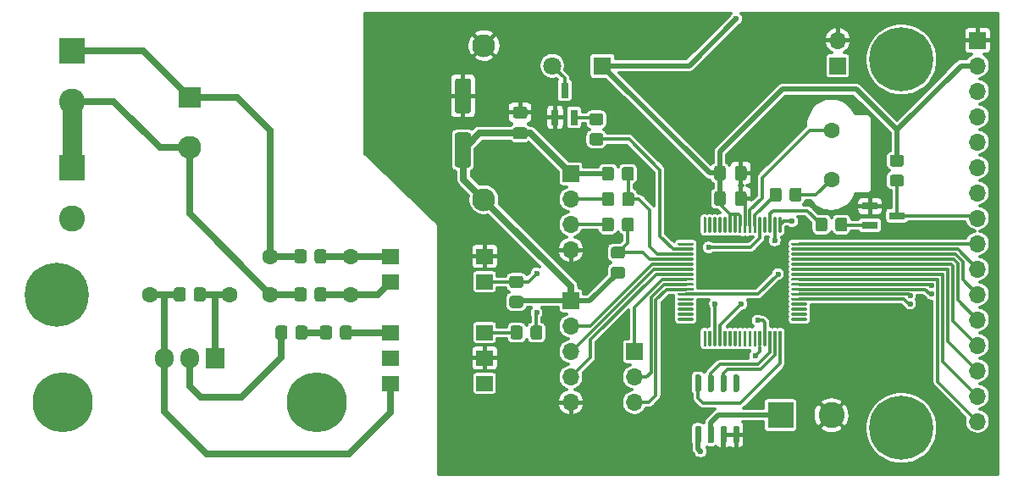
<source format=gbr>
%TF.GenerationSoftware,KiCad,Pcbnew,(5.1.9)-1*%
%TF.CreationDate,2021-12-16T02:45:32+03:00*%
%TF.ProjectId,pcb-heater,7063622d-6865-4617-9465-722e6b696361,rev?*%
%TF.SameCoordinates,Original*%
%TF.FileFunction,Copper,L2,Bot*%
%TF.FilePolarity,Positive*%
%FSLAX46Y46*%
G04 Gerber Fmt 4.6, Leading zero omitted, Abs format (unit mm)*
G04 Created by KiCad (PCBNEW (5.1.9)-1) date 2021-12-16 02:45:32*
%MOMM*%
%LPD*%
G01*
G04 APERTURE LIST*
%TA.AperFunction,ComponentPad*%
%ADD10C,0.800000*%
%TD*%
%TA.AperFunction,ComponentPad*%
%ADD11C,6.400000*%
%TD*%
%TA.AperFunction,ComponentPad*%
%ADD12C,1.600000*%
%TD*%
%TA.AperFunction,ComponentPad*%
%ADD13C,6.000000*%
%TD*%
%TA.AperFunction,SMDPad,CuDef*%
%ADD14R,1.700000X1.500000*%
%TD*%
%TA.AperFunction,ComponentPad*%
%ADD15O,1.905000X2.000000*%
%TD*%
%TA.AperFunction,ComponentPad*%
%ADD16R,1.905000X2.000000*%
%TD*%
%TA.AperFunction,SMDPad,CuDef*%
%ADD17R,1.560000X0.800000*%
%TD*%
%TA.AperFunction,SMDPad,CuDef*%
%ADD18R,0.800000X1.560000*%
%TD*%
%TA.AperFunction,ComponentPad*%
%ADD19C,2.300000*%
%TD*%
%TA.AperFunction,ComponentPad*%
%ADD20R,2.300000X2.000000*%
%TD*%
%TA.AperFunction,ComponentPad*%
%ADD21O,1.700000X1.700000*%
%TD*%
%TA.AperFunction,ComponentPad*%
%ADD22R,1.700000X1.700000*%
%TD*%
%TA.AperFunction,ComponentPad*%
%ADD23C,2.600000*%
%TD*%
%TA.AperFunction,ComponentPad*%
%ADD24R,2.600000X2.600000*%
%TD*%
%TA.AperFunction,ComponentPad*%
%ADD25C,1.800000*%
%TD*%
%TA.AperFunction,ComponentPad*%
%ADD26R,1.800000X1.800000*%
%TD*%
%TA.AperFunction,ViaPad*%
%ADD27C,0.600000*%
%TD*%
%TA.AperFunction,Conductor*%
%ADD28C,0.300000*%
%TD*%
%TA.AperFunction,Conductor*%
%ADD29C,0.700000*%
%TD*%
%TA.AperFunction,Conductor*%
%ADD30C,0.500000*%
%TD*%
%TA.AperFunction,Conductor*%
%ADD31C,1.905000*%
%TD*%
%TA.AperFunction,Conductor*%
%ADD32C,0.100000*%
%TD*%
G04 APERTURE END LIST*
%TO.P,U2,8*%
%TO.N,N/C*%
%TA.AperFunction,SMDPad,CuDef*%
G36*
G01*
X116990000Y-114505000D02*
X116690000Y-114505000D01*
G75*
G02*
X116540000Y-114355000I0J150000D01*
G01*
X116540000Y-112905000D01*
G75*
G02*
X116690000Y-112755000I150000J0D01*
G01*
X116990000Y-112755000D01*
G75*
G02*
X117140000Y-112905000I0J-150000D01*
G01*
X117140000Y-114355000D01*
G75*
G02*
X116990000Y-114505000I-150000J0D01*
G01*
G37*
%TD.AperFunction*%
%TO.P,U2,7*%
%TO.N,MAX_MISO*%
%TA.AperFunction,SMDPad,CuDef*%
G36*
G01*
X115720000Y-114505000D02*
X115420000Y-114505000D01*
G75*
G02*
X115270000Y-114355000I0J150000D01*
G01*
X115270000Y-112905000D01*
G75*
G02*
X115420000Y-112755000I150000J0D01*
G01*
X115720000Y-112755000D01*
G75*
G02*
X115870000Y-112905000I0J-150000D01*
G01*
X115870000Y-114355000D01*
G75*
G02*
X115720000Y-114505000I-150000J0D01*
G01*
G37*
%TD.AperFunction*%
%TO.P,U2,6*%
%TO.N,MAX_CS*%
%TA.AperFunction,SMDPad,CuDef*%
G36*
G01*
X114450000Y-114505000D02*
X114150000Y-114505000D01*
G75*
G02*
X114000000Y-114355000I0J150000D01*
G01*
X114000000Y-112905000D01*
G75*
G02*
X114150000Y-112755000I150000J0D01*
G01*
X114450000Y-112755000D01*
G75*
G02*
X114600000Y-112905000I0J-150000D01*
G01*
X114600000Y-114355000D01*
G75*
G02*
X114450000Y-114505000I-150000J0D01*
G01*
G37*
%TD.AperFunction*%
%TO.P,U2,5*%
%TO.N,MAX_SCK*%
%TA.AperFunction,SMDPad,CuDef*%
G36*
G01*
X113180000Y-114505000D02*
X112880000Y-114505000D01*
G75*
G02*
X112730000Y-114355000I0J150000D01*
G01*
X112730000Y-112905000D01*
G75*
G02*
X112880000Y-112755000I150000J0D01*
G01*
X113180000Y-112755000D01*
G75*
G02*
X113330000Y-112905000I0J-150000D01*
G01*
X113330000Y-114355000D01*
G75*
G02*
X113180000Y-114505000I-150000J0D01*
G01*
G37*
%TD.AperFunction*%
%TO.P,U2,4*%
%TO.N,+3V3*%
%TA.AperFunction,SMDPad,CuDef*%
G36*
G01*
X113180000Y-119655000D02*
X112880000Y-119655000D01*
G75*
G02*
X112730000Y-119505000I0J150000D01*
G01*
X112730000Y-118055000D01*
G75*
G02*
X112880000Y-117905000I150000J0D01*
G01*
X113180000Y-117905000D01*
G75*
G02*
X113330000Y-118055000I0J-150000D01*
G01*
X113330000Y-119505000D01*
G75*
G02*
X113180000Y-119655000I-150000J0D01*
G01*
G37*
%TD.AperFunction*%
%TO.P,U2,3*%
%TO.N,Net-(J6-Pad1)*%
%TA.AperFunction,SMDPad,CuDef*%
G36*
G01*
X114450000Y-119655000D02*
X114150000Y-119655000D01*
G75*
G02*
X114000000Y-119505000I0J150000D01*
G01*
X114000000Y-118055000D01*
G75*
G02*
X114150000Y-117905000I150000J0D01*
G01*
X114450000Y-117905000D01*
G75*
G02*
X114600000Y-118055000I0J-150000D01*
G01*
X114600000Y-119505000D01*
G75*
G02*
X114450000Y-119655000I-150000J0D01*
G01*
G37*
%TD.AperFunction*%
%TO.P,U2,2*%
%TO.N,GND*%
%TA.AperFunction,SMDPad,CuDef*%
G36*
G01*
X115720000Y-119655000D02*
X115420000Y-119655000D01*
G75*
G02*
X115270000Y-119505000I0J150000D01*
G01*
X115270000Y-118055000D01*
G75*
G02*
X115420000Y-117905000I150000J0D01*
G01*
X115720000Y-117905000D01*
G75*
G02*
X115870000Y-118055000I0J-150000D01*
G01*
X115870000Y-119505000D01*
G75*
G02*
X115720000Y-119655000I-150000J0D01*
G01*
G37*
%TD.AperFunction*%
%TO.P,U2,1*%
%TA.AperFunction,SMDPad,CuDef*%
G36*
G01*
X116990000Y-119655000D02*
X116690000Y-119655000D01*
G75*
G02*
X116540000Y-119505000I0J150000D01*
G01*
X116540000Y-118055000D01*
G75*
G02*
X116690000Y-117905000I150000J0D01*
G01*
X116990000Y-117905000D01*
G75*
G02*
X117140000Y-118055000I0J-150000D01*
G01*
X117140000Y-119505000D01*
G75*
G02*
X116990000Y-119655000I-150000J0D01*
G01*
G37*
%TD.AperFunction*%
%TD*%
D10*
%TO.P,H3,1*%
%TO.N,N/C*%
X135047056Y-79582944D03*
X133350000Y-78880000D03*
X131652944Y-79582944D03*
X130950000Y-81280000D03*
X131652944Y-82977056D03*
X133350000Y-83680000D03*
X135047056Y-82977056D03*
X135750000Y-81280000D03*
D11*
X133350000Y-81280000D03*
%TD*%
D10*
%TO.P,H2,1*%
%TO.N,N/C*%
X135047056Y-116412944D03*
X133350000Y-115710000D03*
X131652944Y-116412944D03*
X130950000Y-118110000D03*
X131652944Y-119807056D03*
X133350000Y-120510000D03*
X135047056Y-119807056D03*
X135750000Y-118110000D03*
D11*
X133350000Y-118110000D03*
%TD*%
D10*
%TO.P,H1,1*%
%TO.N,N/C*%
X50592056Y-103077944D03*
X48895000Y-102375000D03*
X47197944Y-103077944D03*
X46495000Y-104775000D03*
X47197944Y-106472056D03*
X48895000Y-107175000D03*
X50592056Y-106472056D03*
X51295000Y-104775000D03*
D11*
X48895000Y-104775000D03*
%TD*%
D12*
%TO.P,R16,2*%
%TO.N,Net-(Q3-Pad3)*%
X58230000Y-104775000D03*
%TO.P,R16,1*%
%TO.N,Net-(J4-Pad1)*%
X66230000Y-104775000D03*
%TO.P,R16,2*%
%TO.N,Net-(Q3-Pad3)*%
%TA.AperFunction,SMDPad,CuDef*%
G36*
G01*
X61830000Y-104324999D02*
X61830000Y-105225001D01*
G75*
G02*
X61580001Y-105475000I-249999J0D01*
G01*
X60879999Y-105475000D01*
G75*
G02*
X60630000Y-105225001I0J249999D01*
G01*
X60630000Y-104324999D01*
G75*
G02*
X60879999Y-104075000I249999J0D01*
G01*
X61580001Y-104075000D01*
G75*
G02*
X61830000Y-104324999I0J-249999D01*
G01*
G37*
%TD.AperFunction*%
%TO.P,R16,1*%
%TO.N,Net-(J4-Pad1)*%
%TA.AperFunction,SMDPad,CuDef*%
G36*
G01*
X63830000Y-104324999D02*
X63830000Y-105225001D01*
G75*
G02*
X63580001Y-105475000I-249999J0D01*
G01*
X62879999Y-105475000D01*
G75*
G02*
X62630000Y-105225001I0J249999D01*
G01*
X62630000Y-104324999D01*
G75*
G02*
X62879999Y-104075000I249999J0D01*
G01*
X63580001Y-104075000D01*
G75*
G02*
X63830000Y-104324999I0J-249999D01*
G01*
G37*
%TD.AperFunction*%
%TD*%
D13*
%TO.P,HS1,1*%
%TO.N,Net-(HS1-Pad1)*%
X74930000Y-115570000D03*
X49530000Y-115570000D03*
%TD*%
D12*
%TO.P,Y1,2*%
%TO.N,Net-(C2-Pad1)*%
X126365000Y-93255000D03*
%TO.P,Y1,1*%
%TO.N,Net-(C1-Pad1)*%
X126365000Y-88355000D03*
%TD*%
D14*
%TO.P,U4,4*%
%TO.N,Net-(Q3-Pad3)*%
X82295000Y-113665000D03*
%TO.P,U4,3*%
%TO.N,Net-(U4-Pad3)*%
X91695000Y-113665000D03*
%TO.P,U4,6*%
%TO.N,Net-(R13-Pad2)*%
X82295000Y-108585000D03*
%TO.P,U4,5*%
%TO.N,Net-(U4-Pad5)*%
X82295000Y-111125000D03*
%TO.P,U4,2*%
%TO.N,GND*%
X91695000Y-111125000D03*
%TO.P,U4,1*%
%TO.N,Net-(R8-Pad1)*%
X91695000Y-108585000D03*
%TD*%
%TO.P,U3,4*%
%TO.N,ZERO_CROSS*%
X91695000Y-103505000D03*
%TO.P,U3,3*%
%TO.N,GND*%
X91695000Y-100965000D03*
%TO.P,U3,2*%
%TO.N,Net-(R7-Pad1)*%
X82295000Y-100965000D03*
%TO.P,U3,1*%
%TO.N,Net-(R6-Pad1)*%
X82295000Y-103505000D03*
%TD*%
%TO.P,U1,64*%
%TO.N,Net-(U1-Pad64)*%
%TA.AperFunction,SMDPad,CuDef*%
G36*
G01*
X111100000Y-99605000D02*
X112500000Y-99605000D01*
G75*
G02*
X112575000Y-99680000I0J-75000D01*
G01*
X112575000Y-99830000D01*
G75*
G02*
X112500000Y-99905000I-75000J0D01*
G01*
X111100000Y-99905000D01*
G75*
G02*
X111025000Y-99830000I0J75000D01*
G01*
X111025000Y-99680000D01*
G75*
G02*
X111100000Y-99605000I75000J0D01*
G01*
G37*
%TD.AperFunction*%
%TO.P,U1,63*%
%TO.N,BUZZER*%
%TA.AperFunction,SMDPad,CuDef*%
G36*
G01*
X111100000Y-100105000D02*
X112500000Y-100105000D01*
G75*
G02*
X112575000Y-100180000I0J-75000D01*
G01*
X112575000Y-100330000D01*
G75*
G02*
X112500000Y-100405000I-75000J0D01*
G01*
X111100000Y-100405000D01*
G75*
G02*
X111025000Y-100330000I0J75000D01*
G01*
X111025000Y-100180000D01*
G75*
G02*
X111100000Y-100105000I75000J0D01*
G01*
G37*
%TD.AperFunction*%
%TO.P,U1,62*%
%TO.N,I2C1_SCL*%
%TA.AperFunction,SMDPad,CuDef*%
G36*
G01*
X111100000Y-100605000D02*
X112500000Y-100605000D01*
G75*
G02*
X112575000Y-100680000I0J-75000D01*
G01*
X112575000Y-100830000D01*
G75*
G02*
X112500000Y-100905000I-75000J0D01*
G01*
X111100000Y-100905000D01*
G75*
G02*
X111025000Y-100830000I0J75000D01*
G01*
X111025000Y-100680000D01*
G75*
G02*
X111100000Y-100605000I75000J0D01*
G01*
G37*
%TD.AperFunction*%
%TO.P,U1,61*%
%TO.N,I2C1_SDA*%
%TA.AperFunction,SMDPad,CuDef*%
G36*
G01*
X111100000Y-101105000D02*
X112500000Y-101105000D01*
G75*
G02*
X112575000Y-101180000I0J-75000D01*
G01*
X112575000Y-101330000D01*
G75*
G02*
X112500000Y-101405000I-75000J0D01*
G01*
X111100000Y-101405000D01*
G75*
G02*
X111025000Y-101330000I0J75000D01*
G01*
X111025000Y-101180000D01*
G75*
G02*
X111100000Y-101105000I75000J0D01*
G01*
G37*
%TD.AperFunction*%
%TO.P,U1,60*%
%TO.N,ENC_BTN*%
%TA.AperFunction,SMDPad,CuDef*%
G36*
G01*
X111100000Y-101605000D02*
X112500000Y-101605000D01*
G75*
G02*
X112575000Y-101680000I0J-75000D01*
G01*
X112575000Y-101830000D01*
G75*
G02*
X112500000Y-101905000I-75000J0D01*
G01*
X111100000Y-101905000D01*
G75*
G02*
X111025000Y-101830000I0J75000D01*
G01*
X111025000Y-101680000D01*
G75*
G02*
X111100000Y-101605000I75000J0D01*
G01*
G37*
%TD.AperFunction*%
%TO.P,U1,59*%
%TO.N,ENC_DN*%
%TA.AperFunction,SMDPad,CuDef*%
G36*
G01*
X111100000Y-102105000D02*
X112500000Y-102105000D01*
G75*
G02*
X112575000Y-102180000I0J-75000D01*
G01*
X112575000Y-102330000D01*
G75*
G02*
X112500000Y-102405000I-75000J0D01*
G01*
X111100000Y-102405000D01*
G75*
G02*
X111025000Y-102330000I0J75000D01*
G01*
X111025000Y-102180000D01*
G75*
G02*
X111100000Y-102105000I75000J0D01*
G01*
G37*
%TD.AperFunction*%
%TO.P,U1,58*%
%TO.N,ENC_UP*%
%TA.AperFunction,SMDPad,CuDef*%
G36*
G01*
X111100000Y-102605000D02*
X112500000Y-102605000D01*
G75*
G02*
X112575000Y-102680000I0J-75000D01*
G01*
X112575000Y-102830000D01*
G75*
G02*
X112500000Y-102905000I-75000J0D01*
G01*
X111100000Y-102905000D01*
G75*
G02*
X111025000Y-102830000I0J75000D01*
G01*
X111025000Y-102680000D01*
G75*
G02*
X111100000Y-102605000I75000J0D01*
G01*
G37*
%TD.AperFunction*%
%TO.P,U1,57*%
%TO.N,LCD_SCK*%
%TA.AperFunction,SMDPad,CuDef*%
G36*
G01*
X111100000Y-103105000D02*
X112500000Y-103105000D01*
G75*
G02*
X112575000Y-103180000I0J-75000D01*
G01*
X112575000Y-103330000D01*
G75*
G02*
X112500000Y-103405000I-75000J0D01*
G01*
X111100000Y-103405000D01*
G75*
G02*
X111025000Y-103330000I0J75000D01*
G01*
X111025000Y-103180000D01*
G75*
G02*
X111100000Y-103105000I75000J0D01*
G01*
G37*
%TD.AperFunction*%
%TO.P,U1,56*%
%TO.N,LCD_MOSI*%
%TA.AperFunction,SMDPad,CuDef*%
G36*
G01*
X111100000Y-103605000D02*
X112500000Y-103605000D01*
G75*
G02*
X112575000Y-103680000I0J-75000D01*
G01*
X112575000Y-103830000D01*
G75*
G02*
X112500000Y-103905000I-75000J0D01*
G01*
X111100000Y-103905000D01*
G75*
G02*
X111025000Y-103830000I0J75000D01*
G01*
X111025000Y-103680000D01*
G75*
G02*
X111100000Y-103605000I75000J0D01*
G01*
G37*
%TD.AperFunction*%
%TO.P,U1,55*%
%TO.N,LCD_MISO*%
%TA.AperFunction,SMDPad,CuDef*%
G36*
G01*
X111100000Y-104105000D02*
X112500000Y-104105000D01*
G75*
G02*
X112575000Y-104180000I0J-75000D01*
G01*
X112575000Y-104330000D01*
G75*
G02*
X112500000Y-104405000I-75000J0D01*
G01*
X111100000Y-104405000D01*
G75*
G02*
X111025000Y-104330000I0J75000D01*
G01*
X111025000Y-104180000D01*
G75*
G02*
X111100000Y-104105000I75000J0D01*
G01*
G37*
%TD.AperFunction*%
%TO.P,U1,54*%
%TO.N,LCD_CS*%
%TA.AperFunction,SMDPad,CuDef*%
G36*
G01*
X111100000Y-104605000D02*
X112500000Y-104605000D01*
G75*
G02*
X112575000Y-104680000I0J-75000D01*
G01*
X112575000Y-104830000D01*
G75*
G02*
X112500000Y-104905000I-75000J0D01*
G01*
X111100000Y-104905000D01*
G75*
G02*
X111025000Y-104830000I0J75000D01*
G01*
X111025000Y-104680000D01*
G75*
G02*
X111100000Y-104605000I75000J0D01*
G01*
G37*
%TD.AperFunction*%
%TO.P,U1,53*%
%TO.N,Net-(U1-Pad53)*%
%TA.AperFunction,SMDPad,CuDef*%
G36*
G01*
X111100000Y-105105000D02*
X112500000Y-105105000D01*
G75*
G02*
X112575000Y-105180000I0J-75000D01*
G01*
X112575000Y-105330000D01*
G75*
G02*
X112500000Y-105405000I-75000J0D01*
G01*
X111100000Y-105405000D01*
G75*
G02*
X111025000Y-105330000I0J75000D01*
G01*
X111025000Y-105180000D01*
G75*
G02*
X111100000Y-105105000I75000J0D01*
G01*
G37*
%TD.AperFunction*%
%TO.P,U1,52*%
%TO.N,Net-(U1-Pad52)*%
%TA.AperFunction,SMDPad,CuDef*%
G36*
G01*
X111100000Y-105605000D02*
X112500000Y-105605000D01*
G75*
G02*
X112575000Y-105680000I0J-75000D01*
G01*
X112575000Y-105830000D01*
G75*
G02*
X112500000Y-105905000I-75000J0D01*
G01*
X111100000Y-105905000D01*
G75*
G02*
X111025000Y-105830000I0J75000D01*
G01*
X111025000Y-105680000D01*
G75*
G02*
X111100000Y-105605000I75000J0D01*
G01*
G37*
%TD.AperFunction*%
%TO.P,U1,51*%
%TO.N,Net-(U1-Pad51)*%
%TA.AperFunction,SMDPad,CuDef*%
G36*
G01*
X111100000Y-106105000D02*
X112500000Y-106105000D01*
G75*
G02*
X112575000Y-106180000I0J-75000D01*
G01*
X112575000Y-106330000D01*
G75*
G02*
X112500000Y-106405000I-75000J0D01*
G01*
X111100000Y-106405000D01*
G75*
G02*
X111025000Y-106330000I0J75000D01*
G01*
X111025000Y-106180000D01*
G75*
G02*
X111100000Y-106105000I75000J0D01*
G01*
G37*
%TD.AperFunction*%
%TO.P,U1,50*%
%TO.N,Net-(U1-Pad50)*%
%TA.AperFunction,SMDPad,CuDef*%
G36*
G01*
X111100000Y-106605000D02*
X112500000Y-106605000D01*
G75*
G02*
X112575000Y-106680000I0J-75000D01*
G01*
X112575000Y-106830000D01*
G75*
G02*
X112500000Y-106905000I-75000J0D01*
G01*
X111100000Y-106905000D01*
G75*
G02*
X111025000Y-106830000I0J75000D01*
G01*
X111025000Y-106680000D01*
G75*
G02*
X111100000Y-106605000I75000J0D01*
G01*
G37*
%TD.AperFunction*%
%TO.P,U1,49*%
%TO.N,Net-(U1-Pad49)*%
%TA.AperFunction,SMDPad,CuDef*%
G36*
G01*
X111100000Y-107105000D02*
X112500000Y-107105000D01*
G75*
G02*
X112575000Y-107180000I0J-75000D01*
G01*
X112575000Y-107330000D01*
G75*
G02*
X112500000Y-107405000I-75000J0D01*
G01*
X111100000Y-107405000D01*
G75*
G02*
X111025000Y-107330000I0J75000D01*
G01*
X111025000Y-107180000D01*
G75*
G02*
X111100000Y-107105000I75000J0D01*
G01*
G37*
%TD.AperFunction*%
%TO.P,U1,48*%
%TO.N,Net-(U1-Pad48)*%
%TA.AperFunction,SMDPad,CuDef*%
G36*
G01*
X113650000Y-108405000D02*
X113800000Y-108405000D01*
G75*
G02*
X113875000Y-108480000I0J-75000D01*
G01*
X113875000Y-109880000D01*
G75*
G02*
X113800000Y-109955000I-75000J0D01*
G01*
X113650000Y-109955000D01*
G75*
G02*
X113575000Y-109880000I0J75000D01*
G01*
X113575000Y-108480000D01*
G75*
G02*
X113650000Y-108405000I75000J0D01*
G01*
G37*
%TD.AperFunction*%
%TO.P,U1,47*%
%TO.N,Net-(U1-Pad47)*%
%TA.AperFunction,SMDPad,CuDef*%
G36*
G01*
X114150000Y-108405000D02*
X114300000Y-108405000D01*
G75*
G02*
X114375000Y-108480000I0J-75000D01*
G01*
X114375000Y-109880000D01*
G75*
G02*
X114300000Y-109955000I-75000J0D01*
G01*
X114150000Y-109955000D01*
G75*
G02*
X114075000Y-109880000I0J75000D01*
G01*
X114075000Y-108480000D01*
G75*
G02*
X114150000Y-108405000I75000J0D01*
G01*
G37*
%TD.AperFunction*%
%TO.P,U1,46*%
%TO.N,SWCLK*%
%TA.AperFunction,SMDPad,CuDef*%
G36*
G01*
X114650000Y-108405000D02*
X114800000Y-108405000D01*
G75*
G02*
X114875000Y-108480000I0J-75000D01*
G01*
X114875000Y-109880000D01*
G75*
G02*
X114800000Y-109955000I-75000J0D01*
G01*
X114650000Y-109955000D01*
G75*
G02*
X114575000Y-109880000I0J75000D01*
G01*
X114575000Y-108480000D01*
G75*
G02*
X114650000Y-108405000I75000J0D01*
G01*
G37*
%TD.AperFunction*%
%TO.P,U1,45*%
%TO.N,SWDIO*%
%TA.AperFunction,SMDPad,CuDef*%
G36*
G01*
X115150000Y-108405000D02*
X115300000Y-108405000D01*
G75*
G02*
X115375000Y-108480000I0J-75000D01*
G01*
X115375000Y-109880000D01*
G75*
G02*
X115300000Y-109955000I-75000J0D01*
G01*
X115150000Y-109955000D01*
G75*
G02*
X115075000Y-109880000I0J75000D01*
G01*
X115075000Y-108480000D01*
G75*
G02*
X115150000Y-108405000I75000J0D01*
G01*
G37*
%TD.AperFunction*%
%TO.P,U1,44*%
%TO.N,Net-(U1-Pad44)*%
%TA.AperFunction,SMDPad,CuDef*%
G36*
G01*
X115650000Y-108405000D02*
X115800000Y-108405000D01*
G75*
G02*
X115875000Y-108480000I0J-75000D01*
G01*
X115875000Y-109880000D01*
G75*
G02*
X115800000Y-109955000I-75000J0D01*
G01*
X115650000Y-109955000D01*
G75*
G02*
X115575000Y-109880000I0J75000D01*
G01*
X115575000Y-108480000D01*
G75*
G02*
X115650000Y-108405000I75000J0D01*
G01*
G37*
%TD.AperFunction*%
%TO.P,U1,43*%
%TO.N,Net-(U1-Pad43)*%
%TA.AperFunction,SMDPad,CuDef*%
G36*
G01*
X116150000Y-108405000D02*
X116300000Y-108405000D01*
G75*
G02*
X116375000Y-108480000I0J-75000D01*
G01*
X116375000Y-109880000D01*
G75*
G02*
X116300000Y-109955000I-75000J0D01*
G01*
X116150000Y-109955000D01*
G75*
G02*
X116075000Y-109880000I0J75000D01*
G01*
X116075000Y-108480000D01*
G75*
G02*
X116150000Y-108405000I75000J0D01*
G01*
G37*
%TD.AperFunction*%
%TO.P,U1,42*%
%TO.N,Net-(U1-Pad42)*%
%TA.AperFunction,SMDPad,CuDef*%
G36*
G01*
X116650000Y-108405000D02*
X116800000Y-108405000D01*
G75*
G02*
X116875000Y-108480000I0J-75000D01*
G01*
X116875000Y-109880000D01*
G75*
G02*
X116800000Y-109955000I-75000J0D01*
G01*
X116650000Y-109955000D01*
G75*
G02*
X116575000Y-109880000I0J75000D01*
G01*
X116575000Y-108480000D01*
G75*
G02*
X116650000Y-108405000I75000J0D01*
G01*
G37*
%TD.AperFunction*%
%TO.P,U1,41*%
%TO.N,Net-(U1-Pad41)*%
%TA.AperFunction,SMDPad,CuDef*%
G36*
G01*
X117150000Y-108405000D02*
X117300000Y-108405000D01*
G75*
G02*
X117375000Y-108480000I0J-75000D01*
G01*
X117375000Y-109880000D01*
G75*
G02*
X117300000Y-109955000I-75000J0D01*
G01*
X117150000Y-109955000D01*
G75*
G02*
X117075000Y-109880000I0J75000D01*
G01*
X117075000Y-108480000D01*
G75*
G02*
X117150000Y-108405000I75000J0D01*
G01*
G37*
%TD.AperFunction*%
%TO.P,U1,40*%
%TO.N,Net-(U1-Pad40)*%
%TA.AperFunction,SMDPad,CuDef*%
G36*
G01*
X117650000Y-108405000D02*
X117800000Y-108405000D01*
G75*
G02*
X117875000Y-108480000I0J-75000D01*
G01*
X117875000Y-109880000D01*
G75*
G02*
X117800000Y-109955000I-75000J0D01*
G01*
X117650000Y-109955000D01*
G75*
G02*
X117575000Y-109880000I0J75000D01*
G01*
X117575000Y-108480000D01*
G75*
G02*
X117650000Y-108405000I75000J0D01*
G01*
G37*
%TD.AperFunction*%
%TO.P,U1,39*%
%TO.N,Net-(U1-Pad39)*%
%TA.AperFunction,SMDPad,CuDef*%
G36*
G01*
X118150000Y-108405000D02*
X118300000Y-108405000D01*
G75*
G02*
X118375000Y-108480000I0J-75000D01*
G01*
X118375000Y-109880000D01*
G75*
G02*
X118300000Y-109955000I-75000J0D01*
G01*
X118150000Y-109955000D01*
G75*
G02*
X118075000Y-109880000I0J75000D01*
G01*
X118075000Y-108480000D01*
G75*
G02*
X118150000Y-108405000I75000J0D01*
G01*
G37*
%TD.AperFunction*%
%TO.P,U1,38*%
%TO.N,Net-(U1-Pad38)*%
%TA.AperFunction,SMDPad,CuDef*%
G36*
G01*
X118650000Y-108405000D02*
X118800000Y-108405000D01*
G75*
G02*
X118875000Y-108480000I0J-75000D01*
G01*
X118875000Y-109880000D01*
G75*
G02*
X118800000Y-109955000I-75000J0D01*
G01*
X118650000Y-109955000D01*
G75*
G02*
X118575000Y-109880000I0J75000D01*
G01*
X118575000Y-108480000D01*
G75*
G02*
X118650000Y-108405000I75000J0D01*
G01*
G37*
%TD.AperFunction*%
%TO.P,U1,37*%
%TO.N,GATE_CONTROL*%
%TA.AperFunction,SMDPad,CuDef*%
G36*
G01*
X119150000Y-108405000D02*
X119300000Y-108405000D01*
G75*
G02*
X119375000Y-108480000I0J-75000D01*
G01*
X119375000Y-109880000D01*
G75*
G02*
X119300000Y-109955000I-75000J0D01*
G01*
X119150000Y-109955000D01*
G75*
G02*
X119075000Y-109880000I0J75000D01*
G01*
X119075000Y-108480000D01*
G75*
G02*
X119150000Y-108405000I75000J0D01*
G01*
G37*
%TD.AperFunction*%
%TO.P,U1,36*%
%TO.N,ZERO_CROSS*%
%TA.AperFunction,SMDPad,CuDef*%
G36*
G01*
X119650000Y-108405000D02*
X119800000Y-108405000D01*
G75*
G02*
X119875000Y-108480000I0J-75000D01*
G01*
X119875000Y-109880000D01*
G75*
G02*
X119800000Y-109955000I-75000J0D01*
G01*
X119650000Y-109955000D01*
G75*
G02*
X119575000Y-109880000I0J75000D01*
G01*
X119575000Y-108480000D01*
G75*
G02*
X119650000Y-108405000I75000J0D01*
G01*
G37*
%TD.AperFunction*%
%TO.P,U1,35*%
%TO.N,MAX_CS*%
%TA.AperFunction,SMDPad,CuDef*%
G36*
G01*
X120150000Y-108405000D02*
X120300000Y-108405000D01*
G75*
G02*
X120375000Y-108480000I0J-75000D01*
G01*
X120375000Y-109880000D01*
G75*
G02*
X120300000Y-109955000I-75000J0D01*
G01*
X120150000Y-109955000D01*
G75*
G02*
X120075000Y-109880000I0J75000D01*
G01*
X120075000Y-108480000D01*
G75*
G02*
X120150000Y-108405000I75000J0D01*
G01*
G37*
%TD.AperFunction*%
%TO.P,U1,34*%
%TO.N,MAX_MISO*%
%TA.AperFunction,SMDPad,CuDef*%
G36*
G01*
X120650000Y-108405000D02*
X120800000Y-108405000D01*
G75*
G02*
X120875000Y-108480000I0J-75000D01*
G01*
X120875000Y-109880000D01*
G75*
G02*
X120800000Y-109955000I-75000J0D01*
G01*
X120650000Y-109955000D01*
G75*
G02*
X120575000Y-109880000I0J75000D01*
G01*
X120575000Y-108480000D01*
G75*
G02*
X120650000Y-108405000I75000J0D01*
G01*
G37*
%TD.AperFunction*%
%TO.P,U1,33*%
%TO.N,MAX_SCK*%
%TA.AperFunction,SMDPad,CuDef*%
G36*
G01*
X121150000Y-108405000D02*
X121300000Y-108405000D01*
G75*
G02*
X121375000Y-108480000I0J-75000D01*
G01*
X121375000Y-109880000D01*
G75*
G02*
X121300000Y-109955000I-75000J0D01*
G01*
X121150000Y-109955000D01*
G75*
G02*
X121075000Y-109880000I0J75000D01*
G01*
X121075000Y-108480000D01*
G75*
G02*
X121150000Y-108405000I75000J0D01*
G01*
G37*
%TD.AperFunction*%
%TO.P,U1,32*%
%TO.N,Net-(U1-Pad32)*%
%TA.AperFunction,SMDPad,CuDef*%
G36*
G01*
X122450000Y-107105000D02*
X123850000Y-107105000D01*
G75*
G02*
X123925000Y-107180000I0J-75000D01*
G01*
X123925000Y-107330000D01*
G75*
G02*
X123850000Y-107405000I-75000J0D01*
G01*
X122450000Y-107405000D01*
G75*
G02*
X122375000Y-107330000I0J75000D01*
G01*
X122375000Y-107180000D01*
G75*
G02*
X122450000Y-107105000I75000J0D01*
G01*
G37*
%TD.AperFunction*%
%TO.P,U1,31*%
%TO.N,Net-(U1-Pad31)*%
%TA.AperFunction,SMDPad,CuDef*%
G36*
G01*
X122450000Y-106605000D02*
X123850000Y-106605000D01*
G75*
G02*
X123925000Y-106680000I0J-75000D01*
G01*
X123925000Y-106830000D01*
G75*
G02*
X123850000Y-106905000I-75000J0D01*
G01*
X122450000Y-106905000D01*
G75*
G02*
X122375000Y-106830000I0J75000D01*
G01*
X122375000Y-106680000D01*
G75*
G02*
X122450000Y-106605000I75000J0D01*
G01*
G37*
%TD.AperFunction*%
%TO.P,U1,30*%
%TO.N,Net-(U1-Pad30)*%
%TA.AperFunction,SMDPad,CuDef*%
G36*
G01*
X122450000Y-106105000D02*
X123850000Y-106105000D01*
G75*
G02*
X123925000Y-106180000I0J-75000D01*
G01*
X123925000Y-106330000D01*
G75*
G02*
X123850000Y-106405000I-75000J0D01*
G01*
X122450000Y-106405000D01*
G75*
G02*
X122375000Y-106330000I0J75000D01*
G01*
X122375000Y-106180000D01*
G75*
G02*
X122450000Y-106105000I75000J0D01*
G01*
G37*
%TD.AperFunction*%
%TO.P,U1,29*%
%TO.N,Net-(U1-Pad29)*%
%TA.AperFunction,SMDPad,CuDef*%
G36*
G01*
X122450000Y-105605000D02*
X123850000Y-105605000D01*
G75*
G02*
X123925000Y-105680000I0J-75000D01*
G01*
X123925000Y-105830000D01*
G75*
G02*
X123850000Y-105905000I-75000J0D01*
G01*
X122450000Y-105905000D01*
G75*
G02*
X122375000Y-105830000I0J75000D01*
G01*
X122375000Y-105680000D01*
G75*
G02*
X122450000Y-105605000I75000J0D01*
G01*
G37*
%TD.AperFunction*%
%TO.P,U1,28*%
%TO.N,LCD_WR*%
%TA.AperFunction,SMDPad,CuDef*%
G36*
G01*
X122450000Y-105105000D02*
X123850000Y-105105000D01*
G75*
G02*
X123925000Y-105180000I0J-75000D01*
G01*
X123925000Y-105330000D01*
G75*
G02*
X123850000Y-105405000I-75000J0D01*
G01*
X122450000Y-105405000D01*
G75*
G02*
X122375000Y-105330000I0J75000D01*
G01*
X122375000Y-105180000D01*
G75*
G02*
X122450000Y-105105000I75000J0D01*
G01*
G37*
%TD.AperFunction*%
%TO.P,U1,27*%
%TO.N,LCD_RS*%
%TA.AperFunction,SMDPad,CuDef*%
G36*
G01*
X122450000Y-104605000D02*
X123850000Y-104605000D01*
G75*
G02*
X123925000Y-104680000I0J-75000D01*
G01*
X123925000Y-104830000D01*
G75*
G02*
X123850000Y-104905000I-75000J0D01*
G01*
X122450000Y-104905000D01*
G75*
G02*
X122375000Y-104830000I0J75000D01*
G01*
X122375000Y-104680000D01*
G75*
G02*
X122450000Y-104605000I75000J0D01*
G01*
G37*
%TD.AperFunction*%
%TO.P,U1,26*%
%TO.N,LCD_RST*%
%TA.AperFunction,SMDPad,CuDef*%
G36*
G01*
X122450000Y-104105000D02*
X123850000Y-104105000D01*
G75*
G02*
X123925000Y-104180000I0J-75000D01*
G01*
X123925000Y-104330000D01*
G75*
G02*
X123850000Y-104405000I-75000J0D01*
G01*
X122450000Y-104405000D01*
G75*
G02*
X122375000Y-104330000I0J75000D01*
G01*
X122375000Y-104180000D01*
G75*
G02*
X122450000Y-104105000I75000J0D01*
G01*
G37*
%TD.AperFunction*%
%TO.P,U1,25*%
%TO.N,LCD_RD*%
%TA.AperFunction,SMDPad,CuDef*%
G36*
G01*
X122450000Y-103605000D02*
X123850000Y-103605000D01*
G75*
G02*
X123925000Y-103680000I0J-75000D01*
G01*
X123925000Y-103830000D01*
G75*
G02*
X123850000Y-103905000I-75000J0D01*
G01*
X122450000Y-103905000D01*
G75*
G02*
X122375000Y-103830000I0J75000D01*
G01*
X122375000Y-103680000D01*
G75*
G02*
X122450000Y-103605000I75000J0D01*
G01*
G37*
%TD.AperFunction*%
%TO.P,U1,24*%
%TO.N,Net-(J2-Pad16)*%
%TA.AperFunction,SMDPad,CuDef*%
G36*
G01*
X122450000Y-103105000D02*
X123850000Y-103105000D01*
G75*
G02*
X123925000Y-103180000I0J-75000D01*
G01*
X123925000Y-103330000D01*
G75*
G02*
X123850000Y-103405000I-75000J0D01*
G01*
X122450000Y-103405000D01*
G75*
G02*
X122375000Y-103330000I0J75000D01*
G01*
X122375000Y-103180000D01*
G75*
G02*
X122450000Y-103105000I75000J0D01*
G01*
G37*
%TD.AperFunction*%
%TO.P,U1,23*%
%TO.N,Net-(J2-Pad15)*%
%TA.AperFunction,SMDPad,CuDef*%
G36*
G01*
X122450000Y-102605000D02*
X123850000Y-102605000D01*
G75*
G02*
X123925000Y-102680000I0J-75000D01*
G01*
X123925000Y-102830000D01*
G75*
G02*
X123850000Y-102905000I-75000J0D01*
G01*
X122450000Y-102905000D01*
G75*
G02*
X122375000Y-102830000I0J75000D01*
G01*
X122375000Y-102680000D01*
G75*
G02*
X122450000Y-102605000I75000J0D01*
G01*
G37*
%TD.AperFunction*%
%TO.P,U1,22*%
%TO.N,Net-(J2-Pad14)*%
%TA.AperFunction,SMDPad,CuDef*%
G36*
G01*
X122450000Y-102105000D02*
X123850000Y-102105000D01*
G75*
G02*
X123925000Y-102180000I0J-75000D01*
G01*
X123925000Y-102330000D01*
G75*
G02*
X123850000Y-102405000I-75000J0D01*
G01*
X122450000Y-102405000D01*
G75*
G02*
X122375000Y-102330000I0J75000D01*
G01*
X122375000Y-102180000D01*
G75*
G02*
X122450000Y-102105000I75000J0D01*
G01*
G37*
%TD.AperFunction*%
%TO.P,U1,21*%
%TO.N,Net-(J2-Pad13)*%
%TA.AperFunction,SMDPad,CuDef*%
G36*
G01*
X122450000Y-101605000D02*
X123850000Y-101605000D01*
G75*
G02*
X123925000Y-101680000I0J-75000D01*
G01*
X123925000Y-101830000D01*
G75*
G02*
X123850000Y-101905000I-75000J0D01*
G01*
X122450000Y-101905000D01*
G75*
G02*
X122375000Y-101830000I0J75000D01*
G01*
X122375000Y-101680000D01*
G75*
G02*
X122450000Y-101605000I75000J0D01*
G01*
G37*
%TD.AperFunction*%
%TO.P,U1,20*%
%TO.N,Net-(J2-Pad12)*%
%TA.AperFunction,SMDPad,CuDef*%
G36*
G01*
X122450000Y-101105000D02*
X123850000Y-101105000D01*
G75*
G02*
X123925000Y-101180000I0J-75000D01*
G01*
X123925000Y-101330000D01*
G75*
G02*
X123850000Y-101405000I-75000J0D01*
G01*
X122450000Y-101405000D01*
G75*
G02*
X122375000Y-101330000I0J75000D01*
G01*
X122375000Y-101180000D01*
G75*
G02*
X122450000Y-101105000I75000J0D01*
G01*
G37*
%TD.AperFunction*%
%TO.P,U1,19*%
%TO.N,Net-(J2-Pad11)*%
%TA.AperFunction,SMDPad,CuDef*%
G36*
G01*
X122450000Y-100605000D02*
X123850000Y-100605000D01*
G75*
G02*
X123925000Y-100680000I0J-75000D01*
G01*
X123925000Y-100830000D01*
G75*
G02*
X123850000Y-100905000I-75000J0D01*
G01*
X122450000Y-100905000D01*
G75*
G02*
X122375000Y-100830000I0J75000D01*
G01*
X122375000Y-100680000D01*
G75*
G02*
X122450000Y-100605000I75000J0D01*
G01*
G37*
%TD.AperFunction*%
%TO.P,U1,18*%
%TO.N,Net-(J2-Pad10)*%
%TA.AperFunction,SMDPad,CuDef*%
G36*
G01*
X122450000Y-100105000D02*
X123850000Y-100105000D01*
G75*
G02*
X123925000Y-100180000I0J-75000D01*
G01*
X123925000Y-100330000D01*
G75*
G02*
X123850000Y-100405000I-75000J0D01*
G01*
X122450000Y-100405000D01*
G75*
G02*
X122375000Y-100330000I0J75000D01*
G01*
X122375000Y-100180000D01*
G75*
G02*
X122450000Y-100105000I75000J0D01*
G01*
G37*
%TD.AperFunction*%
%TO.P,U1,17*%
%TO.N,Net-(J2-Pad9)*%
%TA.AperFunction,SMDPad,CuDef*%
G36*
G01*
X122450000Y-99605000D02*
X123850000Y-99605000D01*
G75*
G02*
X123925000Y-99680000I0J-75000D01*
G01*
X123925000Y-99830000D01*
G75*
G02*
X123850000Y-99905000I-75000J0D01*
G01*
X122450000Y-99905000D01*
G75*
G02*
X122375000Y-99830000I0J75000D01*
G01*
X122375000Y-99680000D01*
G75*
G02*
X122450000Y-99605000I75000J0D01*
G01*
G37*
%TD.AperFunction*%
%TO.P,U1,16*%
%TO.N,STOP*%
%TA.AperFunction,SMDPad,CuDef*%
G36*
G01*
X121150000Y-97055000D02*
X121300000Y-97055000D01*
G75*
G02*
X121375000Y-97130000I0J-75000D01*
G01*
X121375000Y-98530000D01*
G75*
G02*
X121300000Y-98605000I-75000J0D01*
G01*
X121150000Y-98605000D01*
G75*
G02*
X121075000Y-98530000I0J75000D01*
G01*
X121075000Y-97130000D01*
G75*
G02*
X121150000Y-97055000I75000J0D01*
G01*
G37*
%TD.AperFunction*%
%TO.P,U1,15*%
%TO.N,LED_STATUS*%
%TA.AperFunction,SMDPad,CuDef*%
G36*
G01*
X120650000Y-97055000D02*
X120800000Y-97055000D01*
G75*
G02*
X120875000Y-97130000I0J-75000D01*
G01*
X120875000Y-98530000D01*
G75*
G02*
X120800000Y-98605000I-75000J0D01*
G01*
X120650000Y-98605000D01*
G75*
G02*
X120575000Y-98530000I0J75000D01*
G01*
X120575000Y-97130000D01*
G75*
G02*
X120650000Y-97055000I75000J0D01*
G01*
G37*
%TD.AperFunction*%
%TO.P,U1,14*%
%TO.N,LCD_LED_CTRL*%
%TA.AperFunction,SMDPad,CuDef*%
G36*
G01*
X120150000Y-97055000D02*
X120300000Y-97055000D01*
G75*
G02*
X120375000Y-97130000I0J-75000D01*
G01*
X120375000Y-98530000D01*
G75*
G02*
X120300000Y-98605000I-75000J0D01*
G01*
X120150000Y-98605000D01*
G75*
G02*
X120075000Y-98530000I0J75000D01*
G01*
X120075000Y-97130000D01*
G75*
G02*
X120150000Y-97055000I75000J0D01*
G01*
G37*
%TD.AperFunction*%
%TO.P,U1,13*%
%TO.N,Net-(U1-Pad13)*%
%TA.AperFunction,SMDPad,CuDef*%
G36*
G01*
X119650000Y-97055000D02*
X119800000Y-97055000D01*
G75*
G02*
X119875000Y-97130000I0J-75000D01*
G01*
X119875000Y-98530000D01*
G75*
G02*
X119800000Y-98605000I-75000J0D01*
G01*
X119650000Y-98605000D01*
G75*
G02*
X119575000Y-98530000I0J75000D01*
G01*
X119575000Y-97130000D01*
G75*
G02*
X119650000Y-97055000I75000J0D01*
G01*
G37*
%TD.AperFunction*%
%TO.P,U1,12*%
%TO.N,NRST*%
%TA.AperFunction,SMDPad,CuDef*%
G36*
G01*
X119150000Y-97055000D02*
X119300000Y-97055000D01*
G75*
G02*
X119375000Y-97130000I0J-75000D01*
G01*
X119375000Y-98530000D01*
G75*
G02*
X119300000Y-98605000I-75000J0D01*
G01*
X119150000Y-98605000D01*
G75*
G02*
X119075000Y-98530000I0J75000D01*
G01*
X119075000Y-97130000D01*
G75*
G02*
X119150000Y-97055000I75000J0D01*
G01*
G37*
%TD.AperFunction*%
%TO.P,U1,11*%
%TO.N,Net-(R5-Pad1)*%
%TA.AperFunction,SMDPad,CuDef*%
G36*
G01*
X118650000Y-97055000D02*
X118800000Y-97055000D01*
G75*
G02*
X118875000Y-97130000I0J-75000D01*
G01*
X118875000Y-98530000D01*
G75*
G02*
X118800000Y-98605000I-75000J0D01*
G01*
X118650000Y-98605000D01*
G75*
G02*
X118575000Y-98530000I0J75000D01*
G01*
X118575000Y-97130000D01*
G75*
G02*
X118650000Y-97055000I75000J0D01*
G01*
G37*
%TD.AperFunction*%
%TO.P,U1,10*%
%TO.N,Net-(C1-Pad1)*%
%TA.AperFunction,SMDPad,CuDef*%
G36*
G01*
X118150000Y-97055000D02*
X118300000Y-97055000D01*
G75*
G02*
X118375000Y-97130000I0J-75000D01*
G01*
X118375000Y-98530000D01*
G75*
G02*
X118300000Y-98605000I-75000J0D01*
G01*
X118150000Y-98605000D01*
G75*
G02*
X118075000Y-98530000I0J75000D01*
G01*
X118075000Y-97130000D01*
G75*
G02*
X118150000Y-97055000I75000J0D01*
G01*
G37*
%TD.AperFunction*%
%TO.P,U1,9*%
%TO.N,GND*%
%TA.AperFunction,SMDPad,CuDef*%
G36*
G01*
X117650000Y-97055000D02*
X117800000Y-97055000D01*
G75*
G02*
X117875000Y-97130000I0J-75000D01*
G01*
X117875000Y-98530000D01*
G75*
G02*
X117800000Y-98605000I-75000J0D01*
G01*
X117650000Y-98605000D01*
G75*
G02*
X117575000Y-98530000I0J75000D01*
G01*
X117575000Y-97130000D01*
G75*
G02*
X117650000Y-97055000I75000J0D01*
G01*
G37*
%TD.AperFunction*%
%TO.P,U1,8*%
%TO.N,+3V3*%
%TA.AperFunction,SMDPad,CuDef*%
G36*
G01*
X117150000Y-97055000D02*
X117300000Y-97055000D01*
G75*
G02*
X117375000Y-97130000I0J-75000D01*
G01*
X117375000Y-98530000D01*
G75*
G02*
X117300000Y-98605000I-75000J0D01*
G01*
X117150000Y-98605000D01*
G75*
G02*
X117075000Y-98530000I0J75000D01*
G01*
X117075000Y-97130000D01*
G75*
G02*
X117150000Y-97055000I75000J0D01*
G01*
G37*
%TD.AperFunction*%
%TO.P,U1,7*%
%TA.AperFunction,SMDPad,CuDef*%
G36*
G01*
X116650000Y-97055000D02*
X116800000Y-97055000D01*
G75*
G02*
X116875000Y-97130000I0J-75000D01*
G01*
X116875000Y-98530000D01*
G75*
G02*
X116800000Y-98605000I-75000J0D01*
G01*
X116650000Y-98605000D01*
G75*
G02*
X116575000Y-98530000I0J75000D01*
G01*
X116575000Y-97130000D01*
G75*
G02*
X116650000Y-97055000I75000J0D01*
G01*
G37*
%TD.AperFunction*%
%TO.P,U1,6*%
%TA.AperFunction,SMDPad,CuDef*%
G36*
G01*
X116150000Y-97055000D02*
X116300000Y-97055000D01*
G75*
G02*
X116375000Y-97130000I0J-75000D01*
G01*
X116375000Y-98530000D01*
G75*
G02*
X116300000Y-98605000I-75000J0D01*
G01*
X116150000Y-98605000D01*
G75*
G02*
X116075000Y-98530000I0J75000D01*
G01*
X116075000Y-97130000D01*
G75*
G02*
X116150000Y-97055000I75000J0D01*
G01*
G37*
%TD.AperFunction*%
%TO.P,U1,5*%
%TO.N,Net-(U1-Pad5)*%
%TA.AperFunction,SMDPad,CuDef*%
G36*
G01*
X115650000Y-97055000D02*
X115800000Y-97055000D01*
G75*
G02*
X115875000Y-97130000I0J-75000D01*
G01*
X115875000Y-98530000D01*
G75*
G02*
X115800000Y-98605000I-75000J0D01*
G01*
X115650000Y-98605000D01*
G75*
G02*
X115575000Y-98530000I0J75000D01*
G01*
X115575000Y-97130000D01*
G75*
G02*
X115650000Y-97055000I75000J0D01*
G01*
G37*
%TD.AperFunction*%
%TO.P,U1,4*%
%TO.N,Net-(U1-Pad4)*%
%TA.AperFunction,SMDPad,CuDef*%
G36*
G01*
X115150000Y-97055000D02*
X115300000Y-97055000D01*
G75*
G02*
X115375000Y-97130000I0J-75000D01*
G01*
X115375000Y-98530000D01*
G75*
G02*
X115300000Y-98605000I-75000J0D01*
G01*
X115150000Y-98605000D01*
G75*
G02*
X115075000Y-98530000I0J75000D01*
G01*
X115075000Y-97130000D01*
G75*
G02*
X115150000Y-97055000I75000J0D01*
G01*
G37*
%TD.AperFunction*%
%TO.P,U1,3*%
%TO.N,Net-(U1-Pad3)*%
%TA.AperFunction,SMDPad,CuDef*%
G36*
G01*
X114650000Y-97055000D02*
X114800000Y-97055000D01*
G75*
G02*
X114875000Y-97130000I0J-75000D01*
G01*
X114875000Y-98530000D01*
G75*
G02*
X114800000Y-98605000I-75000J0D01*
G01*
X114650000Y-98605000D01*
G75*
G02*
X114575000Y-98530000I0J75000D01*
G01*
X114575000Y-97130000D01*
G75*
G02*
X114650000Y-97055000I75000J0D01*
G01*
G37*
%TD.AperFunction*%
%TO.P,U1,2*%
%TO.N,Net-(U1-Pad2)*%
%TA.AperFunction,SMDPad,CuDef*%
G36*
G01*
X114150000Y-97055000D02*
X114300000Y-97055000D01*
G75*
G02*
X114375000Y-97130000I0J-75000D01*
G01*
X114375000Y-98530000D01*
G75*
G02*
X114300000Y-98605000I-75000J0D01*
G01*
X114150000Y-98605000D01*
G75*
G02*
X114075000Y-98530000I0J75000D01*
G01*
X114075000Y-97130000D01*
G75*
G02*
X114150000Y-97055000I75000J0D01*
G01*
G37*
%TD.AperFunction*%
%TO.P,U1,1*%
%TO.N,Net-(U1-Pad1)*%
%TA.AperFunction,SMDPad,CuDef*%
G36*
G01*
X113650000Y-97055000D02*
X113800000Y-97055000D01*
G75*
G02*
X113875000Y-97130000I0J-75000D01*
G01*
X113875000Y-98530000D01*
G75*
G02*
X113800000Y-98605000I-75000J0D01*
G01*
X113650000Y-98605000D01*
G75*
G02*
X113575000Y-98530000I0J75000D01*
G01*
X113575000Y-97130000D01*
G75*
G02*
X113650000Y-97055000I75000J0D01*
G01*
G37*
%TD.AperFunction*%
%TD*%
%TO.P,R15,2*%
%TO.N,Net-(R13-Pad1)*%
%TA.AperFunction,SMDPad,CuDef*%
G36*
G01*
X72790000Y-109035001D02*
X72790000Y-108134999D01*
G75*
G02*
X73039999Y-107885000I249999J0D01*
G01*
X73740001Y-107885000D01*
G75*
G02*
X73990000Y-108134999I0J-249999D01*
G01*
X73990000Y-109035001D01*
G75*
G02*
X73740001Y-109285000I-249999J0D01*
G01*
X73039999Y-109285000D01*
G75*
G02*
X72790000Y-109035001I0J249999D01*
G01*
G37*
%TD.AperFunction*%
%TO.P,R15,1*%
%TO.N,Net-(J5-Pad2)*%
%TA.AperFunction,SMDPad,CuDef*%
G36*
G01*
X70790000Y-109035001D02*
X70790000Y-108134999D01*
G75*
G02*
X71039999Y-107885000I249999J0D01*
G01*
X71740001Y-107885000D01*
G75*
G02*
X71990000Y-108134999I0J-249999D01*
G01*
X71990000Y-109035001D01*
G75*
G02*
X71740001Y-109285000I-249999J0D01*
G01*
X71039999Y-109285000D01*
G75*
G02*
X70790000Y-109035001I0J249999D01*
G01*
G37*
%TD.AperFunction*%
%TD*%
%TO.P,R14,2*%
%TO.N,ZERO_CROSS*%
%TA.AperFunction,SMDPad,CuDef*%
G36*
G01*
X95319001Y-104121000D02*
X94418999Y-104121000D01*
G75*
G02*
X94169000Y-103871001I0J249999D01*
G01*
X94169000Y-103170999D01*
G75*
G02*
X94418999Y-102921000I249999J0D01*
G01*
X95319001Y-102921000D01*
G75*
G02*
X95569000Y-103170999I0J-249999D01*
G01*
X95569000Y-103871001D01*
G75*
G02*
X95319001Y-104121000I-249999J0D01*
G01*
G37*
%TD.AperFunction*%
%TO.P,R14,1*%
%TO.N,+3V3*%
%TA.AperFunction,SMDPad,CuDef*%
G36*
G01*
X95319001Y-106121000D02*
X94418999Y-106121000D01*
G75*
G02*
X94169000Y-105871001I0J249999D01*
G01*
X94169000Y-105170999D01*
G75*
G02*
X94418999Y-104921000I249999J0D01*
G01*
X95319001Y-104921000D01*
G75*
G02*
X95569000Y-105170999I0J-249999D01*
G01*
X95569000Y-105871001D01*
G75*
G02*
X95319001Y-106121000I-249999J0D01*
G01*
G37*
%TD.AperFunction*%
%TD*%
%TO.P,R13,2*%
%TO.N,Net-(R13-Pad2)*%
%TA.AperFunction,SMDPad,CuDef*%
G36*
G01*
X77235000Y-109035001D02*
X77235000Y-108134999D01*
G75*
G02*
X77484999Y-107885000I249999J0D01*
G01*
X78185001Y-107885000D01*
G75*
G02*
X78435000Y-108134999I0J-249999D01*
G01*
X78435000Y-109035001D01*
G75*
G02*
X78185001Y-109285000I-249999J0D01*
G01*
X77484999Y-109285000D01*
G75*
G02*
X77235000Y-109035001I0J249999D01*
G01*
G37*
%TD.AperFunction*%
%TO.P,R13,1*%
%TO.N,Net-(R13-Pad1)*%
%TA.AperFunction,SMDPad,CuDef*%
G36*
G01*
X75235000Y-109035001D02*
X75235000Y-108134999D01*
G75*
G02*
X75484999Y-107885000I249999J0D01*
G01*
X76185001Y-107885000D01*
G75*
G02*
X76435000Y-108134999I0J-249999D01*
G01*
X76435000Y-109035001D01*
G75*
G02*
X76185001Y-109285000I-249999J0D01*
G01*
X75484999Y-109285000D01*
G75*
G02*
X75235000Y-109035001I0J249999D01*
G01*
G37*
%TD.AperFunction*%
%TD*%
%TO.P,R12,2*%
%TO.N,I2C1_SDA*%
%TA.AperFunction,SMDPad,CuDef*%
G36*
G01*
X105423000Y-98240001D02*
X105423000Y-97339999D01*
G75*
G02*
X105672999Y-97090000I249999J0D01*
G01*
X106373001Y-97090000D01*
G75*
G02*
X106623000Y-97339999I0J-249999D01*
G01*
X106623000Y-98240001D01*
G75*
G02*
X106373001Y-98490000I-249999J0D01*
G01*
X105672999Y-98490000D01*
G75*
G02*
X105423000Y-98240001I0J249999D01*
G01*
G37*
%TD.AperFunction*%
%TO.P,R12,1*%
%TO.N,Net-(J8-Pad3)*%
%TA.AperFunction,SMDPad,CuDef*%
G36*
G01*
X103423000Y-98240001D02*
X103423000Y-97339999D01*
G75*
G02*
X103672999Y-97090000I249999J0D01*
G01*
X104373001Y-97090000D01*
G75*
G02*
X104623000Y-97339999I0J-249999D01*
G01*
X104623000Y-98240001D01*
G75*
G02*
X104373001Y-98490000I-249999J0D01*
G01*
X103672999Y-98490000D01*
G75*
G02*
X103423000Y-98240001I0J249999D01*
G01*
G37*
%TD.AperFunction*%
%TD*%
%TO.P,R11,2*%
%TO.N,I2C1_SCL*%
%TA.AperFunction,SMDPad,CuDef*%
G36*
G01*
X105445000Y-95700001D02*
X105445000Y-94799999D01*
G75*
G02*
X105694999Y-94550000I249999J0D01*
G01*
X106395001Y-94550000D01*
G75*
G02*
X106645000Y-94799999I0J-249999D01*
G01*
X106645000Y-95700001D01*
G75*
G02*
X106395001Y-95950000I-249999J0D01*
G01*
X105694999Y-95950000D01*
G75*
G02*
X105445000Y-95700001I0J249999D01*
G01*
G37*
%TD.AperFunction*%
%TO.P,R11,1*%
%TO.N,Net-(J8-Pad2)*%
%TA.AperFunction,SMDPad,CuDef*%
G36*
G01*
X103445000Y-95700001D02*
X103445000Y-94799999D01*
G75*
G02*
X103694999Y-94550000I249999J0D01*
G01*
X104395001Y-94550000D01*
G75*
G02*
X104645000Y-94799999I0J-249999D01*
G01*
X104645000Y-95700001D01*
G75*
G02*
X104395001Y-95950000I-249999J0D01*
G01*
X103694999Y-95950000D01*
G75*
G02*
X103445000Y-95700001I0J249999D01*
G01*
G37*
%TD.AperFunction*%
%TD*%
%TO.P,R10,2*%
%TO.N,I2C1_SDA*%
%TA.AperFunction,SMDPad,CuDef*%
G36*
G01*
X105479001Y-101200000D02*
X104578999Y-101200000D01*
G75*
G02*
X104329000Y-100950001I0J249999D01*
G01*
X104329000Y-100249999D01*
G75*
G02*
X104578999Y-100000000I249999J0D01*
G01*
X105479001Y-100000000D01*
G75*
G02*
X105729000Y-100249999I0J-249999D01*
G01*
X105729000Y-100950001D01*
G75*
G02*
X105479001Y-101200000I-249999J0D01*
G01*
G37*
%TD.AperFunction*%
%TO.P,R10,1*%
%TO.N,+3V3*%
%TA.AperFunction,SMDPad,CuDef*%
G36*
G01*
X105479001Y-103200000D02*
X104578999Y-103200000D01*
G75*
G02*
X104329000Y-102950001I0J249999D01*
G01*
X104329000Y-102249999D01*
G75*
G02*
X104578999Y-102000000I249999J0D01*
G01*
X105479001Y-102000000D01*
G75*
G02*
X105729000Y-102249999I0J-249999D01*
G01*
X105729000Y-102950001D01*
G75*
G02*
X105479001Y-103200000I-249999J0D01*
G01*
G37*
%TD.AperFunction*%
%TD*%
%TO.P,R9,2*%
%TO.N,I2C1_SCL*%
%TA.AperFunction,SMDPad,CuDef*%
G36*
G01*
X105429000Y-93160001D02*
X105429000Y-92259999D01*
G75*
G02*
X105678999Y-92010000I249999J0D01*
G01*
X106379001Y-92010000D01*
G75*
G02*
X106629000Y-92259999I0J-249999D01*
G01*
X106629000Y-93160001D01*
G75*
G02*
X106379001Y-93410000I-249999J0D01*
G01*
X105678999Y-93410000D01*
G75*
G02*
X105429000Y-93160001I0J249999D01*
G01*
G37*
%TD.AperFunction*%
%TO.P,R9,1*%
%TO.N,+3V3*%
%TA.AperFunction,SMDPad,CuDef*%
G36*
G01*
X103429000Y-93160001D02*
X103429000Y-92259999D01*
G75*
G02*
X103678999Y-92010000I249999J0D01*
G01*
X104379001Y-92010000D01*
G75*
G02*
X104629000Y-92259999I0J-249999D01*
G01*
X104629000Y-93160001D01*
G75*
G02*
X104379001Y-93410000I-249999J0D01*
G01*
X103678999Y-93410000D01*
G75*
G02*
X103429000Y-93160001I0J249999D01*
G01*
G37*
%TD.AperFunction*%
%TD*%
%TO.P,R8,2*%
%TO.N,GATE_CONTROL*%
%TA.AperFunction,SMDPad,CuDef*%
G36*
G01*
X96285000Y-109035001D02*
X96285000Y-108134999D01*
G75*
G02*
X96534999Y-107885000I249999J0D01*
G01*
X97235001Y-107885000D01*
G75*
G02*
X97485000Y-108134999I0J-249999D01*
G01*
X97485000Y-109035001D01*
G75*
G02*
X97235001Y-109285000I-249999J0D01*
G01*
X96534999Y-109285000D01*
G75*
G02*
X96285000Y-109035001I0J249999D01*
G01*
G37*
%TD.AperFunction*%
%TO.P,R8,1*%
%TO.N,Net-(R8-Pad1)*%
%TA.AperFunction,SMDPad,CuDef*%
G36*
G01*
X94285000Y-109035001D02*
X94285000Y-108134999D01*
G75*
G02*
X94534999Y-107885000I249999J0D01*
G01*
X95235001Y-107885000D01*
G75*
G02*
X95485000Y-108134999I0J-249999D01*
G01*
X95485000Y-109035001D01*
G75*
G02*
X95235001Y-109285000I-249999J0D01*
G01*
X94534999Y-109285000D01*
G75*
G02*
X94285000Y-109035001I0J249999D01*
G01*
G37*
%TD.AperFunction*%
%TD*%
D12*
%TO.P,R7,2*%
%TO.N,Net-(J4-Pad1)*%
X70295000Y-100965000D03*
%TO.P,R7,1*%
%TO.N,Net-(R7-Pad1)*%
X78295000Y-100965000D03*
%TO.P,R7,2*%
%TO.N,Net-(J4-Pad1)*%
%TA.AperFunction,SMDPad,CuDef*%
G36*
G01*
X73895000Y-100514999D02*
X73895000Y-101415001D01*
G75*
G02*
X73645001Y-101665000I-249999J0D01*
G01*
X72944999Y-101665000D01*
G75*
G02*
X72695000Y-101415001I0J249999D01*
G01*
X72695000Y-100514999D01*
G75*
G02*
X72944999Y-100265000I249999J0D01*
G01*
X73645001Y-100265000D01*
G75*
G02*
X73895000Y-100514999I0J-249999D01*
G01*
G37*
%TD.AperFunction*%
%TO.P,R7,1*%
%TO.N,Net-(R7-Pad1)*%
%TA.AperFunction,SMDPad,CuDef*%
G36*
G01*
X75895000Y-100514999D02*
X75895000Y-101415001D01*
G75*
G02*
X75645001Y-101665000I-249999J0D01*
G01*
X74944999Y-101665000D01*
G75*
G02*
X74695000Y-101415001I0J249999D01*
G01*
X74695000Y-100514999D01*
G75*
G02*
X74944999Y-100265000I249999J0D01*
G01*
X75645001Y-100265000D01*
G75*
G02*
X75895000Y-100514999I0J-249999D01*
G01*
G37*
%TD.AperFunction*%
%TD*%
%TO.P,R6,2*%
%TO.N,Net-(J4-Pad2)*%
X70295000Y-104775000D03*
%TO.P,R6,1*%
%TO.N,Net-(R6-Pad1)*%
X78295000Y-104775000D03*
%TO.P,R6,2*%
%TO.N,Net-(J4-Pad2)*%
%TA.AperFunction,SMDPad,CuDef*%
G36*
G01*
X73895000Y-104324999D02*
X73895000Y-105225001D01*
G75*
G02*
X73645001Y-105475000I-249999J0D01*
G01*
X72944999Y-105475000D01*
G75*
G02*
X72695000Y-105225001I0J249999D01*
G01*
X72695000Y-104324999D01*
G75*
G02*
X72944999Y-104075000I249999J0D01*
G01*
X73645001Y-104075000D01*
G75*
G02*
X73895000Y-104324999I0J-249999D01*
G01*
G37*
%TD.AperFunction*%
%TO.P,R6,1*%
%TO.N,Net-(R6-Pad1)*%
%TA.AperFunction,SMDPad,CuDef*%
G36*
G01*
X75895000Y-104324999D02*
X75895000Y-105225001D01*
G75*
G02*
X75645001Y-105475000I-249999J0D01*
G01*
X74944999Y-105475000D01*
G75*
G02*
X74695000Y-105225001I0J249999D01*
G01*
X74695000Y-104324999D01*
G75*
G02*
X74944999Y-104075000I249999J0D01*
G01*
X75645001Y-104075000D01*
G75*
G02*
X75895000Y-104324999I0J-249999D01*
G01*
G37*
%TD.AperFunction*%
%TD*%
%TO.P,R5,2*%
%TO.N,Net-(C2-Pad1)*%
%TA.AperFunction,SMDPad,CuDef*%
G36*
G01*
X122193000Y-95255501D02*
X122193000Y-94355499D01*
G75*
G02*
X122442999Y-94105500I249999J0D01*
G01*
X123143001Y-94105500D01*
G75*
G02*
X123393000Y-94355499I0J-249999D01*
G01*
X123393000Y-95255501D01*
G75*
G02*
X123143001Y-95505500I-249999J0D01*
G01*
X122442999Y-95505500D01*
G75*
G02*
X122193000Y-95255501I0J249999D01*
G01*
G37*
%TD.AperFunction*%
%TO.P,R5,1*%
%TO.N,Net-(R5-Pad1)*%
%TA.AperFunction,SMDPad,CuDef*%
G36*
G01*
X120193000Y-95255501D02*
X120193000Y-94355499D01*
G75*
G02*
X120442999Y-94105500I249999J0D01*
G01*
X121143001Y-94105500D01*
G75*
G02*
X121393000Y-94355499I0J-249999D01*
G01*
X121393000Y-95255501D01*
G75*
G02*
X121143001Y-95505500I-249999J0D01*
G01*
X120442999Y-95505500D01*
G75*
G02*
X120193000Y-95255501I0J249999D01*
G01*
G37*
%TD.AperFunction*%
%TD*%
%TO.P,R4,2*%
%TO.N,LCD_LED*%
%TA.AperFunction,SMDPad,CuDef*%
G36*
G01*
X132455499Y-92792500D02*
X133355501Y-92792500D01*
G75*
G02*
X133605500Y-93042499I0J-249999D01*
G01*
X133605500Y-93742501D01*
G75*
G02*
X133355501Y-93992500I-249999J0D01*
G01*
X132455499Y-93992500D01*
G75*
G02*
X132205500Y-93742501I0J249999D01*
G01*
X132205500Y-93042499D01*
G75*
G02*
X132455499Y-92792500I249999J0D01*
G01*
G37*
%TD.AperFunction*%
%TO.P,R4,1*%
%TO.N,+3V3*%
%TA.AperFunction,SMDPad,CuDef*%
G36*
G01*
X132455499Y-90792500D02*
X133355501Y-90792500D01*
G75*
G02*
X133605500Y-91042499I0J-249999D01*
G01*
X133605500Y-91742501D01*
G75*
G02*
X133355501Y-91992500I-249999J0D01*
G01*
X132455499Y-91992500D01*
G75*
G02*
X132205500Y-91742501I0J249999D01*
G01*
X132205500Y-91042499D01*
G75*
G02*
X132455499Y-90792500I249999J0D01*
G01*
G37*
%TD.AperFunction*%
%TD*%
%TO.P,R3,2*%
%TO.N,LCD_LED_CTRL*%
%TA.AperFunction,SMDPad,CuDef*%
G36*
G01*
X125965000Y-97339999D02*
X125965000Y-98240001D01*
G75*
G02*
X125715001Y-98490000I-249999J0D01*
G01*
X125014999Y-98490000D01*
G75*
G02*
X124765000Y-98240001I0J249999D01*
G01*
X124765000Y-97339999D01*
G75*
G02*
X125014999Y-97090000I249999J0D01*
G01*
X125715001Y-97090000D01*
G75*
G02*
X125965000Y-97339999I0J-249999D01*
G01*
G37*
%TD.AperFunction*%
%TO.P,R3,1*%
%TO.N,Net-(Q2-Pad1)*%
%TA.AperFunction,SMDPad,CuDef*%
G36*
G01*
X127965000Y-97339999D02*
X127965000Y-98240001D01*
G75*
G02*
X127715001Y-98490000I-249999J0D01*
G01*
X127014999Y-98490000D01*
G75*
G02*
X126765000Y-98240001I0J249999D01*
G01*
X126765000Y-97339999D01*
G75*
G02*
X127014999Y-97090000I249999J0D01*
G01*
X127715001Y-97090000D01*
G75*
G02*
X127965000Y-97339999I0J-249999D01*
G01*
G37*
%TD.AperFunction*%
%TD*%
%TO.P,R1,2*%
%TO.N,BUZZER*%
%TA.AperFunction,SMDPad,CuDef*%
G36*
G01*
X102419999Y-88665000D02*
X103320001Y-88665000D01*
G75*
G02*
X103570000Y-88914999I0J-249999D01*
G01*
X103570000Y-89615001D01*
G75*
G02*
X103320001Y-89865000I-249999J0D01*
G01*
X102419999Y-89865000D01*
G75*
G02*
X102170000Y-89615001I0J249999D01*
G01*
X102170000Y-88914999D01*
G75*
G02*
X102419999Y-88665000I249999J0D01*
G01*
G37*
%TD.AperFunction*%
%TO.P,R1,1*%
%TO.N,Net-(Q1-Pad1)*%
%TA.AperFunction,SMDPad,CuDef*%
G36*
G01*
X102419999Y-86665000D02*
X103320001Y-86665000D01*
G75*
G02*
X103570000Y-86914999I0J-249999D01*
G01*
X103570000Y-87615001D01*
G75*
G02*
X103320001Y-87865000I-249999J0D01*
G01*
X102419999Y-87865000D01*
G75*
G02*
X102170000Y-87615001I0J249999D01*
G01*
X102170000Y-86914999D01*
G75*
G02*
X102419999Y-86665000I249999J0D01*
G01*
G37*
%TD.AperFunction*%
%TD*%
D15*
%TO.P,Q3,3*%
%TO.N,Net-(Q3-Pad3)*%
X59690000Y-111125000D03*
%TO.P,Q3,2*%
%TO.N,Net-(J5-Pad2)*%
X62230000Y-111125000D03*
D16*
%TO.P,Q3,1*%
%TO.N,Net-(J4-Pad1)*%
X64770000Y-111125000D03*
%TD*%
D17*
%TO.P,Q2,1*%
%TO.N,Net-(Q2-Pad1)*%
X130222000Y-97851000D03*
%TO.P,Q2,2*%
%TO.N,GND*%
X130222000Y-95951000D03*
%TO.P,Q2,3*%
%TO.N,LCD_LED*%
X132922000Y-96901000D03*
%TD*%
D18*
%TO.P,Q1,1*%
%TO.N,Net-(Q1-Pad1)*%
X100645000Y-87075000D03*
%TO.P,Q1,2*%
%TO.N,GND*%
X98745000Y-87075000D03*
%TO.P,Q1,3*%
%TO.N,Net-(BZ1-Pad2)*%
X99695000Y-84375000D03*
%TD*%
D19*
%TO.P,PS1,4*%
%TO.N,+3V3*%
X91630000Y-95290000D03*
%TO.P,PS1,2*%
%TO.N,Net-(J4-Pad2)*%
X62230000Y-90090000D03*
D20*
%TO.P,PS1,1*%
%TO.N,Net-(J4-Pad1)*%
X62230000Y-85090000D03*
D19*
%TO.P,PS1,3*%
%TO.N,GND*%
X91630000Y-79890000D03*
%TD*%
D21*
%TO.P,J8,4*%
%TO.N,GND*%
X100330000Y-100330000D03*
%TO.P,J8,3*%
%TO.N,Net-(J8-Pad3)*%
X100330000Y-97790000D03*
%TO.P,J8,2*%
%TO.N,Net-(J8-Pad2)*%
X100330000Y-95250000D03*
D22*
%TO.P,J8,1*%
%TO.N,+3V3*%
X100330000Y-92710000D03*
%TD*%
D21*
%TO.P,J7,5*%
%TO.N,GND*%
X100330000Y-115570000D03*
%TO.P,J7,4*%
%TO.N,ENC_UP*%
X100330000Y-113030000D03*
%TO.P,J7,3*%
%TO.N,ENC_DN*%
X100330000Y-110490000D03*
%TO.P,J7,2*%
%TO.N,ENC_BTN*%
X100330000Y-107950000D03*
D22*
%TO.P,J7,1*%
%TO.N,+3V3*%
X100330000Y-105410000D03*
%TD*%
D23*
%TO.P,J6,2*%
%TO.N,GND*%
X126365000Y-116840000D03*
D24*
%TO.P,J6,1*%
%TO.N,Net-(J6-Pad1)*%
X121285000Y-116840000D03*
%TD*%
D23*
%TO.P,J5,2*%
%TO.N,Net-(J5-Pad2)*%
X50419000Y-97155000D03*
D24*
%TO.P,J5,1*%
%TO.N,Net-(J4-Pad2)*%
X50419000Y-92075000D03*
%TD*%
D23*
%TO.P,J4,2*%
%TO.N,Net-(J4-Pad2)*%
X50419000Y-85471000D03*
D24*
%TO.P,J4,1*%
%TO.N,Net-(J4-Pad1)*%
X50419000Y-80391000D03*
%TD*%
D21*
%TO.P,J3,3*%
%TO.N,LCD_MISO*%
X106680000Y-115570000D03*
%TO.P,J3,2*%
%TO.N,LCD_MOSI*%
X106680000Y-113030000D03*
D22*
%TO.P,J3,1*%
%TO.N,LCD_SCK*%
X106680000Y-110490000D03*
%TD*%
D21*
%TO.P,J2,16*%
%TO.N,Net-(J2-Pad16)*%
X140970000Y-117475000D03*
%TO.P,J2,15*%
%TO.N,Net-(J2-Pad15)*%
X140970000Y-114935000D03*
%TO.P,J2,14*%
%TO.N,Net-(J2-Pad14)*%
X140970000Y-112395000D03*
%TO.P,J2,13*%
%TO.N,Net-(J2-Pad13)*%
X140970000Y-109855000D03*
%TO.P,J2,12*%
%TO.N,Net-(J2-Pad12)*%
X140970000Y-107315000D03*
%TO.P,J2,11*%
%TO.N,Net-(J2-Pad11)*%
X140970000Y-104775000D03*
%TO.P,J2,10*%
%TO.N,Net-(J2-Pad10)*%
X140970000Y-102235000D03*
%TO.P,J2,9*%
%TO.N,Net-(J2-Pad9)*%
X140970000Y-99695000D03*
%TO.P,J2,8*%
%TO.N,LCD_LED*%
X140970000Y-97155000D03*
%TO.P,J2,7*%
%TO.N,LCD_RST*%
X140970000Y-94615000D03*
%TO.P,J2,6*%
%TO.N,LCD_RD*%
X140970000Y-92075000D03*
%TO.P,J2,5*%
%TO.N,LCD_WR*%
X140970000Y-89535000D03*
%TO.P,J2,4*%
%TO.N,LCD_RS*%
X140970000Y-86995000D03*
%TO.P,J2,3*%
%TO.N,LCD_CS*%
X140970000Y-84455000D03*
%TO.P,J2,2*%
%TO.N,+3V3*%
X140970000Y-81915000D03*
D22*
%TO.P,J2,1*%
%TO.N,GND*%
X140970000Y-79375000D03*
%TD*%
D21*
%TO.P,J1,2*%
%TO.N,GND*%
X127000000Y-79375000D03*
D22*
%TO.P,J1,1*%
%TO.N,STOP*%
X127000000Y-81915000D03*
%TD*%
%TO.P,C7,2*%
%TO.N,GND*%
%TA.AperFunction,SMDPad,CuDef*%
G36*
G01*
X95725000Y-87180000D02*
X94775000Y-87180000D01*
G75*
G02*
X94525000Y-86930000I0J250000D01*
G01*
X94525000Y-86255000D01*
G75*
G02*
X94775000Y-86005000I250000J0D01*
G01*
X95725000Y-86005000D01*
G75*
G02*
X95975000Y-86255000I0J-250000D01*
G01*
X95975000Y-86930000D01*
G75*
G02*
X95725000Y-87180000I-250000J0D01*
G01*
G37*
%TD.AperFunction*%
%TO.P,C7,1*%
%TO.N,+3V3*%
%TA.AperFunction,SMDPad,CuDef*%
G36*
G01*
X95725000Y-89255000D02*
X94775000Y-89255000D01*
G75*
G02*
X94525000Y-89005000I0J250000D01*
G01*
X94525000Y-88330000D01*
G75*
G02*
X94775000Y-88080000I250000J0D01*
G01*
X95725000Y-88080000D01*
G75*
G02*
X95975000Y-88330000I0J-250000D01*
G01*
X95975000Y-89005000D01*
G75*
G02*
X95725000Y-89255000I-250000J0D01*
G01*
G37*
%TD.AperFunction*%
%TD*%
%TO.P,C6,2*%
%TO.N,GND*%
%TA.AperFunction,SMDPad,CuDef*%
G36*
G01*
X90085000Y-86680000D02*
X88985000Y-86680000D01*
G75*
G02*
X88735000Y-86430000I0J250000D01*
G01*
X88735000Y-83430000D01*
G75*
G02*
X88985000Y-83180000I250000J0D01*
G01*
X90085000Y-83180000D01*
G75*
G02*
X90335000Y-83430000I0J-250000D01*
G01*
X90335000Y-86430000D01*
G75*
G02*
X90085000Y-86680000I-250000J0D01*
G01*
G37*
%TD.AperFunction*%
%TO.P,C6,1*%
%TO.N,+3V3*%
%TA.AperFunction,SMDPad,CuDef*%
G36*
G01*
X90085000Y-92080000D02*
X88985000Y-92080000D01*
G75*
G02*
X88735000Y-91830000I0J250000D01*
G01*
X88735000Y-88830000D01*
G75*
G02*
X88985000Y-88580000I250000J0D01*
G01*
X90085000Y-88580000D01*
G75*
G02*
X90335000Y-88830000I0J-250000D01*
G01*
X90335000Y-91830000D01*
G75*
G02*
X90085000Y-92080000I-250000J0D01*
G01*
G37*
%TD.AperFunction*%
%TD*%
%TO.P,C4,2*%
%TO.N,GND*%
%TA.AperFunction,SMDPad,CuDef*%
G36*
G01*
X116718500Y-95661500D02*
X116718500Y-94711500D01*
G75*
G02*
X116968500Y-94461500I250000J0D01*
G01*
X117643500Y-94461500D01*
G75*
G02*
X117893500Y-94711500I0J-250000D01*
G01*
X117893500Y-95661500D01*
G75*
G02*
X117643500Y-95911500I-250000J0D01*
G01*
X116968500Y-95911500D01*
G75*
G02*
X116718500Y-95661500I0J250000D01*
G01*
G37*
%TD.AperFunction*%
%TO.P,C4,1*%
%TO.N,+3V3*%
%TA.AperFunction,SMDPad,CuDef*%
G36*
G01*
X114643500Y-95661500D02*
X114643500Y-94711500D01*
G75*
G02*
X114893500Y-94461500I250000J0D01*
G01*
X115568500Y-94461500D01*
G75*
G02*
X115818500Y-94711500I0J-250000D01*
G01*
X115818500Y-95661500D01*
G75*
G02*
X115568500Y-95911500I-250000J0D01*
G01*
X114893500Y-95911500D01*
G75*
G02*
X114643500Y-95661500I0J250000D01*
G01*
G37*
%TD.AperFunction*%
%TD*%
%TO.P,C3,2*%
%TO.N,GND*%
%TA.AperFunction,SMDPad,CuDef*%
G36*
G01*
X116718500Y-93121500D02*
X116718500Y-92171500D01*
G75*
G02*
X116968500Y-91921500I250000J0D01*
G01*
X117643500Y-91921500D01*
G75*
G02*
X117893500Y-92171500I0J-250000D01*
G01*
X117893500Y-93121500D01*
G75*
G02*
X117643500Y-93371500I-250000J0D01*
G01*
X116968500Y-93371500D01*
G75*
G02*
X116718500Y-93121500I0J250000D01*
G01*
G37*
%TD.AperFunction*%
%TO.P,C3,1*%
%TO.N,+3V3*%
%TA.AperFunction,SMDPad,CuDef*%
G36*
G01*
X114643500Y-93121500D02*
X114643500Y-92171500D01*
G75*
G02*
X114893500Y-91921500I250000J0D01*
G01*
X115568500Y-91921500D01*
G75*
G02*
X115818500Y-92171500I0J-250000D01*
G01*
X115818500Y-93121500D01*
G75*
G02*
X115568500Y-93371500I-250000J0D01*
G01*
X114893500Y-93371500D01*
G75*
G02*
X114643500Y-93121500I0J250000D01*
G01*
G37*
%TD.AperFunction*%
%TD*%
D25*
%TO.P,BZ1,2*%
%TO.N,Net-(BZ1-Pad2)*%
X98465000Y-81915000D03*
D26*
%TO.P,BZ1,1*%
%TO.N,+3V3*%
X103465000Y-81915000D03*
%TD*%
D27*
%TO.N,GND*%
X129540000Y-107950000D03*
X128016000Y-107950000D03*
X134112000Y-107950000D03*
X131064000Y-107950000D03*
X132588000Y-107950000D03*
X96520000Y-115570000D03*
X96520000Y-117094000D03*
X96520000Y-114046000D03*
X96520000Y-112522000D03*
X130302000Y-108966000D03*
X128778000Y-108966000D03*
X131826000Y-108966000D03*
X133350000Y-108966000D03*
X94488000Y-117094000D03*
X94488000Y-112522000D03*
X94488000Y-115570000D03*
X94488000Y-114046000D03*
X128778000Y-106934000D03*
X133350000Y-106934000D03*
X130302000Y-106934000D03*
X131826000Y-106934000D03*
%TO.N,+3V3*%
X113284000Y-120459500D03*
X116840000Y-77216000D03*
%TO.N,GND*%
X115379500Y-120459500D03*
X131064000Y-90805000D03*
X95504000Y-117856000D03*
X95504000Y-116332000D03*
X95504000Y-114808000D03*
X95504000Y-113284000D03*
X95504000Y-111760000D03*
X121412000Y-88392000D03*
X121412000Y-87122000D03*
X131064000Y-91694000D03*
X131064000Y-89916000D03*
X132461000Y-85979000D03*
X133350000Y-85979000D03*
X106299000Y-83058000D03*
X107188000Y-83058000D03*
X108077000Y-83058000D03*
X106299000Y-80772000D03*
X107188000Y-80772000D03*
X108077000Y-80772000D03*
%TO.N,NRST*%
X114109500Y-100076000D03*
%TO.N,STOP*%
X122428000Y-97472500D03*
%TO.N,LCD_RST*%
X136359450Y-104705003D03*
%TO.N,LCD_RD*%
X136359450Y-103905000D03*
%TO.N,LCD_WR*%
X134239000Y-105705003D03*
%TO.N,LCD_RS*%
X134239000Y-104905000D03*
%TO.N,LCD_CS*%
X121031000Y-102743000D03*
%TO.N,LED_STATUS*%
X120713500Y-99377500D03*
%TO.N,GATE_CONTROL*%
X96901000Y-106616500D03*
X118745000Y-110934500D03*
%TO.N,ZERO_CROSS*%
X96901000Y-102679500D03*
X118999000Y-107378500D03*
%TO.N,SWDIO*%
X117348000Y-105727500D03*
%TO.N,SWCLK*%
X114744500Y-105727500D03*
%TD*%
D28*
%TO.N,Net-(BZ1-Pad2)*%
X99695000Y-83145000D02*
X98465000Y-81915000D01*
X99695000Y-84375000D02*
X99695000Y-83145000D01*
D29*
%TO.N,+3V3*%
X91630000Y-95290000D02*
X89598500Y-93258500D01*
X89598500Y-90393500D02*
X89535000Y-90330000D01*
X89598500Y-93258500D02*
X89598500Y-90393500D01*
X89535000Y-90330000D02*
X91219000Y-88646000D01*
X95228500Y-88646000D02*
X95250000Y-88667500D01*
X91219000Y-88646000D02*
X95228500Y-88646000D01*
X96287500Y-88667500D02*
X100330000Y-92710000D01*
X95250000Y-88667500D02*
X96287500Y-88667500D01*
X100219000Y-105521000D02*
X100330000Y-105410000D01*
D28*
X116225000Y-97830000D02*
X116225000Y-96730500D01*
X115231000Y-95736500D02*
X115231000Y-95186500D01*
X116225000Y-96730500D02*
X115231000Y-95736500D01*
X117225000Y-96905000D02*
X117225000Y-97830000D01*
X117050500Y-96730500D02*
X117225000Y-96905000D01*
X116725000Y-96762500D02*
X116693000Y-96730500D01*
X116725000Y-97830000D02*
X116725000Y-96762500D01*
X116693000Y-96730500D02*
X117050500Y-96730500D01*
X116225000Y-96730500D02*
X116693000Y-96730500D01*
D30*
X114196500Y-92646500D02*
X103465000Y-81915000D01*
X115231000Y-92646500D02*
X114196500Y-92646500D01*
X94980000Y-105410000D02*
X94869000Y-105521000D01*
X100330000Y-105410000D02*
X94980000Y-105410000D01*
X102219000Y-105410000D02*
X105029000Y-102600000D01*
X100330000Y-105410000D02*
X102219000Y-105410000D01*
X100330000Y-92710000D02*
X104029000Y-92710000D01*
X115231000Y-95186500D02*
X115231000Y-92646500D01*
X132905500Y-91392500D02*
X132905500Y-88328500D01*
X139319000Y-81915000D02*
X140970000Y-81915000D01*
X132905500Y-88328500D02*
X139319000Y-81915000D01*
X113030000Y-120205500D02*
X113284000Y-120459500D01*
X113030000Y-118780000D02*
X113030000Y-120205500D01*
D29*
X100330000Y-103990000D02*
X91630000Y-95290000D01*
X100330000Y-105410000D02*
X100330000Y-103990000D01*
D30*
X112141000Y-81915000D02*
X116840000Y-77216000D01*
X103465000Y-81915000D02*
X112141000Y-81915000D01*
X115231000Y-92646500D02*
X115231000Y-90509000D01*
X115231000Y-90509000D02*
X121475500Y-84264500D01*
X128841500Y-84264500D02*
X132905500Y-88328500D01*
X121475500Y-84264500D02*
X128841500Y-84264500D01*
D28*
%TO.N,GND*%
X117725000Y-95605500D02*
X117306000Y-95186500D01*
X117725000Y-97830000D02*
X117725000Y-95605500D01*
D30*
X115570000Y-120269000D02*
X115379500Y-120459500D01*
X115570000Y-118780000D02*
X115570000Y-120269000D01*
D28*
%TO.N,Net-(C1-Pad1)*%
X118225000Y-97830000D02*
X118225000Y-96341500D01*
X118225000Y-96341500D02*
X119443500Y-95123000D01*
X119443500Y-95123000D02*
X119443500Y-93091000D01*
X124179500Y-88355000D02*
X126365000Y-88355000D01*
X119443500Y-93091000D02*
X124179500Y-88355000D01*
%TO.N,Net-(C2-Pad1)*%
X124814500Y-94805500D02*
X126365000Y-93255000D01*
X122793000Y-94805500D02*
X124814500Y-94805500D01*
%TO.N,NRST*%
X114109500Y-100076000D02*
X118300500Y-100076000D01*
X119225000Y-99151500D02*
X119225000Y-97830000D01*
X118300500Y-100076000D02*
X119225000Y-99151500D01*
%TO.N,STOP*%
X121582500Y-97472500D02*
X121225000Y-97830000D01*
X122428000Y-97472500D02*
X121582500Y-97472500D01*
%TO.N,Net-(J2-Pad16)*%
X123150000Y-103255000D02*
X137009440Y-103255000D01*
X137009450Y-113514450D02*
X140970000Y-117475000D01*
X137009450Y-103255010D02*
X137009450Y-113514450D01*
X137009440Y-103255000D02*
X137009450Y-103255010D01*
%TO.N,Net-(J2-Pad15)*%
X123150000Y-102755000D02*
X137509450Y-102755000D01*
X137509460Y-111474460D02*
X140970000Y-114935000D01*
X137509460Y-102755010D02*
X137509460Y-111474460D01*
X137509450Y-102755000D02*
X137509460Y-102755010D01*
%TO.N,Net-(J2-Pad14)*%
X123150000Y-102255000D02*
X138009460Y-102255000D01*
X138009470Y-109434470D02*
X140970000Y-112395000D01*
X138009470Y-102255010D02*
X138009470Y-109434470D01*
X138009460Y-102255000D02*
X138009470Y-102255010D01*
%TO.N,Net-(J2-Pad13)*%
X123150000Y-101755000D02*
X138368640Y-101755000D01*
X138509480Y-107394480D02*
X140970000Y-109855000D01*
X138509480Y-101895840D02*
X138509480Y-107394480D01*
X138368640Y-101755000D02*
X138509480Y-101895840D01*
%TO.N,Net-(J2-Pad12)*%
X139009490Y-105354490D02*
X140970000Y-107315000D01*
X139009490Y-101688730D02*
X139009490Y-105354490D01*
X138575760Y-101255000D02*
X139009490Y-101688730D01*
X123150000Y-101255000D02*
X138575760Y-101255000D01*
%TO.N,Net-(J2-Pad11)*%
X123150000Y-100755000D02*
X138782880Y-100755000D01*
X138782880Y-100755000D02*
X139509500Y-101481620D01*
X139509500Y-103314500D02*
X140970000Y-104775000D01*
X139509500Y-101481620D02*
X139509500Y-103314500D01*
%TO.N,Net-(J2-Pad10)*%
X138990000Y-100255000D02*
X140970000Y-102235000D01*
X123150000Y-100255000D02*
X138990000Y-100255000D01*
%TO.N,Net-(J2-Pad9)*%
X140910000Y-99755000D02*
X140970000Y-99695000D01*
X123150000Y-99755000D02*
X140910000Y-99755000D01*
%TO.N,LCD_LED*%
X140716000Y-96901000D02*
X140970000Y-97155000D01*
X132922000Y-96901000D02*
X140716000Y-96901000D01*
X132922000Y-93409000D02*
X132905500Y-93392500D01*
X132922000Y-96901000D02*
X132922000Y-93409000D01*
%TO.N,LCD_RST*%
X136197451Y-104705003D02*
X136359450Y-104705003D01*
X135747448Y-104255000D02*
X136197451Y-104705003D01*
X123150000Y-104255000D02*
X135747448Y-104255000D01*
%TO.N,LCD_RD*%
X136209450Y-103755000D02*
X136359450Y-103905000D01*
X123150000Y-103755000D02*
X136209450Y-103755000D01*
%TO.N,LCD_WR*%
X134077001Y-105705003D02*
X134239000Y-105705003D01*
X133626998Y-105255000D02*
X134077001Y-105705003D01*
X123150000Y-105255000D02*
X133626998Y-105255000D01*
%TO.N,LCD_RS*%
X134089000Y-104755000D02*
X134239000Y-104905000D01*
X123150000Y-104755000D02*
X134089000Y-104755000D01*
%TO.N,LCD_CS*%
X119019000Y-104755000D02*
X121031000Y-102743000D01*
X111800000Y-104755000D02*
X119019000Y-104755000D01*
%TO.N,LCD_MISO*%
X111800000Y-104255000D02*
X109884240Y-104255000D01*
X108831010Y-105308230D02*
X108831010Y-114879490D01*
X109884240Y-104255000D02*
X108831010Y-105308230D01*
X108140500Y-115570000D02*
X106680000Y-115570000D01*
X108831010Y-114879490D02*
X108140500Y-115570000D01*
%TO.N,LCD_MOSI*%
X111800000Y-103755000D02*
X109677120Y-103755000D01*
X109677120Y-103755000D02*
X108331000Y-105101120D01*
X108331000Y-105101120D02*
X108331000Y-112585500D01*
X107886500Y-113030000D02*
X106680000Y-113030000D01*
X108331000Y-112585500D02*
X107886500Y-113030000D01*
%TO.N,LCD_SCK*%
X111800000Y-103255000D02*
X109470000Y-103255000D01*
X106680000Y-106045000D02*
X106680000Y-110490000D01*
X109470000Y-103255000D02*
X106680000Y-106045000D01*
D29*
%TO.N,Net-(J4-Pad2)*%
X73295000Y-104775000D02*
X70295000Y-104775000D01*
X50419000Y-85471000D02*
X54610000Y-85471000D01*
X59229000Y-90090000D02*
X62230000Y-90090000D01*
X54610000Y-85471000D02*
X59229000Y-90090000D01*
X62230000Y-96710000D02*
X62230000Y-90090000D01*
X70295000Y-104775000D02*
X62230000Y-96710000D01*
D31*
X50419000Y-92075000D02*
X50419000Y-85471000D01*
D29*
%TO.N,Net-(J4-Pad1)*%
X73295000Y-100965000D02*
X70295000Y-100965000D01*
X64770000Y-111125000D02*
X64770000Y-104775000D01*
X64770000Y-104775000D02*
X63230000Y-104775000D01*
X66230000Y-104775000D02*
X64770000Y-104775000D01*
X70295000Y-100965000D02*
X70295000Y-88392500D01*
X66992500Y-85090000D02*
X62230000Y-85090000D01*
X70295000Y-88392500D02*
X66992500Y-85090000D01*
X62230000Y-85090000D02*
X57531000Y-80391000D01*
X57531000Y-80391000D02*
X50419000Y-80391000D01*
%TO.N,Net-(J5-Pad2)*%
X62230000Y-111125000D02*
X62230000Y-113982500D01*
X62230000Y-113982500D02*
X63309500Y-115062000D01*
X63309500Y-115062000D02*
X67373500Y-115062000D01*
X71390000Y-111045500D02*
X71390000Y-108585000D01*
X67373500Y-115062000D02*
X71390000Y-111045500D01*
D30*
%TO.N,Net-(J6-Pad1)*%
X114300000Y-118780000D02*
X114300000Y-117602000D01*
X115062000Y-116840000D02*
X121285000Y-116840000D01*
X114300000Y-117602000D02*
X115062000Y-116840000D01*
D28*
%TO.N,ENC_UP*%
X111800000Y-102755000D02*
X108844240Y-102755000D01*
X108844240Y-102755000D02*
X102298500Y-109300740D01*
X102298500Y-111061500D02*
X100330000Y-113030000D01*
X102298500Y-109300740D02*
X102298500Y-111061500D01*
%TO.N,ENC_DN*%
X100402120Y-110490000D02*
X100330000Y-110490000D01*
X108637120Y-102255000D02*
X100402120Y-110490000D01*
X111800000Y-102255000D02*
X108637120Y-102255000D01*
%TO.N,ENC_BTN*%
X111800000Y-101755000D02*
X108430000Y-101755000D01*
X102235000Y-107950000D02*
X100330000Y-107950000D01*
X108430000Y-101755000D02*
X102235000Y-107950000D01*
%TO.N,Net-(J8-Pad3)*%
X104023000Y-97790000D02*
X100330000Y-97790000D01*
%TO.N,Net-(J8-Pad2)*%
X104045000Y-95250000D02*
X100330000Y-95250000D01*
%TO.N,Net-(Q1-Pad1)*%
X102680000Y-87075000D02*
X102870000Y-87265000D01*
X100645000Y-87075000D02*
X102680000Y-87075000D01*
%TO.N,Net-(Q2-Pad1)*%
X127426000Y-97851000D02*
X127365000Y-97790000D01*
X130222000Y-97851000D02*
X127426000Y-97851000D01*
D29*
%TO.N,Net-(Q3-Pad3)*%
X59690000Y-111125000D02*
X59690000Y-104775000D01*
X59690000Y-104775000D02*
X61230000Y-104775000D01*
X58230000Y-104775000D02*
X59690000Y-104775000D01*
X82295000Y-113665000D02*
X82295000Y-116587000D01*
X82295000Y-116587000D02*
X78168500Y-120713500D01*
X78168500Y-120713500D02*
X63881000Y-120713500D01*
X59690000Y-116522500D02*
X59690000Y-111125000D01*
X63881000Y-120713500D02*
X59690000Y-116522500D01*
D28*
%TO.N,BUZZER*%
X111800000Y-100255000D02*
X110542000Y-100255000D01*
X110542000Y-100255000D02*
X109220000Y-98933000D01*
X109220000Y-98933000D02*
X109220000Y-92329000D01*
X106156000Y-89265000D02*
X102870000Y-89265000D01*
X109220000Y-92329000D02*
X106156000Y-89265000D01*
%TO.N,LED_STATUS*%
X120725000Y-99366000D02*
X120725000Y-97830000D01*
X120713500Y-99377500D02*
X120725000Y-99366000D01*
%TO.N,LCD_LED_CTRL*%
X120225000Y-97830000D02*
X120225000Y-96691000D01*
X120225000Y-96691000D02*
X120523000Y-96393000D01*
X123968000Y-96393000D02*
X125365000Y-97790000D01*
X120523000Y-96393000D02*
X123968000Y-96393000D01*
%TO.N,Net-(R5-Pad1)*%
X118725000Y-96873500D02*
X120793000Y-94805500D01*
X118725000Y-97830000D02*
X118725000Y-96873500D01*
D29*
%TO.N,Net-(R6-Pad1)*%
X82295000Y-103505000D02*
X82295000Y-103506000D01*
X81026000Y-104775000D02*
X78295000Y-104775000D01*
X82295000Y-103506000D02*
X81026000Y-104775000D01*
X78295000Y-104775000D02*
X75295000Y-104775000D01*
%TO.N,Net-(R7-Pad1)*%
X82295000Y-100965000D02*
X78295000Y-100965000D01*
X78295000Y-100965000D02*
X75295000Y-100965000D01*
D28*
%TO.N,GATE_CONTROL*%
X96885000Y-106632500D02*
X96901000Y-106616500D01*
X96885000Y-108585000D02*
X96885000Y-106632500D01*
X119225000Y-110454500D02*
X119225000Y-110056058D01*
X118745000Y-110934500D02*
X119225000Y-110454500D01*
%TO.N,Net-(R8-Pad1)*%
X94885000Y-108585000D02*
X91695000Y-108585000D01*
%TO.N,I2C1_SCL*%
X108946500Y-100755000D02*
X111800000Y-100755000D01*
X108204000Y-100012500D02*
X108946500Y-100755000D01*
X108204000Y-96329500D02*
X108204000Y-100012500D01*
X107124500Y-95250000D02*
X108204000Y-96329500D01*
X106045000Y-95250000D02*
X107124500Y-95250000D01*
X106045000Y-92726000D02*
X106029000Y-92710000D01*
X106045000Y-95250000D02*
X106045000Y-92726000D01*
%TO.N,I2C1_SDA*%
X106023000Y-99606000D02*
X105029000Y-100600000D01*
X106023000Y-97790000D02*
X106023000Y-99606000D01*
X105029000Y-100600000D02*
X107521500Y-100600000D01*
X108176500Y-101255000D02*
X107521500Y-100600000D01*
X111800000Y-101255000D02*
X108176500Y-101255000D01*
D29*
%TO.N,Net-(R13-Pad2)*%
X82295000Y-108585000D02*
X77835000Y-108585000D01*
%TO.N,Net-(R13-Pad1)*%
X75835000Y-108585000D02*
X73390000Y-108585000D01*
D28*
%TO.N,ZERO_CROSS*%
X91711000Y-103521000D02*
X91695000Y-103505000D01*
X94869000Y-103521000D02*
X91711000Y-103521000D01*
X96059500Y-103521000D02*
X96901000Y-102679500D01*
X94869000Y-103521000D02*
X96059500Y-103521000D01*
X118999000Y-107378500D02*
X119507000Y-107378500D01*
X119725000Y-107596500D02*
X119725000Y-109180000D01*
X119507000Y-107378500D02*
X119725000Y-107596500D01*
%TO.N,SWDIO*%
X115225000Y-107850500D02*
X115225000Y-109180000D01*
X117348000Y-105727500D02*
X115225000Y-107850500D01*
%TO.N,SWCLK*%
X114725000Y-105747000D02*
X114725000Y-109180000D01*
X114744500Y-105727500D02*
X114725000Y-105747000D01*
%TO.N,MAX_CS*%
X114300000Y-113630000D02*
X114300000Y-112712500D01*
X114300000Y-112712500D02*
X115244510Y-111767990D01*
X115244510Y-111767990D02*
X119045890Y-111767990D01*
X120225000Y-110588880D02*
X120225000Y-109180000D01*
X119045890Y-111767990D02*
X120225000Y-110588880D01*
%TO.N,MAX_MISO*%
X116014500Y-112268000D02*
X119253000Y-112268000D01*
X115570000Y-112712500D02*
X116014500Y-112268000D01*
X115570000Y-113630000D02*
X115570000Y-112712500D01*
X120725000Y-110796000D02*
X120725000Y-109180000D01*
X119253000Y-112268000D02*
X120725000Y-110796000D01*
%TO.N,MAX_SCK*%
X113030000Y-113630000D02*
X113030000Y-115125500D01*
X113030000Y-115125500D02*
X113538000Y-115633500D01*
X113538000Y-115633500D02*
X117284500Y-115633500D01*
X121225000Y-111693000D02*
X121225000Y-109180000D01*
X117284500Y-115633500D02*
X121225000Y-111693000D01*
%TD*%
%TO.N,GND*%
X116257437Y-76737903D02*
X116175359Y-76860742D01*
X116154181Y-76911869D01*
X111851051Y-81215000D01*
X104817177Y-81215000D01*
X104817177Y-81015000D01*
X104808489Y-80926785D01*
X104782757Y-80841959D01*
X104740971Y-80763784D01*
X104684737Y-80695263D01*
X104616216Y-80639029D01*
X104538041Y-80597243D01*
X104453215Y-80571511D01*
X104365000Y-80562823D01*
X102565000Y-80562823D01*
X102476785Y-80571511D01*
X102391959Y-80597243D01*
X102313784Y-80639029D01*
X102245263Y-80695263D01*
X102189029Y-80763784D01*
X102147243Y-80841959D01*
X102121511Y-80926785D01*
X102112823Y-81015000D01*
X102112823Y-82815000D01*
X102121511Y-82903215D01*
X102147243Y-82988041D01*
X102189029Y-83066216D01*
X102245263Y-83134737D01*
X102313784Y-83190971D01*
X102391959Y-83232757D01*
X102476785Y-83258489D01*
X102565000Y-83267177D01*
X103827228Y-83267177D01*
X113677209Y-93117159D01*
X113699130Y-93143870D01*
X113725841Y-93165791D01*
X113725842Y-93165792D01*
X113805718Y-93231345D01*
X113902375Y-93283009D01*
X113927325Y-93296345D01*
X114059276Y-93336372D01*
X114162110Y-93346500D01*
X114162113Y-93346500D01*
X114196500Y-93349887D01*
X114230887Y-93346500D01*
X114231513Y-93346500D01*
X114244773Y-93390212D01*
X114309661Y-93511609D01*
X114396986Y-93618014D01*
X114503391Y-93705339D01*
X114531001Y-93720097D01*
X114531000Y-94112903D01*
X114503391Y-94127661D01*
X114396986Y-94214986D01*
X114309661Y-94321391D01*
X114244773Y-94442788D01*
X114204815Y-94574512D01*
X114191323Y-94711500D01*
X114191323Y-95661500D01*
X114204815Y-95798488D01*
X114244773Y-95930212D01*
X114309661Y-96051609D01*
X114396986Y-96158014D01*
X114503391Y-96245339D01*
X114624788Y-96310227D01*
X114756512Y-96350185D01*
X114893500Y-96363677D01*
X115009650Y-96363677D01*
X115248795Y-96602823D01*
X115150000Y-96602823D01*
X115047153Y-96612953D01*
X114975000Y-96634840D01*
X114902847Y-96612953D01*
X114800000Y-96602823D01*
X114650000Y-96602823D01*
X114547153Y-96612953D01*
X114475000Y-96634840D01*
X114402847Y-96612953D01*
X114300000Y-96602823D01*
X114150000Y-96602823D01*
X114047153Y-96612953D01*
X113975000Y-96634840D01*
X113902847Y-96612953D01*
X113800000Y-96602823D01*
X113650000Y-96602823D01*
X113547153Y-96612953D01*
X113448258Y-96642952D01*
X113357116Y-96691668D01*
X113277230Y-96757230D01*
X113211668Y-96837116D01*
X113162952Y-96928258D01*
X113132953Y-97027153D01*
X113122823Y-97130000D01*
X113122823Y-98530000D01*
X113132953Y-98632847D01*
X113162952Y-98731742D01*
X113211668Y-98822884D01*
X113277230Y-98902770D01*
X113357116Y-98968332D01*
X113448258Y-99017048D01*
X113547153Y-99047047D01*
X113650000Y-99057177D01*
X113800000Y-99057177D01*
X113902847Y-99047047D01*
X113975000Y-99025160D01*
X114047153Y-99047047D01*
X114150000Y-99057177D01*
X114300000Y-99057177D01*
X114402847Y-99047047D01*
X114475000Y-99025160D01*
X114547153Y-99047047D01*
X114650000Y-99057177D01*
X114800000Y-99057177D01*
X114902847Y-99047047D01*
X114975000Y-99025160D01*
X115047153Y-99047047D01*
X115150000Y-99057177D01*
X115300000Y-99057177D01*
X115402847Y-99047047D01*
X115475000Y-99025160D01*
X115547153Y-99047047D01*
X115650000Y-99057177D01*
X115800000Y-99057177D01*
X115902847Y-99047047D01*
X115975000Y-99025160D01*
X116047153Y-99047047D01*
X116150000Y-99057177D01*
X116300000Y-99057177D01*
X116402847Y-99047047D01*
X116475000Y-99025160D01*
X116547153Y-99047047D01*
X116650000Y-99057177D01*
X116800000Y-99057177D01*
X116902847Y-99047047D01*
X116975000Y-99025160D01*
X117047153Y-99047047D01*
X117150000Y-99057177D01*
X117259009Y-99057177D01*
X117267958Y-99064521D01*
X117363506Y-99115592D01*
X117467181Y-99147042D01*
X117575000Y-99157661D01*
X117587500Y-99155000D01*
X117725000Y-99017500D01*
X117862500Y-99155000D01*
X117875000Y-99157661D01*
X117982819Y-99147042D01*
X118086494Y-99115592D01*
X118182042Y-99064521D01*
X118190991Y-99057177D01*
X118300000Y-99057177D01*
X118402847Y-99047047D01*
X118475000Y-99025160D01*
X118496339Y-99031633D01*
X118051973Y-99476000D01*
X114561501Y-99476000D01*
X114464758Y-99411359D01*
X114328267Y-99354822D01*
X114183369Y-99326000D01*
X114035631Y-99326000D01*
X113890733Y-99354822D01*
X113754242Y-99411359D01*
X113631403Y-99493437D01*
X113526937Y-99597903D01*
X113444859Y-99720742D01*
X113388322Y-99857233D01*
X113359500Y-100002131D01*
X113359500Y-100149869D01*
X113388322Y-100294767D01*
X113444859Y-100431258D01*
X113526937Y-100554097D01*
X113631403Y-100658563D01*
X113754242Y-100740641D01*
X113890733Y-100797178D01*
X114035631Y-100826000D01*
X114183369Y-100826000D01*
X114328267Y-100797178D01*
X114464758Y-100740641D01*
X114561501Y-100676000D01*
X118271026Y-100676000D01*
X118300500Y-100678903D01*
X118329974Y-100676000D01*
X118418121Y-100667318D01*
X118531221Y-100633010D01*
X118635455Y-100577296D01*
X118726817Y-100502317D01*
X118745613Y-100479414D01*
X119628426Y-99596603D01*
X119651317Y-99577817D01*
X119675933Y-99547823D01*
X119685715Y-99535903D01*
X119726296Y-99486455D01*
X119782010Y-99382221D01*
X119816318Y-99269121D01*
X119825000Y-99180974D01*
X119825000Y-99180967D01*
X119827902Y-99151501D01*
X119825000Y-99122035D01*
X119825000Y-99054715D01*
X119902847Y-99047047D01*
X119975000Y-99025160D01*
X120039541Y-99044738D01*
X119992322Y-99158733D01*
X119963500Y-99303631D01*
X119963500Y-99451369D01*
X119992322Y-99596267D01*
X120048859Y-99732758D01*
X120130937Y-99855597D01*
X120235403Y-99960063D01*
X120358242Y-100042141D01*
X120494733Y-100098678D01*
X120639631Y-100127500D01*
X120787369Y-100127500D01*
X120932267Y-100098678D01*
X121068758Y-100042141D01*
X121191597Y-99960063D01*
X121296063Y-99855597D01*
X121378141Y-99732758D01*
X121434678Y-99596267D01*
X121463500Y-99451369D01*
X121463500Y-99303631D01*
X121434678Y-99158733D01*
X121388981Y-99048413D01*
X121402847Y-99047047D01*
X121501742Y-99017048D01*
X121592884Y-98968332D01*
X121672770Y-98902770D01*
X121738332Y-98822884D01*
X121787048Y-98731742D01*
X121817047Y-98632847D01*
X121827177Y-98530000D01*
X121827177Y-98076350D01*
X121831028Y-98072500D01*
X121975999Y-98072500D01*
X122072742Y-98137141D01*
X122209233Y-98193678D01*
X122354131Y-98222500D01*
X122501869Y-98222500D01*
X122646767Y-98193678D01*
X122783258Y-98137141D01*
X122906097Y-98055063D01*
X123010563Y-97950597D01*
X123092641Y-97827758D01*
X123149178Y-97691267D01*
X123178000Y-97546369D01*
X123178000Y-97398631D01*
X123149178Y-97253733D01*
X123092641Y-97117242D01*
X123010563Y-96994403D01*
X123009160Y-96993000D01*
X123719473Y-96993000D01*
X124312823Y-97586351D01*
X124312823Y-98240001D01*
X124326315Y-98376989D01*
X124366273Y-98508712D01*
X124431161Y-98630109D01*
X124518486Y-98736514D01*
X124624891Y-98823839D01*
X124746288Y-98888727D01*
X124878011Y-98928685D01*
X125014999Y-98942177D01*
X125715001Y-98942177D01*
X125851989Y-98928685D01*
X125983712Y-98888727D01*
X126105109Y-98823839D01*
X126211514Y-98736514D01*
X126298839Y-98630109D01*
X126363727Y-98508712D01*
X126365000Y-98504516D01*
X126366273Y-98508712D01*
X126431161Y-98630109D01*
X126518486Y-98736514D01*
X126624891Y-98823839D01*
X126746288Y-98888727D01*
X126878011Y-98928685D01*
X127014999Y-98942177D01*
X127715001Y-98942177D01*
X127851989Y-98928685D01*
X127983712Y-98888727D01*
X128105109Y-98823839D01*
X128211514Y-98736514D01*
X128298839Y-98630109D01*
X128363727Y-98508712D01*
X128381234Y-98451000D01*
X129038653Y-98451000D01*
X129066029Y-98502216D01*
X129122263Y-98570737D01*
X129190784Y-98626971D01*
X129268959Y-98668757D01*
X129353785Y-98694489D01*
X129442000Y-98703177D01*
X131002000Y-98703177D01*
X131090215Y-98694489D01*
X131175041Y-98668757D01*
X131253216Y-98626971D01*
X131321737Y-98570737D01*
X131377971Y-98502216D01*
X131419757Y-98424041D01*
X131445489Y-98339215D01*
X131454177Y-98251000D01*
X131454177Y-97451000D01*
X131445489Y-97362785D01*
X131419757Y-97277959D01*
X131377971Y-97199784D01*
X131321737Y-97131263D01*
X131253216Y-97075029D01*
X131175041Y-97033243D01*
X131090215Y-97007511D01*
X131002000Y-96998823D01*
X129442000Y-96998823D01*
X129353785Y-97007511D01*
X129268959Y-97033243D01*
X129190784Y-97075029D01*
X129122263Y-97131263D01*
X129066029Y-97199784D01*
X129038653Y-97251000D01*
X128408411Y-97251000D01*
X128403685Y-97203011D01*
X128363727Y-97071288D01*
X128298839Y-96949891D01*
X128211514Y-96843486D01*
X128105109Y-96756161D01*
X127983712Y-96691273D01*
X127851989Y-96651315D01*
X127715001Y-96637823D01*
X127014999Y-96637823D01*
X126878011Y-96651315D01*
X126746288Y-96691273D01*
X126624891Y-96756161D01*
X126518486Y-96843486D01*
X126431161Y-96949891D01*
X126366273Y-97071288D01*
X126365000Y-97075484D01*
X126363727Y-97071288D01*
X126298839Y-96949891D01*
X126211514Y-96843486D01*
X126105109Y-96756161D01*
X125983712Y-96691273D01*
X125851989Y-96651315D01*
X125715001Y-96637823D01*
X125061351Y-96637823D01*
X124413113Y-95989586D01*
X124394317Y-95966683D01*
X124302955Y-95891704D01*
X124198721Y-95835990D01*
X124085621Y-95801682D01*
X123997474Y-95793000D01*
X123968000Y-95790097D01*
X123938526Y-95793000D01*
X123589573Y-95793000D01*
X123639514Y-95752014D01*
X123726839Y-95645609D01*
X123791727Y-95524212D01*
X123827738Y-95405500D01*
X124298722Y-95405500D01*
X124589192Y-95841205D01*
X124600682Y-95856280D01*
X124622033Y-95876499D01*
X124646918Y-95892164D01*
X125662918Y-96400164D01*
X125700583Y-96413087D01*
X126335583Y-96540087D01*
X126365157Y-96543000D01*
X126394417Y-96540087D01*
X127029417Y-96413087D01*
X127067082Y-96400164D01*
X127165410Y-96351000D01*
X128889339Y-96351000D01*
X128899958Y-96458819D01*
X128931408Y-96562494D01*
X128982479Y-96658042D01*
X129051210Y-96741790D01*
X129134958Y-96810521D01*
X129230506Y-96861592D01*
X129334181Y-96893042D01*
X129442000Y-96903661D01*
X130044000Y-96901000D01*
X130181500Y-96763500D01*
X130181500Y-95991500D01*
X130262500Y-95991500D01*
X130262500Y-96763500D01*
X130400000Y-96901000D01*
X131002000Y-96903661D01*
X131109819Y-96893042D01*
X131213494Y-96861592D01*
X131309042Y-96810521D01*
X131392790Y-96741790D01*
X131461521Y-96658042D01*
X131512592Y-96562494D01*
X131544042Y-96458819D01*
X131554661Y-96351000D01*
X131552000Y-96129000D01*
X131414500Y-95991500D01*
X130262500Y-95991500D01*
X130181500Y-95991500D01*
X129029500Y-95991500D01*
X128892000Y-96129000D01*
X128889339Y-96351000D01*
X127165410Y-96351000D01*
X128083082Y-95892164D01*
X128099466Y-95882633D01*
X128122177Y-95863955D01*
X128140808Y-95841205D01*
X128334278Y-95551000D01*
X128889339Y-95551000D01*
X128892000Y-95773000D01*
X129029500Y-95910500D01*
X130181500Y-95910500D01*
X130181500Y-95138500D01*
X130262500Y-95138500D01*
X130262500Y-95910500D01*
X131414500Y-95910500D01*
X131552000Y-95773000D01*
X131554661Y-95551000D01*
X131544042Y-95443181D01*
X131512592Y-95339506D01*
X131461521Y-95243958D01*
X131392790Y-95160210D01*
X131309042Y-95091479D01*
X131213494Y-95040408D01*
X131109819Y-95008958D01*
X131002000Y-94998339D01*
X130400000Y-95001000D01*
X130262500Y-95138500D01*
X130181500Y-95138500D01*
X130044000Y-95001000D01*
X129442000Y-94998339D01*
X129334181Y-95008958D01*
X129230506Y-95040408D01*
X129134958Y-95091479D01*
X129051210Y-95160210D01*
X128982479Y-95243958D01*
X128931408Y-95339506D01*
X128899958Y-95443181D01*
X128889339Y-95551000D01*
X128334278Y-95551000D01*
X128648808Y-95079205D01*
X128666302Y-95043434D01*
X128759113Y-94765000D01*
X130048000Y-94765000D01*
X130077264Y-94762118D01*
X130105403Y-94753582D01*
X130131336Y-94739720D01*
X130154066Y-94721066D01*
X130408066Y-94467066D01*
X130426720Y-94444336D01*
X130440582Y-94418403D01*
X130449118Y-94390264D01*
X130452000Y-94361000D01*
X130452000Y-87122000D01*
X130449118Y-87092736D01*
X130440582Y-87064597D01*
X130426720Y-87038664D01*
X130408066Y-87015934D01*
X130154066Y-86761934D01*
X130131336Y-86743280D01*
X130105403Y-86729418D01*
X130077264Y-86720882D01*
X130048000Y-86718000D01*
X128735928Y-86718000D01*
X128398624Y-86155826D01*
X128376066Y-86126934D01*
X127741066Y-85491934D01*
X127709285Y-85467686D01*
X127682434Y-85455698D01*
X126920434Y-85201698D01*
X126902264Y-85196882D01*
X126873000Y-85194000D01*
X125730000Y-85194000D01*
X125690381Y-85199327D01*
X125662918Y-85209836D01*
X124900918Y-85590836D01*
X124884664Y-85600280D01*
X124861934Y-85618934D01*
X124353934Y-86126934D01*
X124341501Y-86141033D01*
X124325836Y-86165918D01*
X123944836Y-86927918D01*
X123933479Y-86958620D01*
X123806479Y-87466620D01*
X123802000Y-87503000D01*
X123802000Y-87888620D01*
X123753183Y-87928683D01*
X123734396Y-87951575D01*
X119040082Y-92645891D01*
X119017184Y-92664683D01*
X118942205Y-92756045D01*
X118895395Y-92843620D01*
X118886491Y-92860279D01*
X118852182Y-92973380D01*
X118840597Y-93091000D01*
X118843501Y-93120483D01*
X118843500Y-94874472D01*
X118398486Y-95319486D01*
X118306000Y-95227000D01*
X117346500Y-95227000D01*
X117346500Y-95247000D01*
X117265500Y-95247000D01*
X117265500Y-95227000D01*
X117245500Y-95227000D01*
X117245500Y-95146000D01*
X117265500Y-95146000D01*
X117265500Y-94049000D01*
X117133000Y-93916500D01*
X117265500Y-93784000D01*
X117265500Y-92687000D01*
X117346500Y-92687000D01*
X117346500Y-93784000D01*
X117479000Y-93916500D01*
X117346500Y-94049000D01*
X117346500Y-95146000D01*
X118306000Y-95146000D01*
X118443500Y-95008500D01*
X118446161Y-94461500D01*
X118435542Y-94353681D01*
X118404092Y-94250006D01*
X118353021Y-94154458D01*
X118284290Y-94070710D01*
X118200542Y-94001979D01*
X118104994Y-93950908D01*
X118001319Y-93919458D01*
X117971285Y-93916500D01*
X118001319Y-93913542D01*
X118104994Y-93882092D01*
X118200542Y-93831021D01*
X118284290Y-93762290D01*
X118353021Y-93678542D01*
X118404092Y-93582994D01*
X118435542Y-93479319D01*
X118446161Y-93371500D01*
X118443500Y-92824500D01*
X118306000Y-92687000D01*
X117346500Y-92687000D01*
X117265500Y-92687000D01*
X117245500Y-92687000D01*
X117245500Y-92606000D01*
X117265500Y-92606000D01*
X117265500Y-91509000D01*
X117346500Y-91509000D01*
X117346500Y-92606000D01*
X118306000Y-92606000D01*
X118443500Y-92468500D01*
X118446161Y-91921500D01*
X118435542Y-91813681D01*
X118404092Y-91710006D01*
X118353021Y-91614458D01*
X118284290Y-91530710D01*
X118200542Y-91461979D01*
X118104994Y-91410908D01*
X118001319Y-91379458D01*
X117893500Y-91368839D01*
X117484000Y-91371500D01*
X117346500Y-91509000D01*
X117265500Y-91509000D01*
X117128000Y-91371500D01*
X116718500Y-91368839D01*
X116610681Y-91379458D01*
X116507006Y-91410908D01*
X116411458Y-91461979D01*
X116327710Y-91530710D01*
X116258979Y-91614458D01*
X116207908Y-91710006D01*
X116176458Y-91813681D01*
X116175391Y-91824518D01*
X116152339Y-91781391D01*
X116065014Y-91674986D01*
X115958609Y-91587661D01*
X115931000Y-91572904D01*
X115931000Y-90798949D01*
X121765450Y-84964500D01*
X128551551Y-84964500D01*
X132205501Y-88618451D01*
X132205500Y-90388097D01*
X132186788Y-90393773D01*
X132065391Y-90458661D01*
X131958986Y-90545986D01*
X131871661Y-90652391D01*
X131806773Y-90773788D01*
X131766815Y-90905511D01*
X131753323Y-91042499D01*
X131753323Y-91742501D01*
X131766815Y-91879489D01*
X131806773Y-92011212D01*
X131871661Y-92132609D01*
X131958986Y-92239014D01*
X132065391Y-92326339D01*
X132186788Y-92391227D01*
X132190984Y-92392500D01*
X132186788Y-92393773D01*
X132065391Y-92458661D01*
X131958986Y-92545986D01*
X131871661Y-92652391D01*
X131806773Y-92773788D01*
X131766815Y-92905511D01*
X131753323Y-93042499D01*
X131753323Y-93742501D01*
X131766815Y-93879489D01*
X131806773Y-94011212D01*
X131871661Y-94132609D01*
X131958986Y-94239014D01*
X132065391Y-94326339D01*
X132186788Y-94391227D01*
X132318511Y-94431185D01*
X132322001Y-94431529D01*
X132322000Y-96048823D01*
X132142000Y-96048823D01*
X132053785Y-96057511D01*
X131968959Y-96083243D01*
X131890784Y-96125029D01*
X131822263Y-96181263D01*
X131766029Y-96249784D01*
X131724243Y-96327959D01*
X131698511Y-96412785D01*
X131689823Y-96501000D01*
X131689823Y-97301000D01*
X131698511Y-97389215D01*
X131724243Y-97474041D01*
X131766029Y-97552216D01*
X131822263Y-97620737D01*
X131890784Y-97676971D01*
X131968959Y-97718757D01*
X132053785Y-97744489D01*
X132142000Y-97753177D01*
X133702000Y-97753177D01*
X133790215Y-97744489D01*
X133875041Y-97718757D01*
X133953216Y-97676971D01*
X134021737Y-97620737D01*
X134077971Y-97552216D01*
X134105347Y-97501000D01*
X139713355Y-97501000D01*
X139719958Y-97534196D01*
X139817955Y-97770781D01*
X139960224Y-97983702D01*
X140141298Y-98164776D01*
X140354219Y-98307045D01*
X140590804Y-98405042D01*
X140691140Y-98425000D01*
X140590804Y-98444958D01*
X140354219Y-98542955D01*
X140141298Y-98685224D01*
X139960224Y-98866298D01*
X139817955Y-99079219D01*
X139786565Y-99155000D01*
X123872102Y-99155000D01*
X123850000Y-99152823D01*
X122450000Y-99152823D01*
X122347153Y-99162953D01*
X122248258Y-99192952D01*
X122157116Y-99241668D01*
X122077230Y-99307230D01*
X122011668Y-99387116D01*
X121962952Y-99478258D01*
X121932953Y-99577153D01*
X121922823Y-99680000D01*
X121922823Y-99830000D01*
X121932953Y-99932847D01*
X121954840Y-100005000D01*
X121932953Y-100077153D01*
X121922823Y-100180000D01*
X121922823Y-100330000D01*
X121932953Y-100432847D01*
X121954840Y-100505000D01*
X121932953Y-100577153D01*
X121922823Y-100680000D01*
X121922823Y-100830000D01*
X121932953Y-100932847D01*
X121954840Y-101005000D01*
X121932953Y-101077153D01*
X121922823Y-101180000D01*
X121922823Y-101330000D01*
X121932953Y-101432847D01*
X121954840Y-101505000D01*
X121932953Y-101577153D01*
X121922823Y-101680000D01*
X121922823Y-101830000D01*
X121932953Y-101932847D01*
X121954840Y-102005000D01*
X121932953Y-102077153D01*
X121922823Y-102180000D01*
X121922823Y-102330000D01*
X121932953Y-102432847D01*
X121954840Y-102505000D01*
X121932953Y-102577153D01*
X121922823Y-102680000D01*
X121922823Y-102830000D01*
X121932953Y-102932847D01*
X121954840Y-103005000D01*
X121932953Y-103077153D01*
X121922823Y-103180000D01*
X121922823Y-103330000D01*
X121932953Y-103432847D01*
X121954840Y-103505000D01*
X121932953Y-103577153D01*
X121922823Y-103680000D01*
X121922823Y-103830000D01*
X121932953Y-103932847D01*
X121954840Y-104005000D01*
X121932953Y-104077153D01*
X121922823Y-104180000D01*
X121922823Y-104330000D01*
X121932953Y-104432847D01*
X121954840Y-104505000D01*
X121932953Y-104577153D01*
X121922823Y-104680000D01*
X121922823Y-104830000D01*
X121932953Y-104932847D01*
X121954840Y-105005000D01*
X121932953Y-105077153D01*
X121922823Y-105180000D01*
X121922823Y-105330000D01*
X121932953Y-105432847D01*
X121954840Y-105505000D01*
X121932953Y-105577153D01*
X121922823Y-105680000D01*
X121922823Y-105830000D01*
X121932953Y-105932847D01*
X121954840Y-106005000D01*
X121932953Y-106077153D01*
X121922823Y-106180000D01*
X121922823Y-106330000D01*
X121932953Y-106432847D01*
X121954840Y-106505000D01*
X121932953Y-106577153D01*
X121922823Y-106680000D01*
X121922823Y-106830000D01*
X121932953Y-106932847D01*
X121954840Y-107005000D01*
X121932953Y-107077153D01*
X121922823Y-107180000D01*
X121922823Y-107330000D01*
X121932953Y-107432847D01*
X121962952Y-107531742D01*
X122011668Y-107622884D01*
X122077230Y-107702770D01*
X122157116Y-107768332D01*
X122248258Y-107817048D01*
X122347153Y-107847047D01*
X122450000Y-107857177D01*
X123850000Y-107857177D01*
X123952847Y-107847047D01*
X124051742Y-107817048D01*
X124142884Y-107768332D01*
X124222770Y-107702770D01*
X124288332Y-107622884D01*
X124337048Y-107531742D01*
X124367047Y-107432847D01*
X124377177Y-107330000D01*
X124377177Y-107180000D01*
X124367047Y-107077153D01*
X124345160Y-107005000D01*
X124367047Y-106932847D01*
X124377177Y-106830000D01*
X124377177Y-106680000D01*
X124367047Y-106577153D01*
X124345160Y-106505000D01*
X124367047Y-106432847D01*
X124377177Y-106330000D01*
X124377177Y-106180000D01*
X124367047Y-106077153D01*
X124345160Y-106005000D01*
X124367047Y-105932847D01*
X124374715Y-105855000D01*
X133378470Y-105855000D01*
X133567732Y-106044263D01*
X133574359Y-106060261D01*
X133656437Y-106183100D01*
X133760903Y-106287566D01*
X133883742Y-106369644D01*
X134020233Y-106426181D01*
X134165131Y-106455003D01*
X134312869Y-106455003D01*
X134457767Y-106426181D01*
X134594258Y-106369644D01*
X134717097Y-106287566D01*
X134821563Y-106183100D01*
X134903641Y-106060261D01*
X134960178Y-105923770D01*
X134989000Y-105778872D01*
X134989000Y-105631134D01*
X134960178Y-105486236D01*
X134903641Y-105349745D01*
X134873744Y-105305001D01*
X134903641Y-105260258D01*
X134960178Y-105123767D01*
X134989000Y-104978869D01*
X134989000Y-104855000D01*
X135498920Y-104855000D01*
X135688182Y-105044263D01*
X135694809Y-105060261D01*
X135776887Y-105183100D01*
X135881353Y-105287566D01*
X136004192Y-105369644D01*
X136140683Y-105426181D01*
X136285581Y-105455003D01*
X136409450Y-105455003D01*
X136409451Y-113484966D01*
X136406547Y-113514450D01*
X136418132Y-113632070D01*
X136437222Y-113695000D01*
X136452441Y-113745171D01*
X136508155Y-113849405D01*
X136583134Y-113940767D01*
X136606032Y-113959559D01*
X139726495Y-117080023D01*
X139719958Y-117095804D01*
X139670000Y-117346961D01*
X139670000Y-117603039D01*
X139719958Y-117854196D01*
X139817955Y-118090781D01*
X139960224Y-118303702D01*
X140141298Y-118484776D01*
X140354219Y-118627045D01*
X140590804Y-118725042D01*
X140841961Y-118775000D01*
X141098039Y-118775000D01*
X141349196Y-118725042D01*
X141585781Y-118627045D01*
X141798702Y-118484776D01*
X141979776Y-118303702D01*
X142122045Y-118090781D01*
X142220042Y-117854196D01*
X142270000Y-117603039D01*
X142270000Y-117346961D01*
X142220042Y-117095804D01*
X142122045Y-116859219D01*
X141979776Y-116646298D01*
X141798702Y-116465224D01*
X141585781Y-116322955D01*
X141349196Y-116224958D01*
X141248860Y-116205000D01*
X141349196Y-116185042D01*
X141585781Y-116087045D01*
X141798702Y-115944776D01*
X141979776Y-115763702D01*
X142122045Y-115550781D01*
X142220042Y-115314196D01*
X142270000Y-115063039D01*
X142270000Y-114806961D01*
X142220042Y-114555804D01*
X142122045Y-114319219D01*
X141979776Y-114106298D01*
X141798702Y-113925224D01*
X141585781Y-113782955D01*
X141349196Y-113684958D01*
X141248860Y-113665000D01*
X141349196Y-113645042D01*
X141585781Y-113547045D01*
X141798702Y-113404776D01*
X141979776Y-113223702D01*
X142122045Y-113010781D01*
X142220042Y-112774196D01*
X142270000Y-112523039D01*
X142270000Y-112266961D01*
X142220042Y-112015804D01*
X142122045Y-111779219D01*
X141979776Y-111566298D01*
X141798702Y-111385224D01*
X141585781Y-111242955D01*
X141349196Y-111144958D01*
X141248860Y-111125000D01*
X141349196Y-111105042D01*
X141585781Y-111007045D01*
X141798702Y-110864776D01*
X141979776Y-110683702D01*
X142122045Y-110470781D01*
X142220042Y-110234196D01*
X142270000Y-109983039D01*
X142270000Y-109726961D01*
X142220042Y-109475804D01*
X142122045Y-109239219D01*
X141979776Y-109026298D01*
X141798702Y-108845224D01*
X141585781Y-108702955D01*
X141349196Y-108604958D01*
X141248860Y-108585000D01*
X141349196Y-108565042D01*
X141585781Y-108467045D01*
X141798702Y-108324776D01*
X141979776Y-108143702D01*
X142122045Y-107930781D01*
X142220042Y-107694196D01*
X142270000Y-107443039D01*
X142270000Y-107186961D01*
X142220042Y-106935804D01*
X142122045Y-106699219D01*
X141979776Y-106486298D01*
X141798702Y-106305224D01*
X141585781Y-106162955D01*
X141349196Y-106064958D01*
X141248860Y-106045000D01*
X141349196Y-106025042D01*
X141585781Y-105927045D01*
X141798702Y-105784776D01*
X141979776Y-105603702D01*
X142122045Y-105390781D01*
X142220042Y-105154196D01*
X142270000Y-104903039D01*
X142270000Y-104646961D01*
X142220042Y-104395804D01*
X142122045Y-104159219D01*
X141979776Y-103946298D01*
X141798702Y-103765224D01*
X141585781Y-103622955D01*
X141349196Y-103524958D01*
X141248860Y-103505000D01*
X141349196Y-103485042D01*
X141585781Y-103387045D01*
X141798702Y-103244776D01*
X141979776Y-103063702D01*
X142122045Y-102850781D01*
X142220042Y-102614196D01*
X142270000Y-102363039D01*
X142270000Y-102106961D01*
X142220042Y-101855804D01*
X142122045Y-101619219D01*
X141979776Y-101406298D01*
X141798702Y-101225224D01*
X141585781Y-101082955D01*
X141349196Y-100984958D01*
X141248860Y-100965000D01*
X141349196Y-100945042D01*
X141585781Y-100847045D01*
X141798702Y-100704776D01*
X141979776Y-100523702D01*
X142122045Y-100310781D01*
X142220042Y-100074196D01*
X142270000Y-99823039D01*
X142270000Y-99566961D01*
X142220042Y-99315804D01*
X142122045Y-99079219D01*
X141979776Y-98866298D01*
X141798702Y-98685224D01*
X141585781Y-98542955D01*
X141349196Y-98444958D01*
X141248860Y-98425000D01*
X141349196Y-98405042D01*
X141585781Y-98307045D01*
X141798702Y-98164776D01*
X141979776Y-97983702D01*
X142122045Y-97770781D01*
X142220042Y-97534196D01*
X142270000Y-97283039D01*
X142270000Y-97026961D01*
X142220042Y-96775804D01*
X142122045Y-96539219D01*
X141979776Y-96326298D01*
X141798702Y-96145224D01*
X141585781Y-96002955D01*
X141349196Y-95904958D01*
X141248860Y-95885000D01*
X141349196Y-95865042D01*
X141585781Y-95767045D01*
X141798702Y-95624776D01*
X141979776Y-95443702D01*
X142122045Y-95230781D01*
X142220042Y-94994196D01*
X142270000Y-94743039D01*
X142270000Y-94486961D01*
X142220042Y-94235804D01*
X142122045Y-93999219D01*
X141979776Y-93786298D01*
X141798702Y-93605224D01*
X141585781Y-93462955D01*
X141349196Y-93364958D01*
X141248860Y-93345000D01*
X141349196Y-93325042D01*
X141585781Y-93227045D01*
X141798702Y-93084776D01*
X141979776Y-92903702D01*
X142122045Y-92690781D01*
X142220042Y-92454196D01*
X142270000Y-92203039D01*
X142270000Y-91946961D01*
X142220042Y-91695804D01*
X142122045Y-91459219D01*
X141979776Y-91246298D01*
X141798702Y-91065224D01*
X141585781Y-90922955D01*
X141349196Y-90824958D01*
X141248860Y-90805000D01*
X141349196Y-90785042D01*
X141585781Y-90687045D01*
X141798702Y-90544776D01*
X141979776Y-90363702D01*
X142122045Y-90150781D01*
X142220042Y-89914196D01*
X142270000Y-89663039D01*
X142270000Y-89406961D01*
X142220042Y-89155804D01*
X142122045Y-88919219D01*
X141979776Y-88706298D01*
X141798702Y-88525224D01*
X141585781Y-88382955D01*
X141349196Y-88284958D01*
X141248860Y-88265000D01*
X141349196Y-88245042D01*
X141585781Y-88147045D01*
X141798702Y-88004776D01*
X141979776Y-87823702D01*
X142122045Y-87610781D01*
X142220042Y-87374196D01*
X142270000Y-87123039D01*
X142270000Y-86866961D01*
X142220042Y-86615804D01*
X142122045Y-86379219D01*
X141979776Y-86166298D01*
X141798702Y-85985224D01*
X141585781Y-85842955D01*
X141349196Y-85744958D01*
X141248860Y-85725000D01*
X141349196Y-85705042D01*
X141585781Y-85607045D01*
X141798702Y-85464776D01*
X141979776Y-85283702D01*
X142122045Y-85070781D01*
X142220042Y-84834196D01*
X142270000Y-84583039D01*
X142270000Y-84326961D01*
X142220042Y-84075804D01*
X142122045Y-83839219D01*
X141979776Y-83626298D01*
X141798702Y-83445224D01*
X141585781Y-83302955D01*
X141349196Y-83204958D01*
X141248860Y-83185000D01*
X141349196Y-83165042D01*
X141585781Y-83067045D01*
X141798702Y-82924776D01*
X141979776Y-82743702D01*
X142122045Y-82530781D01*
X142220042Y-82294196D01*
X142270000Y-82043039D01*
X142270000Y-81786961D01*
X142220042Y-81535804D01*
X142122045Y-81299219D01*
X141979776Y-81086298D01*
X141798702Y-80905224D01*
X141606525Y-80776816D01*
X141820000Y-80777661D01*
X141927819Y-80767042D01*
X142031494Y-80735592D01*
X142127042Y-80684521D01*
X142210790Y-80615790D01*
X142279521Y-80532042D01*
X142330592Y-80436494D01*
X142362042Y-80332819D01*
X142372661Y-80225000D01*
X142370000Y-79553000D01*
X142232500Y-79415500D01*
X141010500Y-79415500D01*
X141010500Y-79435500D01*
X140929500Y-79435500D01*
X140929500Y-79415500D01*
X139707500Y-79415500D01*
X139570000Y-79553000D01*
X139567339Y-80225000D01*
X139577958Y-80332819D01*
X139609408Y-80436494D01*
X139660479Y-80532042D01*
X139729210Y-80615790D01*
X139812958Y-80684521D01*
X139908506Y-80735592D01*
X140012181Y-80767042D01*
X140120000Y-80777661D01*
X140333475Y-80776816D01*
X140141298Y-80905224D01*
X139960224Y-81086298D01*
X139874228Y-81215000D01*
X139353387Y-81215000D01*
X139319000Y-81211613D01*
X139284613Y-81215000D01*
X139284610Y-81215000D01*
X139181776Y-81225128D01*
X139049825Y-81265155D01*
X138928219Y-81330155D01*
X138821630Y-81417630D01*
X138799709Y-81444341D01*
X132905500Y-87338551D01*
X129360796Y-83793847D01*
X129338870Y-83767130D01*
X129232281Y-83679655D01*
X129110675Y-83614655D01*
X128978724Y-83574628D01*
X128875890Y-83564500D01*
X128875887Y-83564500D01*
X128841500Y-83561113D01*
X128807113Y-83564500D01*
X121509890Y-83564500D01*
X121475500Y-83561113D01*
X121441110Y-83564500D01*
X121338276Y-83574628D01*
X121206325Y-83614655D01*
X121084719Y-83679655D01*
X120978130Y-83767130D01*
X120956209Y-83793841D01*
X114760342Y-89989709D01*
X114733631Y-90011630D01*
X114711710Y-90038341D01*
X114711708Y-90038343D01*
X114646155Y-90118219D01*
X114581155Y-90239826D01*
X114573905Y-90263727D01*
X114546578Y-90353815D01*
X114541129Y-90371777D01*
X114527613Y-90509000D01*
X114531001Y-90543397D01*
X114531001Y-91572903D01*
X114503391Y-91587661D01*
X114396986Y-91674986D01*
X114314926Y-91774976D01*
X105154949Y-82615000D01*
X112106613Y-82615000D01*
X112141000Y-82618387D01*
X112175387Y-82615000D01*
X112175390Y-82615000D01*
X112278224Y-82604872D01*
X112410175Y-82564845D01*
X112531781Y-82499845D01*
X112638370Y-82412370D01*
X112660296Y-82385653D01*
X115412031Y-79633918D01*
X125624151Y-79633918D01*
X125629796Y-79662307D01*
X125712175Y-79924100D01*
X125844044Y-80164791D01*
X126020336Y-80375131D01*
X126234276Y-80547037D01*
X126360474Y-80612823D01*
X126150000Y-80612823D01*
X126061785Y-80621511D01*
X125976959Y-80647243D01*
X125898784Y-80689029D01*
X125830263Y-80745263D01*
X125774029Y-80813784D01*
X125732243Y-80891959D01*
X125706511Y-80976785D01*
X125697823Y-81065000D01*
X125697823Y-82765000D01*
X125706511Y-82853215D01*
X125732243Y-82938041D01*
X125774029Y-83016216D01*
X125830263Y-83084737D01*
X125898784Y-83140971D01*
X125976959Y-83182757D01*
X126061785Y-83208489D01*
X126150000Y-83217177D01*
X127850000Y-83217177D01*
X127938215Y-83208489D01*
X128023041Y-83182757D01*
X128101216Y-83140971D01*
X128169737Y-83084737D01*
X128225971Y-83016216D01*
X128267757Y-82938041D01*
X128293489Y-82853215D01*
X128302177Y-82765000D01*
X128302177Y-81065000D01*
X128293489Y-80976785D01*
X128276417Y-80920506D01*
X129700000Y-80920506D01*
X129700000Y-81639494D01*
X129840267Y-82344666D01*
X130115412Y-83008923D01*
X130514860Y-83606740D01*
X131023260Y-84115140D01*
X131621077Y-84514588D01*
X132285334Y-84789733D01*
X132990506Y-84930000D01*
X133709494Y-84930000D01*
X134414666Y-84789733D01*
X135078923Y-84514588D01*
X135676740Y-84115140D01*
X136185140Y-83606740D01*
X136584588Y-83008923D01*
X136859733Y-82344666D01*
X137000000Y-81639494D01*
X137000000Y-80920506D01*
X136859733Y-80215334D01*
X136584588Y-79551077D01*
X136185140Y-78953260D01*
X135756880Y-78525000D01*
X139567339Y-78525000D01*
X139570000Y-79197000D01*
X139707500Y-79334500D01*
X140929500Y-79334500D01*
X140929500Y-78112500D01*
X141010500Y-78112500D01*
X141010500Y-79334500D01*
X142232500Y-79334500D01*
X142370000Y-79197000D01*
X142372661Y-78525000D01*
X142362042Y-78417181D01*
X142330592Y-78313506D01*
X142279521Y-78217958D01*
X142210790Y-78134210D01*
X142127042Y-78065479D01*
X142031494Y-78014408D01*
X141927819Y-77982958D01*
X141820000Y-77972339D01*
X141148000Y-77975000D01*
X141010500Y-78112500D01*
X140929500Y-78112500D01*
X140792000Y-77975000D01*
X140120000Y-77972339D01*
X140012181Y-77982958D01*
X139908506Y-78014408D01*
X139812958Y-78065479D01*
X139729210Y-78134210D01*
X139660479Y-78217958D01*
X139609408Y-78313506D01*
X139577958Y-78417181D01*
X139567339Y-78525000D01*
X135756880Y-78525000D01*
X135676740Y-78444860D01*
X135078923Y-78045412D01*
X134414666Y-77770267D01*
X133709494Y-77630000D01*
X132990506Y-77630000D01*
X132285334Y-77770267D01*
X131621077Y-78045412D01*
X131023260Y-78444860D01*
X130514860Y-78953260D01*
X130115412Y-79551077D01*
X129840267Y-80215334D01*
X129700000Y-80920506D01*
X128276417Y-80920506D01*
X128267757Y-80891959D01*
X128225971Y-80813784D01*
X128169737Y-80745263D01*
X128101216Y-80689029D01*
X128023041Y-80647243D01*
X127938215Y-80621511D01*
X127850000Y-80612823D01*
X127639526Y-80612823D01*
X127765724Y-80547037D01*
X127979664Y-80375131D01*
X128155956Y-80164791D01*
X128287825Y-79924100D01*
X128370204Y-79662307D01*
X128375849Y-79633918D01*
X128261850Y-79415500D01*
X127040500Y-79415500D01*
X127040500Y-79435500D01*
X126959500Y-79435500D01*
X126959500Y-79415500D01*
X125738150Y-79415500D01*
X125624151Y-79633918D01*
X115412031Y-79633918D01*
X115929867Y-79116082D01*
X125624151Y-79116082D01*
X125738150Y-79334500D01*
X126959500Y-79334500D01*
X126959500Y-78113084D01*
X127040500Y-78113084D01*
X127040500Y-79334500D01*
X128261850Y-79334500D01*
X128375849Y-79116082D01*
X128370204Y-79087693D01*
X128287825Y-78825900D01*
X128155956Y-78585209D01*
X127979664Y-78374869D01*
X127765724Y-78202963D01*
X127522358Y-78076098D01*
X127258918Y-77999149D01*
X127040500Y-78113084D01*
X126959500Y-78113084D01*
X126741082Y-77999149D01*
X126477642Y-78076098D01*
X126234276Y-78202963D01*
X126020336Y-78374869D01*
X125844044Y-78585209D01*
X125712175Y-78825900D01*
X125629796Y-79087693D01*
X125624151Y-79116082D01*
X115929867Y-79116082D01*
X117144131Y-77901819D01*
X117195258Y-77880641D01*
X117318097Y-77798563D01*
X117422563Y-77694097D01*
X117504641Y-77571258D01*
X117561178Y-77434767D01*
X117590000Y-77289869D01*
X117590000Y-77142131D01*
X117561178Y-76997233D01*
X117504641Y-76860742D01*
X117422563Y-76737903D01*
X117359660Y-76675000D01*
X143035000Y-76675000D01*
X143035001Y-122715000D01*
X87145000Y-122715000D01*
X87145000Y-115828918D01*
X98954151Y-115828918D01*
X98959796Y-115857307D01*
X99042175Y-116119100D01*
X99174044Y-116359791D01*
X99350336Y-116570131D01*
X99564276Y-116742037D01*
X99807642Y-116868902D01*
X100071082Y-116945851D01*
X100289500Y-116831916D01*
X100289500Y-115610500D01*
X100370500Y-115610500D01*
X100370500Y-116831916D01*
X100588918Y-116945851D01*
X100852358Y-116868902D01*
X101095724Y-116742037D01*
X101309664Y-116570131D01*
X101485956Y-116359791D01*
X101617825Y-116119100D01*
X101700204Y-115857307D01*
X101705849Y-115828918D01*
X101591850Y-115610500D01*
X100370500Y-115610500D01*
X100289500Y-115610500D01*
X99068150Y-115610500D01*
X98954151Y-115828918D01*
X87145000Y-115828918D01*
X87145000Y-112915000D01*
X90392823Y-112915000D01*
X90392823Y-114415000D01*
X90401511Y-114503215D01*
X90427243Y-114588041D01*
X90469029Y-114666216D01*
X90525263Y-114734737D01*
X90593784Y-114790971D01*
X90671959Y-114832757D01*
X90756785Y-114858489D01*
X90845000Y-114867177D01*
X92545000Y-114867177D01*
X92633215Y-114858489D01*
X92718041Y-114832757D01*
X92796216Y-114790971D01*
X92864737Y-114734737D01*
X92920971Y-114666216D01*
X92962757Y-114588041D01*
X92988489Y-114503215D01*
X92997177Y-114415000D01*
X92997177Y-112915000D01*
X92988489Y-112826785D01*
X92962757Y-112741959D01*
X92920971Y-112663784D01*
X92864737Y-112595263D01*
X92796216Y-112539029D01*
X92718041Y-112497243D01*
X92633215Y-112471511D01*
X92545000Y-112462823D01*
X90845000Y-112462823D01*
X90756785Y-112471511D01*
X90671959Y-112497243D01*
X90593784Y-112539029D01*
X90525263Y-112595263D01*
X90469029Y-112663784D01*
X90427243Y-112741959D01*
X90401511Y-112826785D01*
X90392823Y-112915000D01*
X87145000Y-112915000D01*
X87145000Y-111875000D01*
X90292339Y-111875000D01*
X90302958Y-111982819D01*
X90334408Y-112086494D01*
X90385479Y-112182042D01*
X90454210Y-112265790D01*
X90537958Y-112334521D01*
X90633506Y-112385592D01*
X90737181Y-112417042D01*
X90845000Y-112427661D01*
X91517000Y-112425000D01*
X91654500Y-112287500D01*
X91654500Y-111165500D01*
X91735500Y-111165500D01*
X91735500Y-112287500D01*
X91873000Y-112425000D01*
X92545000Y-112427661D01*
X92652819Y-112417042D01*
X92756494Y-112385592D01*
X92852042Y-112334521D01*
X92935790Y-112265790D01*
X93004521Y-112182042D01*
X93055592Y-112086494D01*
X93087042Y-111982819D01*
X93097661Y-111875000D01*
X93095000Y-111303000D01*
X92957500Y-111165500D01*
X91735500Y-111165500D01*
X91654500Y-111165500D01*
X90432500Y-111165500D01*
X90295000Y-111303000D01*
X90292339Y-111875000D01*
X87145000Y-111875000D01*
X87145000Y-110375000D01*
X90292339Y-110375000D01*
X90295000Y-110947000D01*
X90432500Y-111084500D01*
X91654500Y-111084500D01*
X91654500Y-109962500D01*
X91735500Y-109962500D01*
X91735500Y-111084500D01*
X92957500Y-111084500D01*
X93095000Y-110947000D01*
X93097661Y-110375000D01*
X93087042Y-110267181D01*
X93055592Y-110163506D01*
X93004521Y-110067958D01*
X92935790Y-109984210D01*
X92852042Y-109915479D01*
X92756494Y-109864408D01*
X92652819Y-109832958D01*
X92545000Y-109822339D01*
X91873000Y-109825000D01*
X91735500Y-109962500D01*
X91654500Y-109962500D01*
X91517000Y-109825000D01*
X90845000Y-109822339D01*
X90737181Y-109832958D01*
X90633506Y-109864408D01*
X90537958Y-109915479D01*
X90454210Y-109984210D01*
X90385479Y-110067958D01*
X90334408Y-110163506D01*
X90302958Y-110267181D01*
X90292339Y-110375000D01*
X87145000Y-110375000D01*
X87145000Y-101715000D01*
X90292339Y-101715000D01*
X90302958Y-101822819D01*
X90334408Y-101926494D01*
X90385479Y-102022042D01*
X90454210Y-102105790D01*
X90537958Y-102174521D01*
X90633506Y-102225592D01*
X90737181Y-102257042D01*
X90845000Y-102267661D01*
X91517000Y-102265000D01*
X91654500Y-102127500D01*
X91654500Y-101005500D01*
X91735500Y-101005500D01*
X91735500Y-102127500D01*
X91873000Y-102265000D01*
X92545000Y-102267661D01*
X92652819Y-102257042D01*
X92756494Y-102225592D01*
X92852042Y-102174521D01*
X92935790Y-102105790D01*
X93004521Y-102022042D01*
X93055592Y-101926494D01*
X93087042Y-101822819D01*
X93097661Y-101715000D01*
X93095000Y-101143000D01*
X92957500Y-101005500D01*
X91735500Y-101005500D01*
X91654500Y-101005500D01*
X90432500Y-101005500D01*
X90295000Y-101143000D01*
X90292339Y-101715000D01*
X87145000Y-101715000D01*
X87145000Y-100215000D01*
X90292339Y-100215000D01*
X90295000Y-100787000D01*
X90432500Y-100924500D01*
X91654500Y-100924500D01*
X91654500Y-99802500D01*
X91735500Y-99802500D01*
X91735500Y-100924500D01*
X92957500Y-100924500D01*
X93095000Y-100787000D01*
X93097661Y-100215000D01*
X93087042Y-100107181D01*
X93055592Y-100003506D01*
X93004521Y-99907958D01*
X92935790Y-99824210D01*
X92852042Y-99755479D01*
X92756494Y-99704408D01*
X92652819Y-99672958D01*
X92545000Y-99662339D01*
X91873000Y-99665000D01*
X91735500Y-99802500D01*
X91654500Y-99802500D01*
X91517000Y-99665000D01*
X90845000Y-99662339D01*
X90737181Y-99672958D01*
X90633506Y-99704408D01*
X90537958Y-99755479D01*
X90454210Y-99824210D01*
X90385479Y-99907958D01*
X90334408Y-100003506D01*
X90302958Y-100107181D01*
X90292339Y-100215000D01*
X87145000Y-100215000D01*
X87145000Y-98024830D01*
X87141988Y-97994922D01*
X87121792Y-97895666D01*
X87113133Y-97867564D01*
X87098417Y-97840605D01*
X87041040Y-97757133D01*
X87021616Y-97734192D01*
X79821629Y-90782480D01*
X79790098Y-90736610D01*
X79779000Y-90682065D01*
X79779000Y-88830000D01*
X88282823Y-88830000D01*
X88282823Y-91830000D01*
X88296315Y-91966988D01*
X88336273Y-92098712D01*
X88401161Y-92220109D01*
X88488486Y-92326514D01*
X88594891Y-92413839D01*
X88716288Y-92478727D01*
X88798500Y-92503666D01*
X88798500Y-93219209D01*
X88794630Y-93258500D01*
X88798500Y-93297791D01*
X88798500Y-93297792D01*
X88810076Y-93415326D01*
X88843837Y-93526621D01*
X88855821Y-93566127D01*
X88930107Y-93705106D01*
X88961989Y-93743954D01*
X89030078Y-93826922D01*
X89060603Y-93851973D01*
X90081605Y-94872975D01*
X90030000Y-95132414D01*
X90030000Y-95447586D01*
X90091487Y-95756703D01*
X90212098Y-96047884D01*
X90387199Y-96309941D01*
X90610059Y-96532801D01*
X90872116Y-96707902D01*
X91163297Y-96828513D01*
X91472414Y-96890000D01*
X91787586Y-96890000D01*
X92047025Y-96838395D01*
X97200316Y-101991687D01*
X97119767Y-101958322D01*
X96974869Y-101929500D01*
X96827131Y-101929500D01*
X96682233Y-101958322D01*
X96545742Y-102014859D01*
X96422903Y-102096937D01*
X96318437Y-102201403D01*
X96236359Y-102324242D01*
X96179822Y-102460733D01*
X96157123Y-102574850D01*
X95919643Y-102812329D01*
X95902839Y-102780891D01*
X95815514Y-102674486D01*
X95709109Y-102587161D01*
X95587712Y-102522273D01*
X95455989Y-102482315D01*
X95319001Y-102468823D01*
X94418999Y-102468823D01*
X94282011Y-102482315D01*
X94150288Y-102522273D01*
X94028891Y-102587161D01*
X93922486Y-102674486D01*
X93835161Y-102780891D01*
X93770273Y-102902288D01*
X93764597Y-102921000D01*
X92997177Y-102921000D01*
X92997177Y-102755000D01*
X92988489Y-102666785D01*
X92962757Y-102581959D01*
X92920971Y-102503784D01*
X92864737Y-102435263D01*
X92796216Y-102379029D01*
X92718041Y-102337243D01*
X92633215Y-102311511D01*
X92545000Y-102302823D01*
X90845000Y-102302823D01*
X90756785Y-102311511D01*
X90671959Y-102337243D01*
X90593784Y-102379029D01*
X90525263Y-102435263D01*
X90469029Y-102503784D01*
X90427243Y-102581959D01*
X90401511Y-102666785D01*
X90392823Y-102755000D01*
X90392823Y-104255000D01*
X90401511Y-104343215D01*
X90427243Y-104428041D01*
X90469029Y-104506216D01*
X90525263Y-104574737D01*
X90593784Y-104630971D01*
X90671959Y-104672757D01*
X90756785Y-104698489D01*
X90845000Y-104707177D01*
X92545000Y-104707177D01*
X92633215Y-104698489D01*
X92718041Y-104672757D01*
X92796216Y-104630971D01*
X92864737Y-104574737D01*
X92920971Y-104506216D01*
X92962757Y-104428041D01*
X92988489Y-104343215D01*
X92997177Y-104255000D01*
X92997177Y-104121000D01*
X93764597Y-104121000D01*
X93770273Y-104139712D01*
X93835161Y-104261109D01*
X93922486Y-104367514D01*
X94028891Y-104454839D01*
X94150288Y-104519727D01*
X94154484Y-104521000D01*
X94150288Y-104522273D01*
X94028891Y-104587161D01*
X93922486Y-104674486D01*
X93835161Y-104780891D01*
X93770273Y-104902288D01*
X93730315Y-105034011D01*
X93716823Y-105170999D01*
X93716823Y-105871001D01*
X93730315Y-106007989D01*
X93770273Y-106139712D01*
X93835161Y-106261109D01*
X93922486Y-106367514D01*
X94028891Y-106454839D01*
X94150288Y-106519727D01*
X94282011Y-106559685D01*
X94418999Y-106573177D01*
X95319001Y-106573177D01*
X95455989Y-106559685D01*
X95587712Y-106519727D01*
X95709109Y-106454839D01*
X95815514Y-106367514D01*
X95902839Y-106261109D01*
X95967727Y-106139712D01*
X95976740Y-106110000D01*
X96346840Y-106110000D01*
X96318437Y-106138403D01*
X96236359Y-106261242D01*
X96179822Y-106397733D01*
X96151000Y-106542631D01*
X96151000Y-106690369D01*
X96179822Y-106835267D01*
X96236359Y-106971758D01*
X96285001Y-107044556D01*
X96285001Y-107480597D01*
X96266288Y-107486273D01*
X96144891Y-107551161D01*
X96038486Y-107638486D01*
X95951161Y-107744891D01*
X95886273Y-107866288D01*
X95885000Y-107870484D01*
X95883727Y-107866288D01*
X95818839Y-107744891D01*
X95731514Y-107638486D01*
X95625109Y-107551161D01*
X95503712Y-107486273D01*
X95371989Y-107446315D01*
X95235001Y-107432823D01*
X94534999Y-107432823D01*
X94398011Y-107446315D01*
X94266288Y-107486273D01*
X94144891Y-107551161D01*
X94038486Y-107638486D01*
X93951161Y-107744891D01*
X93886273Y-107866288D01*
X93850262Y-107985000D01*
X92997177Y-107985000D01*
X92997177Y-107835000D01*
X92988489Y-107746785D01*
X92962757Y-107661959D01*
X92920971Y-107583784D01*
X92864737Y-107515263D01*
X92796216Y-107459029D01*
X92718041Y-107417243D01*
X92633215Y-107391511D01*
X92545000Y-107382823D01*
X90845000Y-107382823D01*
X90756785Y-107391511D01*
X90671959Y-107417243D01*
X90593784Y-107459029D01*
X90525263Y-107515263D01*
X90469029Y-107583784D01*
X90427243Y-107661959D01*
X90401511Y-107746785D01*
X90392823Y-107835000D01*
X90392823Y-109335000D01*
X90401511Y-109423215D01*
X90427243Y-109508041D01*
X90469029Y-109586216D01*
X90525263Y-109654737D01*
X90593784Y-109710971D01*
X90671959Y-109752757D01*
X90756785Y-109778489D01*
X90845000Y-109787177D01*
X92545000Y-109787177D01*
X92633215Y-109778489D01*
X92718041Y-109752757D01*
X92796216Y-109710971D01*
X92864737Y-109654737D01*
X92920971Y-109586216D01*
X92962757Y-109508041D01*
X92988489Y-109423215D01*
X92997177Y-109335000D01*
X92997177Y-109185000D01*
X93850262Y-109185000D01*
X93886273Y-109303712D01*
X93951161Y-109425109D01*
X94038486Y-109531514D01*
X94144891Y-109618839D01*
X94266288Y-109683727D01*
X94398011Y-109723685D01*
X94534999Y-109737177D01*
X95235001Y-109737177D01*
X95371989Y-109723685D01*
X95503712Y-109683727D01*
X95625109Y-109618839D01*
X95731514Y-109531514D01*
X95818839Y-109425109D01*
X95883727Y-109303712D01*
X95885000Y-109299516D01*
X95886273Y-109303712D01*
X95951161Y-109425109D01*
X96038486Y-109531514D01*
X96144891Y-109618839D01*
X96266288Y-109683727D01*
X96398011Y-109723685D01*
X96534999Y-109737177D01*
X97235001Y-109737177D01*
X97371989Y-109723685D01*
X97503712Y-109683727D01*
X97625109Y-109618839D01*
X97731514Y-109531514D01*
X97818839Y-109425109D01*
X97883727Y-109303712D01*
X97923685Y-109171989D01*
X97937177Y-109035001D01*
X97937177Y-108134999D01*
X97923685Y-107998011D01*
X97883727Y-107866288D01*
X97818839Y-107744891D01*
X97731514Y-107638486D01*
X97625109Y-107551161D01*
X97503712Y-107486273D01*
X97485000Y-107480597D01*
X97485000Y-107092446D01*
X97565641Y-106971758D01*
X97622178Y-106835267D01*
X97651000Y-106690369D01*
X97651000Y-106542631D01*
X97622178Y-106397733D01*
X97565641Y-106261242D01*
X97483563Y-106138403D01*
X97455160Y-106110000D01*
X99027823Y-106110000D01*
X99027823Y-106260000D01*
X99036511Y-106348215D01*
X99062243Y-106433041D01*
X99104029Y-106511216D01*
X99160263Y-106579737D01*
X99228784Y-106635971D01*
X99306959Y-106677757D01*
X99391785Y-106703489D01*
X99480000Y-106712177D01*
X99921305Y-106712177D01*
X99714219Y-106797955D01*
X99501298Y-106940224D01*
X99320224Y-107121298D01*
X99177955Y-107334219D01*
X99079958Y-107570804D01*
X99030000Y-107821961D01*
X99030000Y-108078039D01*
X99079958Y-108329196D01*
X99177955Y-108565781D01*
X99320224Y-108778702D01*
X99501298Y-108959776D01*
X99714219Y-109102045D01*
X99950804Y-109200042D01*
X100051140Y-109220000D01*
X99950804Y-109239958D01*
X99714219Y-109337955D01*
X99501298Y-109480224D01*
X99320224Y-109661298D01*
X99177955Y-109874219D01*
X99079958Y-110110804D01*
X99030000Y-110361961D01*
X99030000Y-110618039D01*
X99079958Y-110869196D01*
X99177955Y-111105781D01*
X99320224Y-111318702D01*
X99501298Y-111499776D01*
X99714219Y-111642045D01*
X99950804Y-111740042D01*
X100051140Y-111760000D01*
X99950804Y-111779958D01*
X99714219Y-111877955D01*
X99501298Y-112020224D01*
X99320224Y-112201298D01*
X99177955Y-112414219D01*
X99079958Y-112650804D01*
X99030000Y-112901961D01*
X99030000Y-113158039D01*
X99079958Y-113409196D01*
X99177955Y-113645781D01*
X99320224Y-113858702D01*
X99501298Y-114039776D01*
X99714219Y-114182045D01*
X99878936Y-114250273D01*
X99807642Y-114271098D01*
X99564276Y-114397963D01*
X99350336Y-114569869D01*
X99174044Y-114780209D01*
X99042175Y-115020900D01*
X98959796Y-115282693D01*
X98954151Y-115311082D01*
X99068150Y-115529500D01*
X100289500Y-115529500D01*
X100289500Y-115509500D01*
X100370500Y-115509500D01*
X100370500Y-115529500D01*
X101591850Y-115529500D01*
X101705849Y-115311082D01*
X101700204Y-115282693D01*
X101617825Y-115020900D01*
X101485956Y-114780209D01*
X101309664Y-114569869D01*
X101095724Y-114397963D01*
X100852358Y-114271098D01*
X100781064Y-114250273D01*
X100945781Y-114182045D01*
X101158702Y-114039776D01*
X101339776Y-113858702D01*
X101482045Y-113645781D01*
X101580042Y-113409196D01*
X101630000Y-113158039D01*
X101630000Y-112901961D01*
X101580042Y-112650804D01*
X101573505Y-112635023D01*
X102701925Y-111506604D01*
X102724817Y-111487817D01*
X102799796Y-111396455D01*
X102855510Y-111292221D01*
X102886001Y-111191705D01*
X102889818Y-111179122D01*
X102901403Y-111061501D01*
X102898500Y-111032027D01*
X102898500Y-109549267D01*
X106080000Y-106367768D01*
X106080001Y-109187823D01*
X105830000Y-109187823D01*
X105741785Y-109196511D01*
X105656959Y-109222243D01*
X105578784Y-109264029D01*
X105510263Y-109320263D01*
X105454029Y-109388784D01*
X105412243Y-109466959D01*
X105386511Y-109551785D01*
X105377823Y-109640000D01*
X105377823Y-111340000D01*
X105386511Y-111428215D01*
X105412243Y-111513041D01*
X105454029Y-111591216D01*
X105510263Y-111659737D01*
X105578784Y-111715971D01*
X105656959Y-111757757D01*
X105741785Y-111783489D01*
X105830000Y-111792177D01*
X106271305Y-111792177D01*
X106064219Y-111877955D01*
X105851298Y-112020224D01*
X105670224Y-112201298D01*
X105527955Y-112414219D01*
X105429958Y-112650804D01*
X105380000Y-112901961D01*
X105380000Y-113158039D01*
X105429958Y-113409196D01*
X105527955Y-113645781D01*
X105670224Y-113858702D01*
X105851298Y-114039776D01*
X106064219Y-114182045D01*
X106300804Y-114280042D01*
X106401140Y-114300000D01*
X106300804Y-114319958D01*
X106064219Y-114417955D01*
X105851298Y-114560224D01*
X105670224Y-114741298D01*
X105527955Y-114954219D01*
X105429958Y-115190804D01*
X105380000Y-115441961D01*
X105380000Y-115698039D01*
X105429958Y-115949196D01*
X105527955Y-116185781D01*
X105670224Y-116398702D01*
X105851298Y-116579776D01*
X106064219Y-116722045D01*
X106300804Y-116820042D01*
X106551961Y-116870000D01*
X106808039Y-116870000D01*
X107059196Y-116820042D01*
X107295781Y-116722045D01*
X107508702Y-116579776D01*
X107689776Y-116398702D01*
X107832045Y-116185781D01*
X107838582Y-116170000D01*
X108111026Y-116170000D01*
X108140500Y-116172903D01*
X108169974Y-116170000D01*
X108258121Y-116161318D01*
X108371221Y-116127010D01*
X108475455Y-116071296D01*
X108566817Y-115996317D01*
X108585613Y-115973414D01*
X109234429Y-115324599D01*
X109257327Y-115305807D01*
X109332306Y-115214445D01*
X109388020Y-115110211D01*
X109400611Y-115068704D01*
X109422329Y-114997111D01*
X109433913Y-114879490D01*
X109431010Y-114850014D01*
X109431010Y-105556757D01*
X110132768Y-104855000D01*
X110575285Y-104855000D01*
X110582953Y-104932847D01*
X110604840Y-105005000D01*
X110582953Y-105077153D01*
X110572823Y-105180000D01*
X110572823Y-105330000D01*
X110582953Y-105432847D01*
X110604840Y-105505000D01*
X110582953Y-105577153D01*
X110572823Y-105680000D01*
X110572823Y-105830000D01*
X110582953Y-105932847D01*
X110604840Y-106005000D01*
X110582953Y-106077153D01*
X110572823Y-106180000D01*
X110572823Y-106330000D01*
X110582953Y-106432847D01*
X110604840Y-106505000D01*
X110582953Y-106577153D01*
X110572823Y-106680000D01*
X110572823Y-106830000D01*
X110582953Y-106932847D01*
X110604840Y-107005000D01*
X110582953Y-107077153D01*
X110572823Y-107180000D01*
X110572823Y-107330000D01*
X110582953Y-107432847D01*
X110612952Y-107531742D01*
X110661668Y-107622884D01*
X110727230Y-107702770D01*
X110807116Y-107768332D01*
X110898258Y-107817048D01*
X110997153Y-107847047D01*
X111100000Y-107857177D01*
X112500000Y-107857177D01*
X112602847Y-107847047D01*
X112701742Y-107817048D01*
X112792884Y-107768332D01*
X112872770Y-107702770D01*
X112938332Y-107622884D01*
X112987048Y-107531742D01*
X113017047Y-107432847D01*
X113027177Y-107330000D01*
X113027177Y-107180000D01*
X113017047Y-107077153D01*
X112995160Y-107005000D01*
X113017047Y-106932847D01*
X113027177Y-106830000D01*
X113027177Y-106680000D01*
X113017047Y-106577153D01*
X112995160Y-106505000D01*
X113017047Y-106432847D01*
X113027177Y-106330000D01*
X113027177Y-106180000D01*
X113017047Y-106077153D01*
X112995160Y-106005000D01*
X113017047Y-105932847D01*
X113027177Y-105830000D01*
X113027177Y-105680000D01*
X113017047Y-105577153D01*
X112995160Y-105505000D01*
X113017047Y-105432847D01*
X113024715Y-105355000D01*
X114091380Y-105355000D01*
X114079859Y-105372242D01*
X114023322Y-105508733D01*
X113994500Y-105653631D01*
X113994500Y-105801369D01*
X114023322Y-105946267D01*
X114079859Y-106082758D01*
X114125000Y-106150317D01*
X114125001Y-107955285D01*
X114047153Y-107962953D01*
X113975000Y-107984840D01*
X113902847Y-107962953D01*
X113800000Y-107952823D01*
X113650000Y-107952823D01*
X113547153Y-107962953D01*
X113448258Y-107992952D01*
X113357116Y-108041668D01*
X113277230Y-108107230D01*
X113211668Y-108187116D01*
X113162952Y-108278258D01*
X113132953Y-108377153D01*
X113122823Y-108480000D01*
X113122823Y-109880000D01*
X113132953Y-109982847D01*
X113162952Y-110081742D01*
X113211668Y-110172884D01*
X113277230Y-110252770D01*
X113357116Y-110318332D01*
X113448258Y-110367048D01*
X113547153Y-110397047D01*
X113650000Y-110407177D01*
X113800000Y-110407177D01*
X113902847Y-110397047D01*
X113975000Y-110375160D01*
X114047153Y-110397047D01*
X114150000Y-110407177D01*
X114300000Y-110407177D01*
X114402847Y-110397047D01*
X114475000Y-110375160D01*
X114547153Y-110397047D01*
X114650000Y-110407177D01*
X114800000Y-110407177D01*
X114902847Y-110397047D01*
X114975000Y-110375160D01*
X115047153Y-110397047D01*
X115150000Y-110407177D01*
X115300000Y-110407177D01*
X115402847Y-110397047D01*
X115475000Y-110375160D01*
X115547153Y-110397047D01*
X115650000Y-110407177D01*
X115800000Y-110407177D01*
X115902847Y-110397047D01*
X115975000Y-110375160D01*
X116047153Y-110397047D01*
X116150000Y-110407177D01*
X116300000Y-110407177D01*
X116402847Y-110397047D01*
X116475000Y-110375160D01*
X116547153Y-110397047D01*
X116650000Y-110407177D01*
X116800000Y-110407177D01*
X116902847Y-110397047D01*
X116975000Y-110375160D01*
X117047153Y-110397047D01*
X117150000Y-110407177D01*
X117300000Y-110407177D01*
X117402847Y-110397047D01*
X117475000Y-110375160D01*
X117547153Y-110397047D01*
X117650000Y-110407177D01*
X117800000Y-110407177D01*
X117902847Y-110397047D01*
X117975000Y-110375160D01*
X118047153Y-110397047D01*
X118150000Y-110407177D01*
X118211663Y-110407177D01*
X118162437Y-110456403D01*
X118080359Y-110579242D01*
X118023822Y-110715733D01*
X117995000Y-110860631D01*
X117995000Y-111008369D01*
X118023822Y-111153267D01*
X118029921Y-111167990D01*
X115273984Y-111167990D01*
X115244510Y-111165087D01*
X115126889Y-111176672D01*
X115013788Y-111210980D01*
X114977481Y-111230387D01*
X114909555Y-111266694D01*
X114818193Y-111341673D01*
X114799404Y-111364568D01*
X113896581Y-112267392D01*
X113873684Y-112286183D01*
X113798705Y-112377545D01*
X113766027Y-112438682D01*
X113760137Y-112449701D01*
X113724197Y-112479197D01*
X113665000Y-112551328D01*
X113605803Y-112479197D01*
X113514552Y-112404308D01*
X113410443Y-112348661D01*
X113297479Y-112314394D01*
X113180000Y-112302823D01*
X112880000Y-112302823D01*
X112762521Y-112314394D01*
X112649557Y-112348661D01*
X112545448Y-112404308D01*
X112454197Y-112479197D01*
X112379308Y-112570448D01*
X112323661Y-112674557D01*
X112289394Y-112787521D01*
X112277823Y-112905000D01*
X112277823Y-114355000D01*
X112289394Y-114472479D01*
X112323661Y-114585443D01*
X112379308Y-114689552D01*
X112430001Y-114751320D01*
X112430001Y-115096017D01*
X112427097Y-115125500D01*
X112438682Y-115243120D01*
X112460243Y-115314196D01*
X112472991Y-115356221D01*
X112528705Y-115460455D01*
X112603684Y-115551817D01*
X112626581Y-115570608D01*
X113092891Y-116036919D01*
X113111683Y-116059817D01*
X113203045Y-116134796D01*
X113307279Y-116190510D01*
X113386070Y-116214411D01*
X113420378Y-116224818D01*
X113421800Y-116224958D01*
X113508526Y-116233500D01*
X113508533Y-116233500D01*
X113537999Y-116236402D01*
X113567465Y-116233500D01*
X114711733Y-116233500D01*
X114671219Y-116255155D01*
X114564630Y-116342630D01*
X114542708Y-116369342D01*
X113829342Y-117082709D01*
X113802631Y-117104630D01*
X113780710Y-117131341D01*
X113780708Y-117131343D01*
X113715155Y-117211219D01*
X113650155Y-117332826D01*
X113632548Y-117390870D01*
X113614684Y-117449762D01*
X113610129Y-117464777D01*
X113596613Y-117602000D01*
X113598719Y-117623383D01*
X113514552Y-117554308D01*
X113410443Y-117498661D01*
X113297479Y-117464394D01*
X113180000Y-117452823D01*
X112880000Y-117452823D01*
X112762521Y-117464394D01*
X112649557Y-117498661D01*
X112545448Y-117554308D01*
X112454197Y-117629197D01*
X112379308Y-117720448D01*
X112323661Y-117824557D01*
X112289394Y-117937521D01*
X112277823Y-118055000D01*
X112277823Y-119505000D01*
X112289394Y-119622479D01*
X112323661Y-119735443D01*
X112330001Y-119747304D01*
X112330001Y-120171103D01*
X112326613Y-120205500D01*
X112338115Y-120322275D01*
X112340129Y-120342724D01*
X112352271Y-120382750D01*
X112380155Y-120474674D01*
X112445155Y-120596281D01*
X112510708Y-120676157D01*
X112532631Y-120702870D01*
X112559343Y-120724792D01*
X112598181Y-120763629D01*
X112619359Y-120814758D01*
X112701437Y-120937597D01*
X112805903Y-121042063D01*
X112928742Y-121124141D01*
X113065233Y-121180678D01*
X113210131Y-121209500D01*
X113357869Y-121209500D01*
X113502767Y-121180678D01*
X113639258Y-121124141D01*
X113762097Y-121042063D01*
X113866563Y-120937597D01*
X113948641Y-120814758D01*
X114005178Y-120678267D01*
X114034000Y-120533369D01*
X114034000Y-120385631D01*
X114005178Y-120240733D01*
X113948641Y-120104242D01*
X113920080Y-120061498D01*
X114032521Y-120095606D01*
X114150000Y-120107177D01*
X114450000Y-120107177D01*
X114567479Y-120095606D01*
X114680443Y-120061339D01*
X114784552Y-120005692D01*
X114821450Y-119975410D01*
X114879210Y-120045790D01*
X114962958Y-120114521D01*
X115058506Y-120165592D01*
X115162181Y-120197042D01*
X115270000Y-120207661D01*
X115392000Y-120205000D01*
X115529500Y-120067500D01*
X115529500Y-118820500D01*
X115610500Y-118820500D01*
X115610500Y-120067500D01*
X115748000Y-120205000D01*
X115870000Y-120207661D01*
X115977819Y-120197042D01*
X116081494Y-120165592D01*
X116177042Y-120114521D01*
X116205000Y-120091576D01*
X116232958Y-120114521D01*
X116328506Y-120165592D01*
X116432181Y-120197042D01*
X116540000Y-120207661D01*
X116662000Y-120205000D01*
X116799500Y-120067500D01*
X116799500Y-118820500D01*
X116880500Y-118820500D01*
X116880500Y-120067500D01*
X117018000Y-120205000D01*
X117140000Y-120207661D01*
X117247819Y-120197042D01*
X117351494Y-120165592D01*
X117447042Y-120114521D01*
X117530790Y-120045790D01*
X117599521Y-119962042D01*
X117650592Y-119866494D01*
X117682042Y-119762819D01*
X117692661Y-119655000D01*
X117690000Y-118958000D01*
X117552500Y-118820500D01*
X116880500Y-118820500D01*
X116799500Y-118820500D01*
X115610500Y-118820500D01*
X115529500Y-118820500D01*
X115509500Y-118820500D01*
X115509500Y-118739500D01*
X115529500Y-118739500D01*
X115529500Y-118719500D01*
X115610500Y-118719500D01*
X115610500Y-118739500D01*
X116799500Y-118739500D01*
X116799500Y-118719500D01*
X116880500Y-118719500D01*
X116880500Y-118739500D01*
X117552500Y-118739500D01*
X117690000Y-118602000D01*
X117692661Y-117905000D01*
X117682042Y-117797181D01*
X117650592Y-117693506D01*
X117599521Y-117597958D01*
X117551956Y-117540000D01*
X119532823Y-117540000D01*
X119532823Y-118140000D01*
X119541511Y-118228215D01*
X119567243Y-118313041D01*
X119609029Y-118391216D01*
X119665263Y-118459737D01*
X119733784Y-118515971D01*
X119811959Y-118557757D01*
X119896785Y-118583489D01*
X119985000Y-118592177D01*
X122585000Y-118592177D01*
X122673215Y-118583489D01*
X122758041Y-118557757D01*
X122836216Y-118515971D01*
X122904737Y-118459737D01*
X122960971Y-118391216D01*
X123002757Y-118313041D01*
X123028489Y-118228215D01*
X123037177Y-118140000D01*
X123037177Y-118085551D01*
X125176725Y-118085551D01*
X125305360Y-118367371D01*
X125623696Y-118544748D01*
X125970520Y-118656613D01*
X126332503Y-118698666D01*
X126695736Y-118669292D01*
X127046258Y-118569619D01*
X127370600Y-118403477D01*
X127424640Y-118367371D01*
X127553275Y-118085551D01*
X126365000Y-116897276D01*
X125176725Y-118085551D01*
X123037177Y-118085551D01*
X123037177Y-116807503D01*
X124506334Y-116807503D01*
X124535708Y-117170736D01*
X124635381Y-117521258D01*
X124801523Y-117845600D01*
X124837629Y-117899640D01*
X125119449Y-118028275D01*
X126307724Y-116840000D01*
X126422276Y-116840000D01*
X127610551Y-118028275D01*
X127892371Y-117899640D01*
X127975468Y-117750506D01*
X129700000Y-117750506D01*
X129700000Y-118469494D01*
X129840267Y-119174666D01*
X130115412Y-119838923D01*
X130514860Y-120436740D01*
X131023260Y-120945140D01*
X131621077Y-121344588D01*
X132285334Y-121619733D01*
X132990506Y-121760000D01*
X133709494Y-121760000D01*
X134414666Y-121619733D01*
X135078923Y-121344588D01*
X135676740Y-120945140D01*
X136185140Y-120436740D01*
X136584588Y-119838923D01*
X136859733Y-119174666D01*
X137000000Y-118469494D01*
X137000000Y-117750506D01*
X136859733Y-117045334D01*
X136584588Y-116381077D01*
X136185140Y-115783260D01*
X135676740Y-115274860D01*
X135078923Y-114875412D01*
X134414666Y-114600267D01*
X133709494Y-114460000D01*
X132990506Y-114460000D01*
X132285334Y-114600267D01*
X131621077Y-114875412D01*
X131023260Y-115274860D01*
X130514860Y-115783260D01*
X130115412Y-116381077D01*
X129840267Y-117045334D01*
X129700000Y-117750506D01*
X127975468Y-117750506D01*
X128069748Y-117581304D01*
X128181613Y-117234480D01*
X128223666Y-116872497D01*
X128194292Y-116509264D01*
X128094619Y-116158742D01*
X127928477Y-115834400D01*
X127892371Y-115780360D01*
X127610551Y-115651725D01*
X126422276Y-116840000D01*
X126307724Y-116840000D01*
X125119449Y-115651725D01*
X124837629Y-115780360D01*
X124660252Y-116098696D01*
X124548387Y-116445520D01*
X124506334Y-116807503D01*
X123037177Y-116807503D01*
X123037177Y-115594449D01*
X125176725Y-115594449D01*
X126365000Y-116782724D01*
X127553275Y-115594449D01*
X127424640Y-115312629D01*
X127106304Y-115135252D01*
X126759480Y-115023387D01*
X126397497Y-114981334D01*
X126034264Y-115010708D01*
X125683742Y-115110381D01*
X125359400Y-115276523D01*
X125305360Y-115312629D01*
X125176725Y-115594449D01*
X123037177Y-115594449D01*
X123037177Y-115540000D01*
X123028489Y-115451785D01*
X123002757Y-115366959D01*
X122960971Y-115288784D01*
X122904737Y-115220263D01*
X122836216Y-115164029D01*
X122758041Y-115122243D01*
X122673215Y-115096511D01*
X122585000Y-115087823D01*
X119985000Y-115087823D01*
X119896785Y-115096511D01*
X119811959Y-115122243D01*
X119733784Y-115164029D01*
X119665263Y-115220263D01*
X119609029Y-115288784D01*
X119567243Y-115366959D01*
X119541511Y-115451785D01*
X119532823Y-115540000D01*
X119532823Y-116140000D01*
X117609719Y-116140000D01*
X117619455Y-116134796D01*
X117710817Y-116059817D01*
X117729613Y-116036914D01*
X121628420Y-112138108D01*
X121651317Y-112119317D01*
X121726296Y-112027955D01*
X121782010Y-111923721D01*
X121788970Y-111900777D01*
X121816319Y-111810621D01*
X121827903Y-111693000D01*
X121825000Y-111663524D01*
X121825000Y-109902102D01*
X121827177Y-109880000D01*
X121827177Y-108480000D01*
X121817047Y-108377153D01*
X121787048Y-108278258D01*
X121738332Y-108187116D01*
X121672770Y-108107230D01*
X121592884Y-108041668D01*
X121501742Y-107992952D01*
X121402847Y-107962953D01*
X121300000Y-107952823D01*
X121150000Y-107952823D01*
X121047153Y-107962953D01*
X120975000Y-107984840D01*
X120902847Y-107962953D01*
X120800000Y-107952823D01*
X120650000Y-107952823D01*
X120547153Y-107962953D01*
X120475000Y-107984840D01*
X120402847Y-107962953D01*
X120325000Y-107955285D01*
X120325000Y-107625976D01*
X120327903Y-107596500D01*
X120316319Y-107478879D01*
X120285869Y-107378500D01*
X120282010Y-107365779D01*
X120226296Y-107261545D01*
X120151317Y-107170183D01*
X120128415Y-107151388D01*
X119952113Y-106975086D01*
X119933317Y-106952183D01*
X119841955Y-106877204D01*
X119737721Y-106821490D01*
X119624621Y-106787182D01*
X119536474Y-106778500D01*
X119507000Y-106775597D01*
X119477526Y-106778500D01*
X119451001Y-106778500D01*
X119354258Y-106713859D01*
X119217767Y-106657322D01*
X119072869Y-106628500D01*
X118925131Y-106628500D01*
X118780233Y-106657322D01*
X118643742Y-106713859D01*
X118520903Y-106795937D01*
X118416437Y-106900403D01*
X118334359Y-107023242D01*
X118277822Y-107159733D01*
X118249000Y-107304631D01*
X118249000Y-107452369D01*
X118277822Y-107597267D01*
X118334359Y-107733758D01*
X118416437Y-107856597D01*
X118520903Y-107961063D01*
X118531045Y-107967839D01*
X118475000Y-107984840D01*
X118402847Y-107962953D01*
X118300000Y-107952823D01*
X118150000Y-107952823D01*
X118047153Y-107962953D01*
X117975000Y-107984840D01*
X117902847Y-107962953D01*
X117800000Y-107952823D01*
X117650000Y-107952823D01*
X117547153Y-107962953D01*
X117475000Y-107984840D01*
X117402847Y-107962953D01*
X117300000Y-107952823D01*
X117150000Y-107952823D01*
X117047153Y-107962953D01*
X116975000Y-107984840D01*
X116902847Y-107962953D01*
X116800000Y-107952823D01*
X116650000Y-107952823D01*
X116547153Y-107962953D01*
X116475000Y-107984840D01*
X116402847Y-107962953D01*
X116300000Y-107952823D01*
X116150000Y-107952823D01*
X116047153Y-107962953D01*
X115975000Y-107984840D01*
X115947522Y-107976505D01*
X117452652Y-106471377D01*
X117566767Y-106448678D01*
X117703258Y-106392141D01*
X117826097Y-106310063D01*
X117930563Y-106205597D01*
X118012641Y-106082758D01*
X118069178Y-105946267D01*
X118098000Y-105801369D01*
X118098000Y-105653631D01*
X118069178Y-105508733D01*
X118012641Y-105372242D01*
X118001120Y-105355000D01*
X118989526Y-105355000D01*
X119019000Y-105357903D01*
X119048474Y-105355000D01*
X119136621Y-105346318D01*
X119249721Y-105312010D01*
X119353955Y-105256296D01*
X119445317Y-105181317D01*
X119464113Y-105158414D01*
X121135651Y-103486877D01*
X121249767Y-103464178D01*
X121386258Y-103407641D01*
X121509097Y-103325563D01*
X121613563Y-103221097D01*
X121695641Y-103098258D01*
X121752178Y-102961767D01*
X121781000Y-102816869D01*
X121781000Y-102669131D01*
X121752178Y-102524233D01*
X121695641Y-102387742D01*
X121613563Y-102264903D01*
X121509097Y-102160437D01*
X121386258Y-102078359D01*
X121249767Y-102021822D01*
X121104869Y-101993000D01*
X120957131Y-101993000D01*
X120812233Y-102021822D01*
X120675742Y-102078359D01*
X120552903Y-102160437D01*
X120448437Y-102264903D01*
X120366359Y-102387742D01*
X120309822Y-102524233D01*
X120287123Y-102638349D01*
X118770473Y-104155000D01*
X113024715Y-104155000D01*
X113017047Y-104077153D01*
X112995160Y-104005000D01*
X113017047Y-103932847D01*
X113027177Y-103830000D01*
X113027177Y-103680000D01*
X113017047Y-103577153D01*
X112995160Y-103505000D01*
X113017047Y-103432847D01*
X113027177Y-103330000D01*
X113027177Y-103180000D01*
X113017047Y-103077153D01*
X112995160Y-103005000D01*
X113017047Y-102932847D01*
X113027177Y-102830000D01*
X113027177Y-102680000D01*
X113017047Y-102577153D01*
X112995160Y-102505000D01*
X113017047Y-102432847D01*
X113027177Y-102330000D01*
X113027177Y-102180000D01*
X113017047Y-102077153D01*
X112995160Y-102005000D01*
X113017047Y-101932847D01*
X113027177Y-101830000D01*
X113027177Y-101680000D01*
X113017047Y-101577153D01*
X112995160Y-101505000D01*
X113017047Y-101432847D01*
X113027177Y-101330000D01*
X113027177Y-101180000D01*
X113017047Y-101077153D01*
X112995160Y-101005000D01*
X113017047Y-100932847D01*
X113027177Y-100830000D01*
X113027177Y-100680000D01*
X113017047Y-100577153D01*
X112995160Y-100505000D01*
X113017047Y-100432847D01*
X113027177Y-100330000D01*
X113027177Y-100180000D01*
X113017047Y-100077153D01*
X112995160Y-100005000D01*
X113017047Y-99932847D01*
X113027177Y-99830000D01*
X113027177Y-99680000D01*
X113017047Y-99577153D01*
X112987048Y-99478258D01*
X112938332Y-99387116D01*
X112872770Y-99307230D01*
X112792884Y-99241668D01*
X112701742Y-99192952D01*
X112602847Y-99162953D01*
X112500000Y-99152823D01*
X111100000Y-99152823D01*
X110997153Y-99162953D01*
X110898258Y-99192952D01*
X110807116Y-99241668D01*
X110727230Y-99307230D01*
X110661668Y-99387116D01*
X110613243Y-99477714D01*
X109820000Y-98684473D01*
X109820000Y-92358473D01*
X109822903Y-92328999D01*
X109811318Y-92211378D01*
X109792435Y-92149130D01*
X109777010Y-92098279D01*
X109721296Y-91994045D01*
X109646317Y-91902683D01*
X109623425Y-91883896D01*
X106601113Y-88861586D01*
X106582317Y-88838683D01*
X106490955Y-88763704D01*
X106386721Y-88707990D01*
X106273621Y-88673682D01*
X106185474Y-88665000D01*
X106156000Y-88662097D01*
X106126526Y-88665000D01*
X103974403Y-88665000D01*
X103968727Y-88646288D01*
X103903839Y-88524891D01*
X103816514Y-88418486D01*
X103710109Y-88331161D01*
X103588712Y-88266273D01*
X103584516Y-88265000D01*
X103588712Y-88263727D01*
X103710109Y-88198839D01*
X103816514Y-88111514D01*
X103903839Y-88005109D01*
X103968727Y-87883712D01*
X104008685Y-87751989D01*
X104022177Y-87615001D01*
X104022177Y-86914999D01*
X104008685Y-86778011D01*
X103968727Y-86646288D01*
X103903839Y-86524891D01*
X103816514Y-86418486D01*
X103710109Y-86331161D01*
X103588712Y-86266273D01*
X103456989Y-86226315D01*
X103320001Y-86212823D01*
X102419999Y-86212823D01*
X102283011Y-86226315D01*
X102151288Y-86266273D01*
X102029891Y-86331161D01*
X101923486Y-86418486D01*
X101877106Y-86475000D01*
X101497177Y-86475000D01*
X101497177Y-86295000D01*
X101488489Y-86206785D01*
X101462757Y-86121959D01*
X101420971Y-86043784D01*
X101364737Y-85975263D01*
X101296216Y-85919029D01*
X101218041Y-85877243D01*
X101133215Y-85851511D01*
X101045000Y-85842823D01*
X100245000Y-85842823D01*
X100156785Y-85851511D01*
X100071959Y-85877243D01*
X99993784Y-85919029D01*
X99925263Y-85975263D01*
X99869029Y-86043784D01*
X99827243Y-86121959D01*
X99801511Y-86206785D01*
X99792823Y-86295000D01*
X99792823Y-87855000D01*
X99801511Y-87943215D01*
X99827243Y-88028041D01*
X99869029Y-88106216D01*
X99925263Y-88174737D01*
X99993784Y-88230971D01*
X100071959Y-88272757D01*
X100156785Y-88298489D01*
X100245000Y-88307177D01*
X101045000Y-88307177D01*
X101133215Y-88298489D01*
X101218041Y-88272757D01*
X101296216Y-88230971D01*
X101364737Y-88174737D01*
X101420971Y-88106216D01*
X101462757Y-88028041D01*
X101488489Y-87943215D01*
X101497177Y-87855000D01*
X101497177Y-87675000D01*
X101723732Y-87675000D01*
X101731315Y-87751989D01*
X101771273Y-87883712D01*
X101836161Y-88005109D01*
X101923486Y-88111514D01*
X102029891Y-88198839D01*
X102151288Y-88263727D01*
X102155484Y-88265000D01*
X102151288Y-88266273D01*
X102029891Y-88331161D01*
X101923486Y-88418486D01*
X101836161Y-88524891D01*
X101771273Y-88646288D01*
X101731315Y-88778011D01*
X101717823Y-88914999D01*
X101717823Y-89615001D01*
X101731315Y-89751989D01*
X101771273Y-89883712D01*
X101836161Y-90005109D01*
X101923486Y-90111514D01*
X102029891Y-90198839D01*
X102151288Y-90263727D01*
X102283011Y-90303685D01*
X102419999Y-90317177D01*
X103320001Y-90317177D01*
X103456989Y-90303685D01*
X103588712Y-90263727D01*
X103710109Y-90198839D01*
X103816514Y-90111514D01*
X103903839Y-90005109D01*
X103968727Y-89883712D01*
X103974403Y-89865000D01*
X105907473Y-89865000D01*
X108620001Y-92577530D01*
X108620000Y-95894717D01*
X108607420Y-95884392D01*
X107569613Y-94846586D01*
X107550817Y-94823683D01*
X107459455Y-94748704D01*
X107355221Y-94692990D01*
X107242121Y-94658682D01*
X107153974Y-94650000D01*
X107124500Y-94647097D01*
X107095026Y-94650000D01*
X107079738Y-94650000D01*
X107043727Y-94531288D01*
X106978839Y-94409891D01*
X106891514Y-94303486D01*
X106785109Y-94216161D01*
X106663712Y-94151273D01*
X106645000Y-94145597D01*
X106645000Y-93809550D01*
X106647712Y-93808727D01*
X106769109Y-93743839D01*
X106875514Y-93656514D01*
X106962839Y-93550109D01*
X107027727Y-93428712D01*
X107067685Y-93296989D01*
X107081177Y-93160001D01*
X107081177Y-92259999D01*
X107067685Y-92123011D01*
X107027727Y-91991288D01*
X106962839Y-91869891D01*
X106875514Y-91763486D01*
X106769109Y-91676161D01*
X106647712Y-91611273D01*
X106515989Y-91571315D01*
X106379001Y-91557823D01*
X105678999Y-91557823D01*
X105542011Y-91571315D01*
X105410288Y-91611273D01*
X105288891Y-91676161D01*
X105182486Y-91763486D01*
X105095161Y-91869891D01*
X105030273Y-91991288D01*
X105029000Y-91995484D01*
X105027727Y-91991288D01*
X104962839Y-91869891D01*
X104875514Y-91763486D01*
X104769109Y-91676161D01*
X104647712Y-91611273D01*
X104515989Y-91571315D01*
X104379001Y-91557823D01*
X103678999Y-91557823D01*
X103542011Y-91571315D01*
X103410288Y-91611273D01*
X103288891Y-91676161D01*
X103182486Y-91763486D01*
X103095161Y-91869891D01*
X103030273Y-91991288D01*
X103024597Y-92010000D01*
X101632177Y-92010000D01*
X101632177Y-91860000D01*
X101623489Y-91771785D01*
X101597757Y-91686959D01*
X101555971Y-91608784D01*
X101499737Y-91540263D01*
X101431216Y-91484029D01*
X101353041Y-91442243D01*
X101268215Y-91416511D01*
X101180000Y-91407823D01*
X100159194Y-91407823D01*
X96880973Y-88129603D01*
X96855922Y-88099078D01*
X96734106Y-87999107D01*
X96595128Y-87924821D01*
X96444327Y-87879076D01*
X96326793Y-87867500D01*
X96326791Y-87867500D01*
X96287500Y-87863630D01*
X96249338Y-87867389D01*
X96239171Y-87855000D01*
X97792339Y-87855000D01*
X97802958Y-87962819D01*
X97834408Y-88066494D01*
X97885479Y-88162042D01*
X97954210Y-88245790D01*
X98037958Y-88314521D01*
X98133506Y-88365592D01*
X98237181Y-88397042D01*
X98345000Y-88407661D01*
X98567000Y-88405000D01*
X98704500Y-88267500D01*
X98704500Y-87115500D01*
X98785500Y-87115500D01*
X98785500Y-88267500D01*
X98923000Y-88405000D01*
X99145000Y-88407661D01*
X99252819Y-88397042D01*
X99356494Y-88365592D01*
X99452042Y-88314521D01*
X99535790Y-88245790D01*
X99604521Y-88162042D01*
X99655592Y-88066494D01*
X99687042Y-87962819D01*
X99697661Y-87855000D01*
X99695000Y-87253000D01*
X99557500Y-87115500D01*
X98785500Y-87115500D01*
X98704500Y-87115500D01*
X97932500Y-87115500D01*
X97795000Y-87253000D01*
X97792339Y-87855000D01*
X96239171Y-87855000D01*
X96221514Y-87833486D01*
X96115109Y-87746161D01*
X96071982Y-87723109D01*
X96082819Y-87722042D01*
X96186494Y-87690592D01*
X96282042Y-87639521D01*
X96365790Y-87570790D01*
X96434521Y-87487042D01*
X96485592Y-87391494D01*
X96517042Y-87287819D01*
X96527661Y-87180000D01*
X96525000Y-86770500D01*
X96387500Y-86633000D01*
X95290500Y-86633000D01*
X95290500Y-86653000D01*
X95209500Y-86653000D01*
X95209500Y-86633000D01*
X94112500Y-86633000D01*
X93975000Y-86770500D01*
X93972339Y-87180000D01*
X93982958Y-87287819D01*
X94014408Y-87391494D01*
X94065479Y-87487042D01*
X94134210Y-87570790D01*
X94217958Y-87639521D01*
X94313506Y-87690592D01*
X94417181Y-87722042D01*
X94428018Y-87723109D01*
X94384891Y-87746161D01*
X94278486Y-87833486D01*
X94268216Y-87846000D01*
X91258291Y-87846000D01*
X91219000Y-87842130D01*
X91179709Y-87846000D01*
X91179707Y-87846000D01*
X91062173Y-87857576D01*
X90911372Y-87903321D01*
X90772393Y-87977607D01*
X90710939Y-88028041D01*
X90650578Y-88077578D01*
X90625531Y-88108098D01*
X90481897Y-88251732D01*
X90475109Y-88246161D01*
X90353712Y-88181273D01*
X90221988Y-88141315D01*
X90085000Y-88127823D01*
X88985000Y-88127823D01*
X88848012Y-88141315D01*
X88716288Y-88181273D01*
X88594891Y-88246161D01*
X88488486Y-88333486D01*
X88401161Y-88439891D01*
X88336273Y-88561288D01*
X88296315Y-88693012D01*
X88282823Y-88830000D01*
X79779000Y-88830000D01*
X79779000Y-86680000D01*
X88182339Y-86680000D01*
X88192958Y-86787819D01*
X88224408Y-86891494D01*
X88275479Y-86987042D01*
X88344210Y-87070790D01*
X88427958Y-87139521D01*
X88523506Y-87190592D01*
X88627181Y-87222042D01*
X88735000Y-87232661D01*
X89357000Y-87230000D01*
X89494500Y-87092500D01*
X89494500Y-84970500D01*
X89575500Y-84970500D01*
X89575500Y-87092500D01*
X89713000Y-87230000D01*
X90335000Y-87232661D01*
X90442819Y-87222042D01*
X90546494Y-87190592D01*
X90642042Y-87139521D01*
X90725790Y-87070790D01*
X90794521Y-86987042D01*
X90845592Y-86891494D01*
X90877042Y-86787819D01*
X90887661Y-86680000D01*
X90886519Y-86005000D01*
X93972339Y-86005000D01*
X93975000Y-86414500D01*
X94112500Y-86552000D01*
X95209500Y-86552000D01*
X95209500Y-85592500D01*
X95290500Y-85592500D01*
X95290500Y-86552000D01*
X96387500Y-86552000D01*
X96525000Y-86414500D01*
X96525776Y-86295000D01*
X97792339Y-86295000D01*
X97795000Y-86897000D01*
X97932500Y-87034500D01*
X98704500Y-87034500D01*
X98704500Y-85882500D01*
X98785500Y-85882500D01*
X98785500Y-87034500D01*
X99557500Y-87034500D01*
X99695000Y-86897000D01*
X99697661Y-86295000D01*
X99687042Y-86187181D01*
X99655592Y-86083506D01*
X99604521Y-85987958D01*
X99535790Y-85904210D01*
X99452042Y-85835479D01*
X99356494Y-85784408D01*
X99252819Y-85752958D01*
X99145000Y-85742339D01*
X98923000Y-85745000D01*
X98785500Y-85882500D01*
X98704500Y-85882500D01*
X98567000Y-85745000D01*
X98345000Y-85742339D01*
X98237181Y-85752958D01*
X98133506Y-85784408D01*
X98037958Y-85835479D01*
X97954210Y-85904210D01*
X97885479Y-85987958D01*
X97834408Y-86083506D01*
X97802958Y-86187181D01*
X97792339Y-86295000D01*
X96525776Y-86295000D01*
X96527661Y-86005000D01*
X96517042Y-85897181D01*
X96485592Y-85793506D01*
X96434521Y-85697958D01*
X96365790Y-85614210D01*
X96282042Y-85545479D01*
X96186494Y-85494408D01*
X96082819Y-85462958D01*
X95975000Y-85452339D01*
X95428000Y-85455000D01*
X95290500Y-85592500D01*
X95209500Y-85592500D01*
X95072000Y-85455000D01*
X94525000Y-85452339D01*
X94417181Y-85462958D01*
X94313506Y-85494408D01*
X94217958Y-85545479D01*
X94134210Y-85614210D01*
X94065479Y-85697958D01*
X94014408Y-85793506D01*
X93982958Y-85897181D01*
X93972339Y-86005000D01*
X90886519Y-86005000D01*
X90885000Y-85108000D01*
X90747500Y-84970500D01*
X89575500Y-84970500D01*
X89494500Y-84970500D01*
X88322500Y-84970500D01*
X88185000Y-85108000D01*
X88182339Y-86680000D01*
X79779000Y-86680000D01*
X79779000Y-83180000D01*
X88182339Y-83180000D01*
X88185000Y-84752000D01*
X88322500Y-84889500D01*
X89494500Y-84889500D01*
X89494500Y-82767500D01*
X89575500Y-82767500D01*
X89575500Y-84889500D01*
X90747500Y-84889500D01*
X90885000Y-84752000D01*
X90887661Y-83180000D01*
X90877042Y-83072181D01*
X90845592Y-82968506D01*
X90794521Y-82872958D01*
X90725790Y-82789210D01*
X90642042Y-82720479D01*
X90546494Y-82669408D01*
X90442819Y-82637958D01*
X90335000Y-82627339D01*
X89713000Y-82630000D01*
X89575500Y-82767500D01*
X89494500Y-82767500D01*
X89357000Y-82630000D01*
X88735000Y-82627339D01*
X88627181Y-82637958D01*
X88523506Y-82669408D01*
X88427958Y-82720479D01*
X88344210Y-82789210D01*
X88275479Y-82872958D01*
X88224408Y-82968506D01*
X88192958Y-83072181D01*
X88182339Y-83180000D01*
X79779000Y-83180000D01*
X79779000Y-81782037D01*
X97115000Y-81782037D01*
X97115000Y-82047963D01*
X97166880Y-82308780D01*
X97268646Y-82554465D01*
X97416387Y-82775575D01*
X97604425Y-82963613D01*
X97825535Y-83111354D01*
X98071220Y-83213120D01*
X98332037Y-83265000D01*
X98597963Y-83265000D01*
X98858780Y-83213120D01*
X98898245Y-83196773D01*
X98976072Y-83274599D01*
X98975263Y-83275263D01*
X98919029Y-83343784D01*
X98877243Y-83421959D01*
X98851511Y-83506785D01*
X98842823Y-83595000D01*
X98842823Y-85155000D01*
X98851511Y-85243215D01*
X98877243Y-85328041D01*
X98919029Y-85406216D01*
X98975263Y-85474737D01*
X99043784Y-85530971D01*
X99121959Y-85572757D01*
X99206785Y-85598489D01*
X99295000Y-85607177D01*
X100095000Y-85607177D01*
X100183215Y-85598489D01*
X100268041Y-85572757D01*
X100346216Y-85530971D01*
X100414737Y-85474737D01*
X100470971Y-85406216D01*
X100512757Y-85328041D01*
X100538489Y-85243215D01*
X100547177Y-85155000D01*
X100547177Y-83595000D01*
X100538489Y-83506785D01*
X100512757Y-83421959D01*
X100470971Y-83343784D01*
X100414737Y-83275263D01*
X100346216Y-83219029D01*
X100295000Y-83191653D01*
X100295000Y-83174474D01*
X100297903Y-83145000D01*
X100286318Y-83027379D01*
X100252010Y-82914279D01*
X100240817Y-82893338D01*
X100196296Y-82810045D01*
X100121317Y-82718683D01*
X100098419Y-82699891D01*
X99746773Y-82348245D01*
X99763120Y-82308780D01*
X99815000Y-82047963D01*
X99815000Y-81782037D01*
X99763120Y-81521220D01*
X99661354Y-81275535D01*
X99513613Y-81054425D01*
X99325575Y-80866387D01*
X99104465Y-80718646D01*
X98858780Y-80616880D01*
X98597963Y-80565000D01*
X98332037Y-80565000D01*
X98071220Y-80616880D01*
X97825535Y-80718646D01*
X97604425Y-80866387D01*
X97416387Y-81054425D01*
X97268646Y-81275535D01*
X97166880Y-81521220D01*
X97115000Y-81782037D01*
X79779000Y-81782037D01*
X79779000Y-81028940D01*
X90548336Y-81028940D01*
X90658978Y-81295401D01*
X90951816Y-81457833D01*
X91270716Y-81560015D01*
X91603423Y-81598019D01*
X91937152Y-81570384D01*
X92259077Y-81478174D01*
X92556827Y-81324931D01*
X92601022Y-81295401D01*
X92711664Y-81028940D01*
X91630000Y-79947276D01*
X90548336Y-81028940D01*
X79779000Y-81028940D01*
X79779000Y-79863423D01*
X89921981Y-79863423D01*
X89949616Y-80197152D01*
X90041826Y-80519077D01*
X90195069Y-80816827D01*
X90224599Y-80861022D01*
X90491060Y-80971664D01*
X91572724Y-79890000D01*
X91687276Y-79890000D01*
X92768940Y-80971664D01*
X93035401Y-80861022D01*
X93197833Y-80568184D01*
X93300015Y-80249284D01*
X93338019Y-79916577D01*
X93310384Y-79582848D01*
X93218174Y-79260923D01*
X93064931Y-78963173D01*
X93035401Y-78918978D01*
X92768940Y-78808336D01*
X91687276Y-79890000D01*
X91572724Y-79890000D01*
X90491060Y-78808336D01*
X90224599Y-78918978D01*
X90062167Y-79211816D01*
X89959985Y-79530716D01*
X89921981Y-79863423D01*
X79779000Y-79863423D01*
X79779000Y-78751060D01*
X90548336Y-78751060D01*
X91630000Y-79832724D01*
X92711664Y-78751060D01*
X92601022Y-78484599D01*
X92308184Y-78322167D01*
X91989284Y-78219985D01*
X91656577Y-78181981D01*
X91322848Y-78209616D01*
X91000923Y-78301826D01*
X90703173Y-78455069D01*
X90658978Y-78484599D01*
X90548336Y-78751060D01*
X79779000Y-78751060D01*
X79779000Y-76675000D01*
X116320340Y-76675000D01*
X116257437Y-76737903D01*
%TA.AperFunction,Conductor*%
D32*
G36*
X116257437Y-76737903D02*
G01*
X116175359Y-76860742D01*
X116154181Y-76911869D01*
X111851051Y-81215000D01*
X104817177Y-81215000D01*
X104817177Y-81015000D01*
X104808489Y-80926785D01*
X104782757Y-80841959D01*
X104740971Y-80763784D01*
X104684737Y-80695263D01*
X104616216Y-80639029D01*
X104538041Y-80597243D01*
X104453215Y-80571511D01*
X104365000Y-80562823D01*
X102565000Y-80562823D01*
X102476785Y-80571511D01*
X102391959Y-80597243D01*
X102313784Y-80639029D01*
X102245263Y-80695263D01*
X102189029Y-80763784D01*
X102147243Y-80841959D01*
X102121511Y-80926785D01*
X102112823Y-81015000D01*
X102112823Y-82815000D01*
X102121511Y-82903215D01*
X102147243Y-82988041D01*
X102189029Y-83066216D01*
X102245263Y-83134737D01*
X102313784Y-83190971D01*
X102391959Y-83232757D01*
X102476785Y-83258489D01*
X102565000Y-83267177D01*
X103827228Y-83267177D01*
X113677209Y-93117159D01*
X113699130Y-93143870D01*
X113725841Y-93165791D01*
X113725842Y-93165792D01*
X113805718Y-93231345D01*
X113902375Y-93283009D01*
X113927325Y-93296345D01*
X114059276Y-93336372D01*
X114162110Y-93346500D01*
X114162113Y-93346500D01*
X114196500Y-93349887D01*
X114230887Y-93346500D01*
X114231513Y-93346500D01*
X114244773Y-93390212D01*
X114309661Y-93511609D01*
X114396986Y-93618014D01*
X114503391Y-93705339D01*
X114531001Y-93720097D01*
X114531000Y-94112903D01*
X114503391Y-94127661D01*
X114396986Y-94214986D01*
X114309661Y-94321391D01*
X114244773Y-94442788D01*
X114204815Y-94574512D01*
X114191323Y-94711500D01*
X114191323Y-95661500D01*
X114204815Y-95798488D01*
X114244773Y-95930212D01*
X114309661Y-96051609D01*
X114396986Y-96158014D01*
X114503391Y-96245339D01*
X114624788Y-96310227D01*
X114756512Y-96350185D01*
X114893500Y-96363677D01*
X115009650Y-96363677D01*
X115248795Y-96602823D01*
X115150000Y-96602823D01*
X115047153Y-96612953D01*
X114975000Y-96634840D01*
X114902847Y-96612953D01*
X114800000Y-96602823D01*
X114650000Y-96602823D01*
X114547153Y-96612953D01*
X114475000Y-96634840D01*
X114402847Y-96612953D01*
X114300000Y-96602823D01*
X114150000Y-96602823D01*
X114047153Y-96612953D01*
X113975000Y-96634840D01*
X113902847Y-96612953D01*
X113800000Y-96602823D01*
X113650000Y-96602823D01*
X113547153Y-96612953D01*
X113448258Y-96642952D01*
X113357116Y-96691668D01*
X113277230Y-96757230D01*
X113211668Y-96837116D01*
X113162952Y-96928258D01*
X113132953Y-97027153D01*
X113122823Y-97130000D01*
X113122823Y-98530000D01*
X113132953Y-98632847D01*
X113162952Y-98731742D01*
X113211668Y-98822884D01*
X113277230Y-98902770D01*
X113357116Y-98968332D01*
X113448258Y-99017048D01*
X113547153Y-99047047D01*
X113650000Y-99057177D01*
X113800000Y-99057177D01*
X113902847Y-99047047D01*
X113975000Y-99025160D01*
X114047153Y-99047047D01*
X114150000Y-99057177D01*
X114300000Y-99057177D01*
X114402847Y-99047047D01*
X114475000Y-99025160D01*
X114547153Y-99047047D01*
X114650000Y-99057177D01*
X114800000Y-99057177D01*
X114902847Y-99047047D01*
X114975000Y-99025160D01*
X115047153Y-99047047D01*
X115150000Y-99057177D01*
X115300000Y-99057177D01*
X115402847Y-99047047D01*
X115475000Y-99025160D01*
X115547153Y-99047047D01*
X115650000Y-99057177D01*
X115800000Y-99057177D01*
X115902847Y-99047047D01*
X115975000Y-99025160D01*
X116047153Y-99047047D01*
X116150000Y-99057177D01*
X116300000Y-99057177D01*
X116402847Y-99047047D01*
X116475000Y-99025160D01*
X116547153Y-99047047D01*
X116650000Y-99057177D01*
X116800000Y-99057177D01*
X116902847Y-99047047D01*
X116975000Y-99025160D01*
X117047153Y-99047047D01*
X117150000Y-99057177D01*
X117259009Y-99057177D01*
X117267958Y-99064521D01*
X117363506Y-99115592D01*
X117467181Y-99147042D01*
X117575000Y-99157661D01*
X117587500Y-99155000D01*
X117725000Y-99017500D01*
X117862500Y-99155000D01*
X117875000Y-99157661D01*
X117982819Y-99147042D01*
X118086494Y-99115592D01*
X118182042Y-99064521D01*
X118190991Y-99057177D01*
X118300000Y-99057177D01*
X118402847Y-99047047D01*
X118475000Y-99025160D01*
X118496339Y-99031633D01*
X118051973Y-99476000D01*
X114561501Y-99476000D01*
X114464758Y-99411359D01*
X114328267Y-99354822D01*
X114183369Y-99326000D01*
X114035631Y-99326000D01*
X113890733Y-99354822D01*
X113754242Y-99411359D01*
X113631403Y-99493437D01*
X113526937Y-99597903D01*
X113444859Y-99720742D01*
X113388322Y-99857233D01*
X113359500Y-100002131D01*
X113359500Y-100149869D01*
X113388322Y-100294767D01*
X113444859Y-100431258D01*
X113526937Y-100554097D01*
X113631403Y-100658563D01*
X113754242Y-100740641D01*
X113890733Y-100797178D01*
X114035631Y-100826000D01*
X114183369Y-100826000D01*
X114328267Y-100797178D01*
X114464758Y-100740641D01*
X114561501Y-100676000D01*
X118271026Y-100676000D01*
X118300500Y-100678903D01*
X118329974Y-100676000D01*
X118418121Y-100667318D01*
X118531221Y-100633010D01*
X118635455Y-100577296D01*
X118726817Y-100502317D01*
X118745613Y-100479414D01*
X119628426Y-99596603D01*
X119651317Y-99577817D01*
X119675933Y-99547823D01*
X119685715Y-99535903D01*
X119726296Y-99486455D01*
X119782010Y-99382221D01*
X119816318Y-99269121D01*
X119825000Y-99180974D01*
X119825000Y-99180967D01*
X119827902Y-99151501D01*
X119825000Y-99122035D01*
X119825000Y-99054715D01*
X119902847Y-99047047D01*
X119975000Y-99025160D01*
X120039541Y-99044738D01*
X119992322Y-99158733D01*
X119963500Y-99303631D01*
X119963500Y-99451369D01*
X119992322Y-99596267D01*
X120048859Y-99732758D01*
X120130937Y-99855597D01*
X120235403Y-99960063D01*
X120358242Y-100042141D01*
X120494733Y-100098678D01*
X120639631Y-100127500D01*
X120787369Y-100127500D01*
X120932267Y-100098678D01*
X121068758Y-100042141D01*
X121191597Y-99960063D01*
X121296063Y-99855597D01*
X121378141Y-99732758D01*
X121434678Y-99596267D01*
X121463500Y-99451369D01*
X121463500Y-99303631D01*
X121434678Y-99158733D01*
X121388981Y-99048413D01*
X121402847Y-99047047D01*
X121501742Y-99017048D01*
X121592884Y-98968332D01*
X121672770Y-98902770D01*
X121738332Y-98822884D01*
X121787048Y-98731742D01*
X121817047Y-98632847D01*
X121827177Y-98530000D01*
X121827177Y-98076350D01*
X121831028Y-98072500D01*
X121975999Y-98072500D01*
X122072742Y-98137141D01*
X122209233Y-98193678D01*
X122354131Y-98222500D01*
X122501869Y-98222500D01*
X122646767Y-98193678D01*
X122783258Y-98137141D01*
X122906097Y-98055063D01*
X123010563Y-97950597D01*
X123092641Y-97827758D01*
X123149178Y-97691267D01*
X123178000Y-97546369D01*
X123178000Y-97398631D01*
X123149178Y-97253733D01*
X123092641Y-97117242D01*
X123010563Y-96994403D01*
X123009160Y-96993000D01*
X123719473Y-96993000D01*
X124312823Y-97586351D01*
X124312823Y-98240001D01*
X124326315Y-98376989D01*
X124366273Y-98508712D01*
X124431161Y-98630109D01*
X124518486Y-98736514D01*
X124624891Y-98823839D01*
X124746288Y-98888727D01*
X124878011Y-98928685D01*
X125014999Y-98942177D01*
X125715001Y-98942177D01*
X125851989Y-98928685D01*
X125983712Y-98888727D01*
X126105109Y-98823839D01*
X126211514Y-98736514D01*
X126298839Y-98630109D01*
X126363727Y-98508712D01*
X126365000Y-98504516D01*
X126366273Y-98508712D01*
X126431161Y-98630109D01*
X126518486Y-98736514D01*
X126624891Y-98823839D01*
X126746288Y-98888727D01*
X126878011Y-98928685D01*
X127014999Y-98942177D01*
X127715001Y-98942177D01*
X127851989Y-98928685D01*
X127983712Y-98888727D01*
X128105109Y-98823839D01*
X128211514Y-98736514D01*
X128298839Y-98630109D01*
X128363727Y-98508712D01*
X128381234Y-98451000D01*
X129038653Y-98451000D01*
X129066029Y-98502216D01*
X129122263Y-98570737D01*
X129190784Y-98626971D01*
X129268959Y-98668757D01*
X129353785Y-98694489D01*
X129442000Y-98703177D01*
X131002000Y-98703177D01*
X131090215Y-98694489D01*
X131175041Y-98668757D01*
X131253216Y-98626971D01*
X131321737Y-98570737D01*
X131377971Y-98502216D01*
X131419757Y-98424041D01*
X131445489Y-98339215D01*
X131454177Y-98251000D01*
X131454177Y-97451000D01*
X131445489Y-97362785D01*
X131419757Y-97277959D01*
X131377971Y-97199784D01*
X131321737Y-97131263D01*
X131253216Y-97075029D01*
X131175041Y-97033243D01*
X131090215Y-97007511D01*
X131002000Y-96998823D01*
X129442000Y-96998823D01*
X129353785Y-97007511D01*
X129268959Y-97033243D01*
X129190784Y-97075029D01*
X129122263Y-97131263D01*
X129066029Y-97199784D01*
X129038653Y-97251000D01*
X128408411Y-97251000D01*
X128403685Y-97203011D01*
X128363727Y-97071288D01*
X128298839Y-96949891D01*
X128211514Y-96843486D01*
X128105109Y-96756161D01*
X127983712Y-96691273D01*
X127851989Y-96651315D01*
X127715001Y-96637823D01*
X127014999Y-96637823D01*
X126878011Y-96651315D01*
X126746288Y-96691273D01*
X126624891Y-96756161D01*
X126518486Y-96843486D01*
X126431161Y-96949891D01*
X126366273Y-97071288D01*
X126365000Y-97075484D01*
X126363727Y-97071288D01*
X126298839Y-96949891D01*
X126211514Y-96843486D01*
X126105109Y-96756161D01*
X125983712Y-96691273D01*
X125851989Y-96651315D01*
X125715001Y-96637823D01*
X125061351Y-96637823D01*
X124413113Y-95989586D01*
X124394317Y-95966683D01*
X124302955Y-95891704D01*
X124198721Y-95835990D01*
X124085621Y-95801682D01*
X123997474Y-95793000D01*
X123968000Y-95790097D01*
X123938526Y-95793000D01*
X123589573Y-95793000D01*
X123639514Y-95752014D01*
X123726839Y-95645609D01*
X123791727Y-95524212D01*
X123827738Y-95405500D01*
X124298722Y-95405500D01*
X124589192Y-95841205D01*
X124600682Y-95856280D01*
X124622033Y-95876499D01*
X124646918Y-95892164D01*
X125662918Y-96400164D01*
X125700583Y-96413087D01*
X126335583Y-96540087D01*
X126365157Y-96543000D01*
X126394417Y-96540087D01*
X127029417Y-96413087D01*
X127067082Y-96400164D01*
X127165410Y-96351000D01*
X128889339Y-96351000D01*
X128899958Y-96458819D01*
X128931408Y-96562494D01*
X128982479Y-96658042D01*
X129051210Y-96741790D01*
X129134958Y-96810521D01*
X129230506Y-96861592D01*
X129334181Y-96893042D01*
X129442000Y-96903661D01*
X130044000Y-96901000D01*
X130181500Y-96763500D01*
X130181500Y-95991500D01*
X130262500Y-95991500D01*
X130262500Y-96763500D01*
X130400000Y-96901000D01*
X131002000Y-96903661D01*
X131109819Y-96893042D01*
X131213494Y-96861592D01*
X131309042Y-96810521D01*
X131392790Y-96741790D01*
X131461521Y-96658042D01*
X131512592Y-96562494D01*
X131544042Y-96458819D01*
X131554661Y-96351000D01*
X131552000Y-96129000D01*
X131414500Y-95991500D01*
X130262500Y-95991500D01*
X130181500Y-95991500D01*
X129029500Y-95991500D01*
X128892000Y-96129000D01*
X128889339Y-96351000D01*
X127165410Y-96351000D01*
X128083082Y-95892164D01*
X128099466Y-95882633D01*
X128122177Y-95863955D01*
X128140808Y-95841205D01*
X128334278Y-95551000D01*
X128889339Y-95551000D01*
X128892000Y-95773000D01*
X129029500Y-95910500D01*
X130181500Y-95910500D01*
X130181500Y-95138500D01*
X130262500Y-95138500D01*
X130262500Y-95910500D01*
X131414500Y-95910500D01*
X131552000Y-95773000D01*
X131554661Y-95551000D01*
X131544042Y-95443181D01*
X131512592Y-95339506D01*
X131461521Y-95243958D01*
X131392790Y-95160210D01*
X131309042Y-95091479D01*
X131213494Y-95040408D01*
X131109819Y-95008958D01*
X131002000Y-94998339D01*
X130400000Y-95001000D01*
X130262500Y-95138500D01*
X130181500Y-95138500D01*
X130044000Y-95001000D01*
X129442000Y-94998339D01*
X129334181Y-95008958D01*
X129230506Y-95040408D01*
X129134958Y-95091479D01*
X129051210Y-95160210D01*
X128982479Y-95243958D01*
X128931408Y-95339506D01*
X128899958Y-95443181D01*
X128889339Y-95551000D01*
X128334278Y-95551000D01*
X128648808Y-95079205D01*
X128666302Y-95043434D01*
X128759113Y-94765000D01*
X130048000Y-94765000D01*
X130077264Y-94762118D01*
X130105403Y-94753582D01*
X130131336Y-94739720D01*
X130154066Y-94721066D01*
X130408066Y-94467066D01*
X130426720Y-94444336D01*
X130440582Y-94418403D01*
X130449118Y-94390264D01*
X130452000Y-94361000D01*
X130452000Y-87122000D01*
X130449118Y-87092736D01*
X130440582Y-87064597D01*
X130426720Y-87038664D01*
X130408066Y-87015934D01*
X130154066Y-86761934D01*
X130131336Y-86743280D01*
X130105403Y-86729418D01*
X130077264Y-86720882D01*
X130048000Y-86718000D01*
X128735928Y-86718000D01*
X128398624Y-86155826D01*
X128376066Y-86126934D01*
X127741066Y-85491934D01*
X127709285Y-85467686D01*
X127682434Y-85455698D01*
X126920434Y-85201698D01*
X126902264Y-85196882D01*
X126873000Y-85194000D01*
X125730000Y-85194000D01*
X125690381Y-85199327D01*
X125662918Y-85209836D01*
X124900918Y-85590836D01*
X124884664Y-85600280D01*
X124861934Y-85618934D01*
X124353934Y-86126934D01*
X124341501Y-86141033D01*
X124325836Y-86165918D01*
X123944836Y-86927918D01*
X123933479Y-86958620D01*
X123806479Y-87466620D01*
X123802000Y-87503000D01*
X123802000Y-87888620D01*
X123753183Y-87928683D01*
X123734396Y-87951575D01*
X119040082Y-92645891D01*
X119017184Y-92664683D01*
X118942205Y-92756045D01*
X118895395Y-92843620D01*
X118886491Y-92860279D01*
X118852182Y-92973380D01*
X118840597Y-93091000D01*
X118843501Y-93120483D01*
X118843500Y-94874472D01*
X118398486Y-95319486D01*
X118306000Y-95227000D01*
X117346500Y-95227000D01*
X117346500Y-95247000D01*
X117265500Y-95247000D01*
X117265500Y-95227000D01*
X117245500Y-95227000D01*
X117245500Y-95146000D01*
X117265500Y-95146000D01*
X117265500Y-94049000D01*
X117133000Y-93916500D01*
X117265500Y-93784000D01*
X117265500Y-92687000D01*
X117346500Y-92687000D01*
X117346500Y-93784000D01*
X117479000Y-93916500D01*
X117346500Y-94049000D01*
X117346500Y-95146000D01*
X118306000Y-95146000D01*
X118443500Y-95008500D01*
X118446161Y-94461500D01*
X118435542Y-94353681D01*
X118404092Y-94250006D01*
X118353021Y-94154458D01*
X118284290Y-94070710D01*
X118200542Y-94001979D01*
X118104994Y-93950908D01*
X118001319Y-93919458D01*
X117971285Y-93916500D01*
X118001319Y-93913542D01*
X118104994Y-93882092D01*
X118200542Y-93831021D01*
X118284290Y-93762290D01*
X118353021Y-93678542D01*
X118404092Y-93582994D01*
X118435542Y-93479319D01*
X118446161Y-93371500D01*
X118443500Y-92824500D01*
X118306000Y-92687000D01*
X117346500Y-92687000D01*
X117265500Y-92687000D01*
X117245500Y-92687000D01*
X117245500Y-92606000D01*
X117265500Y-92606000D01*
X117265500Y-91509000D01*
X117346500Y-91509000D01*
X117346500Y-92606000D01*
X118306000Y-92606000D01*
X118443500Y-92468500D01*
X118446161Y-91921500D01*
X118435542Y-91813681D01*
X118404092Y-91710006D01*
X118353021Y-91614458D01*
X118284290Y-91530710D01*
X118200542Y-91461979D01*
X118104994Y-91410908D01*
X118001319Y-91379458D01*
X117893500Y-91368839D01*
X117484000Y-91371500D01*
X117346500Y-91509000D01*
X117265500Y-91509000D01*
X117128000Y-91371500D01*
X116718500Y-91368839D01*
X116610681Y-91379458D01*
X116507006Y-91410908D01*
X116411458Y-91461979D01*
X116327710Y-91530710D01*
X116258979Y-91614458D01*
X116207908Y-91710006D01*
X116176458Y-91813681D01*
X116175391Y-91824518D01*
X116152339Y-91781391D01*
X116065014Y-91674986D01*
X115958609Y-91587661D01*
X115931000Y-91572904D01*
X115931000Y-90798949D01*
X121765450Y-84964500D01*
X128551551Y-84964500D01*
X132205501Y-88618451D01*
X132205500Y-90388097D01*
X132186788Y-90393773D01*
X132065391Y-90458661D01*
X131958986Y-90545986D01*
X131871661Y-90652391D01*
X131806773Y-90773788D01*
X131766815Y-90905511D01*
X131753323Y-91042499D01*
X131753323Y-91742501D01*
X131766815Y-91879489D01*
X131806773Y-92011212D01*
X131871661Y-92132609D01*
X131958986Y-92239014D01*
X132065391Y-92326339D01*
X132186788Y-92391227D01*
X132190984Y-92392500D01*
X132186788Y-92393773D01*
X132065391Y-92458661D01*
X131958986Y-92545986D01*
X131871661Y-92652391D01*
X131806773Y-92773788D01*
X131766815Y-92905511D01*
X131753323Y-93042499D01*
X131753323Y-93742501D01*
X131766815Y-93879489D01*
X131806773Y-94011212D01*
X131871661Y-94132609D01*
X131958986Y-94239014D01*
X132065391Y-94326339D01*
X132186788Y-94391227D01*
X132318511Y-94431185D01*
X132322001Y-94431529D01*
X132322000Y-96048823D01*
X132142000Y-96048823D01*
X132053785Y-96057511D01*
X131968959Y-96083243D01*
X131890784Y-96125029D01*
X131822263Y-96181263D01*
X131766029Y-96249784D01*
X131724243Y-96327959D01*
X131698511Y-96412785D01*
X131689823Y-96501000D01*
X131689823Y-97301000D01*
X131698511Y-97389215D01*
X131724243Y-97474041D01*
X131766029Y-97552216D01*
X131822263Y-97620737D01*
X131890784Y-97676971D01*
X131968959Y-97718757D01*
X132053785Y-97744489D01*
X132142000Y-97753177D01*
X133702000Y-97753177D01*
X133790215Y-97744489D01*
X133875041Y-97718757D01*
X133953216Y-97676971D01*
X134021737Y-97620737D01*
X134077971Y-97552216D01*
X134105347Y-97501000D01*
X139713355Y-97501000D01*
X139719958Y-97534196D01*
X139817955Y-97770781D01*
X139960224Y-97983702D01*
X140141298Y-98164776D01*
X140354219Y-98307045D01*
X140590804Y-98405042D01*
X140691140Y-98425000D01*
X140590804Y-98444958D01*
X140354219Y-98542955D01*
X140141298Y-98685224D01*
X139960224Y-98866298D01*
X139817955Y-99079219D01*
X139786565Y-99155000D01*
X123872102Y-99155000D01*
X123850000Y-99152823D01*
X122450000Y-99152823D01*
X122347153Y-99162953D01*
X122248258Y-99192952D01*
X122157116Y-99241668D01*
X122077230Y-99307230D01*
X122011668Y-99387116D01*
X121962952Y-99478258D01*
X121932953Y-99577153D01*
X121922823Y-99680000D01*
X121922823Y-99830000D01*
X121932953Y-99932847D01*
X121954840Y-100005000D01*
X121932953Y-100077153D01*
X121922823Y-100180000D01*
X121922823Y-100330000D01*
X121932953Y-100432847D01*
X121954840Y-100505000D01*
X121932953Y-100577153D01*
X121922823Y-100680000D01*
X121922823Y-100830000D01*
X121932953Y-100932847D01*
X121954840Y-101005000D01*
X121932953Y-101077153D01*
X121922823Y-101180000D01*
X121922823Y-101330000D01*
X121932953Y-101432847D01*
X121954840Y-101505000D01*
X121932953Y-101577153D01*
X121922823Y-101680000D01*
X121922823Y-101830000D01*
X121932953Y-101932847D01*
X121954840Y-102005000D01*
X121932953Y-102077153D01*
X121922823Y-102180000D01*
X121922823Y-102330000D01*
X121932953Y-102432847D01*
X121954840Y-102505000D01*
X121932953Y-102577153D01*
X121922823Y-102680000D01*
X121922823Y-102830000D01*
X121932953Y-102932847D01*
X121954840Y-103005000D01*
X121932953Y-103077153D01*
X121922823Y-103180000D01*
X121922823Y-103330000D01*
X121932953Y-103432847D01*
X121954840Y-103505000D01*
X121932953Y-103577153D01*
X121922823Y-103680000D01*
X121922823Y-103830000D01*
X121932953Y-103932847D01*
X121954840Y-104005000D01*
X121932953Y-104077153D01*
X121922823Y-104180000D01*
X121922823Y-104330000D01*
X121932953Y-104432847D01*
X121954840Y-104505000D01*
X121932953Y-104577153D01*
X121922823Y-104680000D01*
X121922823Y-104830000D01*
X121932953Y-104932847D01*
X121954840Y-105005000D01*
X121932953Y-105077153D01*
X121922823Y-105180000D01*
X121922823Y-105330000D01*
X121932953Y-105432847D01*
X121954840Y-105505000D01*
X121932953Y-105577153D01*
X121922823Y-105680000D01*
X121922823Y-105830000D01*
X121932953Y-105932847D01*
X121954840Y-106005000D01*
X121932953Y-106077153D01*
X121922823Y-106180000D01*
X121922823Y-106330000D01*
X121932953Y-106432847D01*
X121954840Y-106505000D01*
X121932953Y-106577153D01*
X121922823Y-106680000D01*
X121922823Y-106830000D01*
X121932953Y-106932847D01*
X121954840Y-107005000D01*
X121932953Y-107077153D01*
X121922823Y-107180000D01*
X121922823Y-107330000D01*
X121932953Y-107432847D01*
X121962952Y-107531742D01*
X122011668Y-107622884D01*
X122077230Y-107702770D01*
X122157116Y-107768332D01*
X122248258Y-107817048D01*
X122347153Y-107847047D01*
X122450000Y-107857177D01*
X123850000Y-107857177D01*
X123952847Y-107847047D01*
X124051742Y-107817048D01*
X124142884Y-107768332D01*
X124222770Y-107702770D01*
X124288332Y-107622884D01*
X124337048Y-107531742D01*
X124367047Y-107432847D01*
X124377177Y-107330000D01*
X124377177Y-107180000D01*
X124367047Y-107077153D01*
X124345160Y-107005000D01*
X124367047Y-106932847D01*
X124377177Y-106830000D01*
X124377177Y-106680000D01*
X124367047Y-106577153D01*
X124345160Y-106505000D01*
X124367047Y-106432847D01*
X124377177Y-106330000D01*
X124377177Y-106180000D01*
X124367047Y-106077153D01*
X124345160Y-106005000D01*
X124367047Y-105932847D01*
X124374715Y-105855000D01*
X133378470Y-105855000D01*
X133567732Y-106044263D01*
X133574359Y-106060261D01*
X133656437Y-106183100D01*
X133760903Y-106287566D01*
X133883742Y-106369644D01*
X134020233Y-106426181D01*
X134165131Y-106455003D01*
X134312869Y-106455003D01*
X134457767Y-106426181D01*
X134594258Y-106369644D01*
X134717097Y-106287566D01*
X134821563Y-106183100D01*
X134903641Y-106060261D01*
X134960178Y-105923770D01*
X134989000Y-105778872D01*
X134989000Y-105631134D01*
X134960178Y-105486236D01*
X134903641Y-105349745D01*
X134873744Y-105305001D01*
X134903641Y-105260258D01*
X134960178Y-105123767D01*
X134989000Y-104978869D01*
X134989000Y-104855000D01*
X135498920Y-104855000D01*
X135688182Y-105044263D01*
X135694809Y-105060261D01*
X135776887Y-105183100D01*
X135881353Y-105287566D01*
X136004192Y-105369644D01*
X136140683Y-105426181D01*
X136285581Y-105455003D01*
X136409450Y-105455003D01*
X136409451Y-113484966D01*
X136406547Y-113514450D01*
X136418132Y-113632070D01*
X136437222Y-113695000D01*
X136452441Y-113745171D01*
X136508155Y-113849405D01*
X136583134Y-113940767D01*
X136606032Y-113959559D01*
X139726495Y-117080023D01*
X139719958Y-117095804D01*
X139670000Y-117346961D01*
X139670000Y-117603039D01*
X139719958Y-117854196D01*
X139817955Y-118090781D01*
X139960224Y-118303702D01*
X140141298Y-118484776D01*
X140354219Y-118627045D01*
X140590804Y-118725042D01*
X140841961Y-118775000D01*
X141098039Y-118775000D01*
X141349196Y-118725042D01*
X141585781Y-118627045D01*
X141798702Y-118484776D01*
X141979776Y-118303702D01*
X142122045Y-118090781D01*
X142220042Y-117854196D01*
X142270000Y-117603039D01*
X142270000Y-117346961D01*
X142220042Y-117095804D01*
X142122045Y-116859219D01*
X141979776Y-116646298D01*
X141798702Y-116465224D01*
X141585781Y-116322955D01*
X141349196Y-116224958D01*
X141248860Y-116205000D01*
X141349196Y-116185042D01*
X141585781Y-116087045D01*
X141798702Y-115944776D01*
X141979776Y-115763702D01*
X142122045Y-115550781D01*
X142220042Y-115314196D01*
X142270000Y-115063039D01*
X142270000Y-114806961D01*
X142220042Y-114555804D01*
X142122045Y-114319219D01*
X141979776Y-114106298D01*
X141798702Y-113925224D01*
X141585781Y-113782955D01*
X141349196Y-113684958D01*
X141248860Y-113665000D01*
X141349196Y-113645042D01*
X141585781Y-113547045D01*
X141798702Y-113404776D01*
X141979776Y-113223702D01*
X142122045Y-113010781D01*
X142220042Y-112774196D01*
X142270000Y-112523039D01*
X142270000Y-112266961D01*
X142220042Y-112015804D01*
X142122045Y-111779219D01*
X141979776Y-111566298D01*
X141798702Y-111385224D01*
X141585781Y-111242955D01*
X141349196Y-111144958D01*
X141248860Y-111125000D01*
X141349196Y-111105042D01*
X141585781Y-111007045D01*
X141798702Y-110864776D01*
X141979776Y-110683702D01*
X142122045Y-110470781D01*
X142220042Y-110234196D01*
X142270000Y-109983039D01*
X142270000Y-109726961D01*
X142220042Y-109475804D01*
X142122045Y-109239219D01*
X141979776Y-109026298D01*
X141798702Y-108845224D01*
X141585781Y-108702955D01*
X141349196Y-108604958D01*
X141248860Y-108585000D01*
X141349196Y-108565042D01*
X141585781Y-108467045D01*
X141798702Y-108324776D01*
X141979776Y-108143702D01*
X142122045Y-107930781D01*
X142220042Y-107694196D01*
X142270000Y-107443039D01*
X142270000Y-107186961D01*
X142220042Y-106935804D01*
X142122045Y-106699219D01*
X141979776Y-106486298D01*
X141798702Y-106305224D01*
X141585781Y-106162955D01*
X141349196Y-106064958D01*
X141248860Y-106045000D01*
X141349196Y-106025042D01*
X141585781Y-105927045D01*
X141798702Y-105784776D01*
X141979776Y-105603702D01*
X142122045Y-105390781D01*
X142220042Y-105154196D01*
X142270000Y-104903039D01*
X142270000Y-104646961D01*
X142220042Y-104395804D01*
X142122045Y-104159219D01*
X141979776Y-103946298D01*
X141798702Y-103765224D01*
X141585781Y-103622955D01*
X141349196Y-103524958D01*
X141248860Y-103505000D01*
X141349196Y-103485042D01*
X141585781Y-103387045D01*
X141798702Y-103244776D01*
X141979776Y-103063702D01*
X142122045Y-102850781D01*
X142220042Y-102614196D01*
X142270000Y-102363039D01*
X142270000Y-102106961D01*
X142220042Y-101855804D01*
X142122045Y-101619219D01*
X141979776Y-101406298D01*
X141798702Y-101225224D01*
X141585781Y-101082955D01*
X141349196Y-100984958D01*
X141248860Y-100965000D01*
X141349196Y-100945042D01*
X141585781Y-100847045D01*
X141798702Y-100704776D01*
X141979776Y-100523702D01*
X142122045Y-100310781D01*
X142220042Y-100074196D01*
X142270000Y-99823039D01*
X142270000Y-99566961D01*
X142220042Y-99315804D01*
X142122045Y-99079219D01*
X141979776Y-98866298D01*
X141798702Y-98685224D01*
X141585781Y-98542955D01*
X141349196Y-98444958D01*
X141248860Y-98425000D01*
X141349196Y-98405042D01*
X141585781Y-98307045D01*
X141798702Y-98164776D01*
X141979776Y-97983702D01*
X142122045Y-97770781D01*
X142220042Y-97534196D01*
X142270000Y-97283039D01*
X142270000Y-97026961D01*
X142220042Y-96775804D01*
X142122045Y-96539219D01*
X141979776Y-96326298D01*
X141798702Y-96145224D01*
X141585781Y-96002955D01*
X141349196Y-95904958D01*
X141248860Y-95885000D01*
X141349196Y-95865042D01*
X141585781Y-95767045D01*
X141798702Y-95624776D01*
X141979776Y-95443702D01*
X142122045Y-95230781D01*
X142220042Y-94994196D01*
X142270000Y-94743039D01*
X142270000Y-94486961D01*
X142220042Y-94235804D01*
X142122045Y-93999219D01*
X141979776Y-93786298D01*
X141798702Y-93605224D01*
X141585781Y-93462955D01*
X141349196Y-93364958D01*
X141248860Y-93345000D01*
X141349196Y-93325042D01*
X141585781Y-93227045D01*
X141798702Y-93084776D01*
X141979776Y-92903702D01*
X142122045Y-92690781D01*
X142220042Y-92454196D01*
X142270000Y-92203039D01*
X142270000Y-91946961D01*
X142220042Y-91695804D01*
X142122045Y-91459219D01*
X141979776Y-91246298D01*
X141798702Y-91065224D01*
X141585781Y-90922955D01*
X141349196Y-90824958D01*
X141248860Y-90805000D01*
X141349196Y-90785042D01*
X141585781Y-90687045D01*
X141798702Y-90544776D01*
X141979776Y-90363702D01*
X142122045Y-90150781D01*
X142220042Y-89914196D01*
X142270000Y-89663039D01*
X142270000Y-89406961D01*
X142220042Y-89155804D01*
X142122045Y-88919219D01*
X141979776Y-88706298D01*
X141798702Y-88525224D01*
X141585781Y-88382955D01*
X141349196Y-88284958D01*
X141248860Y-88265000D01*
X141349196Y-88245042D01*
X141585781Y-88147045D01*
X141798702Y-88004776D01*
X141979776Y-87823702D01*
X142122045Y-87610781D01*
X142220042Y-87374196D01*
X142270000Y-87123039D01*
X142270000Y-86866961D01*
X142220042Y-86615804D01*
X142122045Y-86379219D01*
X141979776Y-86166298D01*
X141798702Y-85985224D01*
X141585781Y-85842955D01*
X141349196Y-85744958D01*
X141248860Y-85725000D01*
X141349196Y-85705042D01*
X141585781Y-85607045D01*
X141798702Y-85464776D01*
X141979776Y-85283702D01*
X142122045Y-85070781D01*
X142220042Y-84834196D01*
X142270000Y-84583039D01*
X142270000Y-84326961D01*
X142220042Y-84075804D01*
X142122045Y-83839219D01*
X141979776Y-83626298D01*
X141798702Y-83445224D01*
X141585781Y-83302955D01*
X141349196Y-83204958D01*
X141248860Y-83185000D01*
X141349196Y-83165042D01*
X141585781Y-83067045D01*
X141798702Y-82924776D01*
X141979776Y-82743702D01*
X142122045Y-82530781D01*
X142220042Y-82294196D01*
X142270000Y-82043039D01*
X142270000Y-81786961D01*
X142220042Y-81535804D01*
X142122045Y-81299219D01*
X141979776Y-81086298D01*
X141798702Y-80905224D01*
X141606525Y-80776816D01*
X141820000Y-80777661D01*
X141927819Y-80767042D01*
X142031494Y-80735592D01*
X142127042Y-80684521D01*
X142210790Y-80615790D01*
X142279521Y-80532042D01*
X142330592Y-80436494D01*
X142362042Y-80332819D01*
X142372661Y-80225000D01*
X142370000Y-79553000D01*
X142232500Y-79415500D01*
X141010500Y-79415500D01*
X141010500Y-79435500D01*
X140929500Y-79435500D01*
X140929500Y-79415500D01*
X139707500Y-79415500D01*
X139570000Y-79553000D01*
X139567339Y-80225000D01*
X139577958Y-80332819D01*
X139609408Y-80436494D01*
X139660479Y-80532042D01*
X139729210Y-80615790D01*
X139812958Y-80684521D01*
X139908506Y-80735592D01*
X140012181Y-80767042D01*
X140120000Y-80777661D01*
X140333475Y-80776816D01*
X140141298Y-80905224D01*
X139960224Y-81086298D01*
X139874228Y-81215000D01*
X139353387Y-81215000D01*
X139319000Y-81211613D01*
X139284613Y-81215000D01*
X139284610Y-81215000D01*
X139181776Y-81225128D01*
X139049825Y-81265155D01*
X138928219Y-81330155D01*
X138821630Y-81417630D01*
X138799709Y-81444341D01*
X132905500Y-87338551D01*
X129360796Y-83793847D01*
X129338870Y-83767130D01*
X129232281Y-83679655D01*
X129110675Y-83614655D01*
X128978724Y-83574628D01*
X128875890Y-83564500D01*
X128875887Y-83564500D01*
X128841500Y-83561113D01*
X128807113Y-83564500D01*
X121509890Y-83564500D01*
X121475500Y-83561113D01*
X121441110Y-83564500D01*
X121338276Y-83574628D01*
X121206325Y-83614655D01*
X121084719Y-83679655D01*
X120978130Y-83767130D01*
X120956209Y-83793841D01*
X114760342Y-89989709D01*
X114733631Y-90011630D01*
X114711710Y-90038341D01*
X114711708Y-90038343D01*
X114646155Y-90118219D01*
X114581155Y-90239826D01*
X114573905Y-90263727D01*
X114546578Y-90353815D01*
X114541129Y-90371777D01*
X114527613Y-90509000D01*
X114531001Y-90543397D01*
X114531001Y-91572903D01*
X114503391Y-91587661D01*
X114396986Y-91674986D01*
X114314926Y-91774976D01*
X105154949Y-82615000D01*
X112106613Y-82615000D01*
X112141000Y-82618387D01*
X112175387Y-82615000D01*
X112175390Y-82615000D01*
X112278224Y-82604872D01*
X112410175Y-82564845D01*
X112531781Y-82499845D01*
X112638370Y-82412370D01*
X112660296Y-82385653D01*
X115412031Y-79633918D01*
X125624151Y-79633918D01*
X125629796Y-79662307D01*
X125712175Y-79924100D01*
X125844044Y-80164791D01*
X126020336Y-80375131D01*
X126234276Y-80547037D01*
X126360474Y-80612823D01*
X126150000Y-80612823D01*
X126061785Y-80621511D01*
X125976959Y-80647243D01*
X125898784Y-80689029D01*
X125830263Y-80745263D01*
X125774029Y-80813784D01*
X125732243Y-80891959D01*
X125706511Y-80976785D01*
X125697823Y-81065000D01*
X125697823Y-82765000D01*
X125706511Y-82853215D01*
X125732243Y-82938041D01*
X125774029Y-83016216D01*
X125830263Y-83084737D01*
X125898784Y-83140971D01*
X125976959Y-83182757D01*
X126061785Y-83208489D01*
X126150000Y-83217177D01*
X127850000Y-83217177D01*
X127938215Y-83208489D01*
X128023041Y-83182757D01*
X128101216Y-83140971D01*
X128169737Y-83084737D01*
X128225971Y-83016216D01*
X128267757Y-82938041D01*
X128293489Y-82853215D01*
X128302177Y-82765000D01*
X128302177Y-81065000D01*
X128293489Y-80976785D01*
X128276417Y-80920506D01*
X129700000Y-80920506D01*
X129700000Y-81639494D01*
X129840267Y-82344666D01*
X130115412Y-83008923D01*
X130514860Y-83606740D01*
X131023260Y-84115140D01*
X131621077Y-84514588D01*
X132285334Y-84789733D01*
X132990506Y-84930000D01*
X133709494Y-84930000D01*
X134414666Y-84789733D01*
X135078923Y-84514588D01*
X135676740Y-84115140D01*
X136185140Y-83606740D01*
X136584588Y-83008923D01*
X136859733Y-82344666D01*
X137000000Y-81639494D01*
X137000000Y-80920506D01*
X136859733Y-80215334D01*
X136584588Y-79551077D01*
X136185140Y-78953260D01*
X135756880Y-78525000D01*
X139567339Y-78525000D01*
X139570000Y-79197000D01*
X139707500Y-79334500D01*
X140929500Y-79334500D01*
X140929500Y-78112500D01*
X141010500Y-78112500D01*
X141010500Y-79334500D01*
X142232500Y-79334500D01*
X142370000Y-79197000D01*
X142372661Y-78525000D01*
X142362042Y-78417181D01*
X142330592Y-78313506D01*
X142279521Y-78217958D01*
X142210790Y-78134210D01*
X142127042Y-78065479D01*
X142031494Y-78014408D01*
X141927819Y-77982958D01*
X141820000Y-77972339D01*
X141148000Y-77975000D01*
X141010500Y-78112500D01*
X140929500Y-78112500D01*
X140792000Y-77975000D01*
X140120000Y-77972339D01*
X140012181Y-77982958D01*
X139908506Y-78014408D01*
X139812958Y-78065479D01*
X139729210Y-78134210D01*
X139660479Y-78217958D01*
X139609408Y-78313506D01*
X139577958Y-78417181D01*
X139567339Y-78525000D01*
X135756880Y-78525000D01*
X135676740Y-78444860D01*
X135078923Y-78045412D01*
X134414666Y-77770267D01*
X133709494Y-77630000D01*
X132990506Y-77630000D01*
X132285334Y-77770267D01*
X131621077Y-78045412D01*
X131023260Y-78444860D01*
X130514860Y-78953260D01*
X130115412Y-79551077D01*
X129840267Y-80215334D01*
X129700000Y-80920506D01*
X128276417Y-80920506D01*
X128267757Y-80891959D01*
X128225971Y-80813784D01*
X128169737Y-80745263D01*
X128101216Y-80689029D01*
X128023041Y-80647243D01*
X127938215Y-80621511D01*
X127850000Y-80612823D01*
X127639526Y-80612823D01*
X127765724Y-80547037D01*
X127979664Y-80375131D01*
X128155956Y-80164791D01*
X128287825Y-79924100D01*
X128370204Y-79662307D01*
X128375849Y-79633918D01*
X128261850Y-79415500D01*
X127040500Y-79415500D01*
X127040500Y-79435500D01*
X126959500Y-79435500D01*
X126959500Y-79415500D01*
X125738150Y-79415500D01*
X125624151Y-79633918D01*
X115412031Y-79633918D01*
X115929867Y-79116082D01*
X125624151Y-79116082D01*
X125738150Y-79334500D01*
X126959500Y-79334500D01*
X126959500Y-78113084D01*
X127040500Y-78113084D01*
X127040500Y-79334500D01*
X128261850Y-79334500D01*
X128375849Y-79116082D01*
X128370204Y-79087693D01*
X128287825Y-78825900D01*
X128155956Y-78585209D01*
X127979664Y-78374869D01*
X127765724Y-78202963D01*
X127522358Y-78076098D01*
X127258918Y-77999149D01*
X127040500Y-78113084D01*
X126959500Y-78113084D01*
X126741082Y-77999149D01*
X126477642Y-78076098D01*
X126234276Y-78202963D01*
X126020336Y-78374869D01*
X125844044Y-78585209D01*
X125712175Y-78825900D01*
X125629796Y-79087693D01*
X125624151Y-79116082D01*
X115929867Y-79116082D01*
X117144131Y-77901819D01*
X117195258Y-77880641D01*
X117318097Y-77798563D01*
X117422563Y-77694097D01*
X117504641Y-77571258D01*
X117561178Y-77434767D01*
X117590000Y-77289869D01*
X117590000Y-77142131D01*
X117561178Y-76997233D01*
X117504641Y-76860742D01*
X117422563Y-76737903D01*
X117359660Y-76675000D01*
X143035000Y-76675000D01*
X143035001Y-122715000D01*
X87145000Y-122715000D01*
X87145000Y-115828918D01*
X98954151Y-115828918D01*
X98959796Y-115857307D01*
X99042175Y-116119100D01*
X99174044Y-116359791D01*
X99350336Y-116570131D01*
X99564276Y-116742037D01*
X99807642Y-116868902D01*
X100071082Y-116945851D01*
X100289500Y-116831916D01*
X100289500Y-115610500D01*
X100370500Y-115610500D01*
X100370500Y-116831916D01*
X100588918Y-116945851D01*
X100852358Y-116868902D01*
X101095724Y-116742037D01*
X101309664Y-116570131D01*
X101485956Y-116359791D01*
X101617825Y-116119100D01*
X101700204Y-115857307D01*
X101705849Y-115828918D01*
X101591850Y-115610500D01*
X100370500Y-115610500D01*
X100289500Y-115610500D01*
X99068150Y-115610500D01*
X98954151Y-115828918D01*
X87145000Y-115828918D01*
X87145000Y-112915000D01*
X90392823Y-112915000D01*
X90392823Y-114415000D01*
X90401511Y-114503215D01*
X90427243Y-114588041D01*
X90469029Y-114666216D01*
X90525263Y-114734737D01*
X90593784Y-114790971D01*
X90671959Y-114832757D01*
X90756785Y-114858489D01*
X90845000Y-114867177D01*
X92545000Y-114867177D01*
X92633215Y-114858489D01*
X92718041Y-114832757D01*
X92796216Y-114790971D01*
X92864737Y-114734737D01*
X92920971Y-114666216D01*
X92962757Y-114588041D01*
X92988489Y-114503215D01*
X92997177Y-114415000D01*
X92997177Y-112915000D01*
X92988489Y-112826785D01*
X92962757Y-112741959D01*
X92920971Y-112663784D01*
X92864737Y-112595263D01*
X92796216Y-112539029D01*
X92718041Y-112497243D01*
X92633215Y-112471511D01*
X92545000Y-112462823D01*
X90845000Y-112462823D01*
X90756785Y-112471511D01*
X90671959Y-112497243D01*
X90593784Y-112539029D01*
X90525263Y-112595263D01*
X90469029Y-112663784D01*
X90427243Y-112741959D01*
X90401511Y-112826785D01*
X90392823Y-112915000D01*
X87145000Y-112915000D01*
X87145000Y-111875000D01*
X90292339Y-111875000D01*
X90302958Y-111982819D01*
X90334408Y-112086494D01*
X90385479Y-112182042D01*
X90454210Y-112265790D01*
X90537958Y-112334521D01*
X90633506Y-112385592D01*
X90737181Y-112417042D01*
X90845000Y-112427661D01*
X91517000Y-112425000D01*
X91654500Y-112287500D01*
X91654500Y-111165500D01*
X91735500Y-111165500D01*
X91735500Y-112287500D01*
X91873000Y-112425000D01*
X92545000Y-112427661D01*
X92652819Y-112417042D01*
X92756494Y-112385592D01*
X92852042Y-112334521D01*
X92935790Y-112265790D01*
X93004521Y-112182042D01*
X93055592Y-112086494D01*
X93087042Y-111982819D01*
X93097661Y-111875000D01*
X93095000Y-111303000D01*
X92957500Y-111165500D01*
X91735500Y-111165500D01*
X91654500Y-111165500D01*
X90432500Y-111165500D01*
X90295000Y-111303000D01*
X90292339Y-111875000D01*
X87145000Y-111875000D01*
X87145000Y-110375000D01*
X90292339Y-110375000D01*
X90295000Y-110947000D01*
X90432500Y-111084500D01*
X91654500Y-111084500D01*
X91654500Y-109962500D01*
X91735500Y-109962500D01*
X91735500Y-111084500D01*
X92957500Y-111084500D01*
X93095000Y-110947000D01*
X93097661Y-110375000D01*
X93087042Y-110267181D01*
X93055592Y-110163506D01*
X93004521Y-110067958D01*
X92935790Y-109984210D01*
X92852042Y-109915479D01*
X92756494Y-109864408D01*
X92652819Y-109832958D01*
X92545000Y-109822339D01*
X91873000Y-109825000D01*
X91735500Y-109962500D01*
X91654500Y-109962500D01*
X91517000Y-109825000D01*
X90845000Y-109822339D01*
X90737181Y-109832958D01*
X90633506Y-109864408D01*
X90537958Y-109915479D01*
X90454210Y-109984210D01*
X90385479Y-110067958D01*
X90334408Y-110163506D01*
X90302958Y-110267181D01*
X90292339Y-110375000D01*
X87145000Y-110375000D01*
X87145000Y-101715000D01*
X90292339Y-101715000D01*
X90302958Y-101822819D01*
X90334408Y-101926494D01*
X90385479Y-102022042D01*
X90454210Y-102105790D01*
X90537958Y-102174521D01*
X90633506Y-102225592D01*
X90737181Y-102257042D01*
X90845000Y-102267661D01*
X91517000Y-102265000D01*
X91654500Y-102127500D01*
X91654500Y-101005500D01*
X91735500Y-101005500D01*
X91735500Y-102127500D01*
X91873000Y-102265000D01*
X92545000Y-102267661D01*
X92652819Y-102257042D01*
X92756494Y-102225592D01*
X92852042Y-102174521D01*
X92935790Y-102105790D01*
X93004521Y-102022042D01*
X93055592Y-101926494D01*
X93087042Y-101822819D01*
X93097661Y-101715000D01*
X93095000Y-101143000D01*
X92957500Y-101005500D01*
X91735500Y-101005500D01*
X91654500Y-101005500D01*
X90432500Y-101005500D01*
X90295000Y-101143000D01*
X90292339Y-101715000D01*
X87145000Y-101715000D01*
X87145000Y-100215000D01*
X90292339Y-100215000D01*
X90295000Y-100787000D01*
X90432500Y-100924500D01*
X91654500Y-100924500D01*
X91654500Y-99802500D01*
X91735500Y-99802500D01*
X91735500Y-100924500D01*
X92957500Y-100924500D01*
X93095000Y-100787000D01*
X93097661Y-100215000D01*
X93087042Y-100107181D01*
X93055592Y-100003506D01*
X93004521Y-99907958D01*
X92935790Y-99824210D01*
X92852042Y-99755479D01*
X92756494Y-99704408D01*
X92652819Y-99672958D01*
X92545000Y-99662339D01*
X91873000Y-99665000D01*
X91735500Y-99802500D01*
X91654500Y-99802500D01*
X91517000Y-99665000D01*
X90845000Y-99662339D01*
X90737181Y-99672958D01*
X90633506Y-99704408D01*
X90537958Y-99755479D01*
X90454210Y-99824210D01*
X90385479Y-99907958D01*
X90334408Y-100003506D01*
X90302958Y-100107181D01*
X90292339Y-100215000D01*
X87145000Y-100215000D01*
X87145000Y-98024830D01*
X87141988Y-97994922D01*
X87121792Y-97895666D01*
X87113133Y-97867564D01*
X87098417Y-97840605D01*
X87041040Y-97757133D01*
X87021616Y-97734192D01*
X79821629Y-90782480D01*
X79790098Y-90736610D01*
X79779000Y-90682065D01*
X79779000Y-88830000D01*
X88282823Y-88830000D01*
X88282823Y-91830000D01*
X88296315Y-91966988D01*
X88336273Y-92098712D01*
X88401161Y-92220109D01*
X88488486Y-92326514D01*
X88594891Y-92413839D01*
X88716288Y-92478727D01*
X88798500Y-92503666D01*
X88798500Y-93219209D01*
X88794630Y-93258500D01*
X88798500Y-93297791D01*
X88798500Y-93297792D01*
X88810076Y-93415326D01*
X88843837Y-93526621D01*
X88855821Y-93566127D01*
X88930107Y-93705106D01*
X88961989Y-93743954D01*
X89030078Y-93826922D01*
X89060603Y-93851973D01*
X90081605Y-94872975D01*
X90030000Y-95132414D01*
X90030000Y-95447586D01*
X90091487Y-95756703D01*
X90212098Y-96047884D01*
X90387199Y-96309941D01*
X90610059Y-96532801D01*
X90872116Y-96707902D01*
X91163297Y-96828513D01*
X91472414Y-96890000D01*
X91787586Y-96890000D01*
X92047025Y-96838395D01*
X97200316Y-101991687D01*
X97119767Y-101958322D01*
X96974869Y-101929500D01*
X96827131Y-101929500D01*
X96682233Y-101958322D01*
X96545742Y-102014859D01*
X96422903Y-102096937D01*
X96318437Y-102201403D01*
X96236359Y-102324242D01*
X96179822Y-102460733D01*
X96157123Y-102574850D01*
X95919643Y-102812329D01*
X95902839Y-102780891D01*
X95815514Y-102674486D01*
X95709109Y-102587161D01*
X95587712Y-102522273D01*
X95455989Y-102482315D01*
X95319001Y-102468823D01*
X94418999Y-102468823D01*
X94282011Y-102482315D01*
X94150288Y-102522273D01*
X94028891Y-102587161D01*
X93922486Y-102674486D01*
X93835161Y-102780891D01*
X93770273Y-102902288D01*
X93764597Y-102921000D01*
X92997177Y-102921000D01*
X92997177Y-102755000D01*
X92988489Y-102666785D01*
X92962757Y-102581959D01*
X92920971Y-102503784D01*
X92864737Y-102435263D01*
X92796216Y-102379029D01*
X92718041Y-102337243D01*
X92633215Y-102311511D01*
X92545000Y-102302823D01*
X90845000Y-102302823D01*
X90756785Y-102311511D01*
X90671959Y-102337243D01*
X90593784Y-102379029D01*
X90525263Y-102435263D01*
X90469029Y-102503784D01*
X90427243Y-102581959D01*
X90401511Y-102666785D01*
X90392823Y-102755000D01*
X90392823Y-104255000D01*
X90401511Y-104343215D01*
X90427243Y-104428041D01*
X90469029Y-104506216D01*
X90525263Y-104574737D01*
X90593784Y-104630971D01*
X90671959Y-104672757D01*
X90756785Y-104698489D01*
X90845000Y-104707177D01*
X92545000Y-104707177D01*
X92633215Y-104698489D01*
X92718041Y-104672757D01*
X92796216Y-104630971D01*
X92864737Y-104574737D01*
X92920971Y-104506216D01*
X92962757Y-104428041D01*
X92988489Y-104343215D01*
X92997177Y-104255000D01*
X92997177Y-104121000D01*
X93764597Y-104121000D01*
X93770273Y-104139712D01*
X93835161Y-104261109D01*
X93922486Y-104367514D01*
X94028891Y-104454839D01*
X94150288Y-104519727D01*
X94154484Y-104521000D01*
X94150288Y-104522273D01*
X94028891Y-104587161D01*
X93922486Y-104674486D01*
X93835161Y-104780891D01*
X93770273Y-104902288D01*
X93730315Y-105034011D01*
X93716823Y-105170999D01*
X93716823Y-105871001D01*
X93730315Y-106007989D01*
X93770273Y-106139712D01*
X93835161Y-106261109D01*
X93922486Y-106367514D01*
X94028891Y-106454839D01*
X94150288Y-106519727D01*
X94282011Y-106559685D01*
X94418999Y-106573177D01*
X95319001Y-106573177D01*
X95455989Y-106559685D01*
X95587712Y-106519727D01*
X95709109Y-106454839D01*
X95815514Y-106367514D01*
X95902839Y-106261109D01*
X95967727Y-106139712D01*
X95976740Y-106110000D01*
X96346840Y-106110000D01*
X96318437Y-106138403D01*
X96236359Y-106261242D01*
X96179822Y-106397733D01*
X96151000Y-106542631D01*
X96151000Y-106690369D01*
X96179822Y-106835267D01*
X96236359Y-106971758D01*
X96285001Y-107044556D01*
X96285001Y-107480597D01*
X96266288Y-107486273D01*
X96144891Y-107551161D01*
X96038486Y-107638486D01*
X95951161Y-107744891D01*
X95886273Y-107866288D01*
X95885000Y-107870484D01*
X95883727Y-107866288D01*
X95818839Y-107744891D01*
X95731514Y-107638486D01*
X95625109Y-107551161D01*
X95503712Y-107486273D01*
X95371989Y-107446315D01*
X95235001Y-107432823D01*
X94534999Y-107432823D01*
X94398011Y-107446315D01*
X94266288Y-107486273D01*
X94144891Y-107551161D01*
X94038486Y-107638486D01*
X93951161Y-107744891D01*
X93886273Y-107866288D01*
X93850262Y-107985000D01*
X92997177Y-107985000D01*
X92997177Y-107835000D01*
X92988489Y-107746785D01*
X92962757Y-107661959D01*
X92920971Y-107583784D01*
X92864737Y-107515263D01*
X92796216Y-107459029D01*
X92718041Y-107417243D01*
X92633215Y-107391511D01*
X92545000Y-107382823D01*
X90845000Y-107382823D01*
X90756785Y-107391511D01*
X90671959Y-107417243D01*
X90593784Y-107459029D01*
X90525263Y-107515263D01*
X90469029Y-107583784D01*
X90427243Y-107661959D01*
X90401511Y-107746785D01*
X90392823Y-107835000D01*
X90392823Y-109335000D01*
X90401511Y-109423215D01*
X90427243Y-109508041D01*
X90469029Y-109586216D01*
X90525263Y-109654737D01*
X90593784Y-109710971D01*
X90671959Y-109752757D01*
X90756785Y-109778489D01*
X90845000Y-109787177D01*
X92545000Y-109787177D01*
X92633215Y-109778489D01*
X92718041Y-109752757D01*
X92796216Y-109710971D01*
X92864737Y-109654737D01*
X92920971Y-109586216D01*
X92962757Y-109508041D01*
X92988489Y-109423215D01*
X92997177Y-109335000D01*
X92997177Y-109185000D01*
X93850262Y-109185000D01*
X93886273Y-109303712D01*
X93951161Y-109425109D01*
X94038486Y-109531514D01*
X94144891Y-109618839D01*
X94266288Y-109683727D01*
X94398011Y-109723685D01*
X94534999Y-109737177D01*
X95235001Y-109737177D01*
X95371989Y-109723685D01*
X95503712Y-109683727D01*
X95625109Y-109618839D01*
X95731514Y-109531514D01*
X95818839Y-109425109D01*
X95883727Y-109303712D01*
X95885000Y-109299516D01*
X95886273Y-109303712D01*
X95951161Y-109425109D01*
X96038486Y-109531514D01*
X96144891Y-109618839D01*
X96266288Y-109683727D01*
X96398011Y-109723685D01*
X96534999Y-109737177D01*
X97235001Y-109737177D01*
X97371989Y-109723685D01*
X97503712Y-109683727D01*
X97625109Y-109618839D01*
X97731514Y-109531514D01*
X97818839Y-109425109D01*
X97883727Y-109303712D01*
X97923685Y-109171989D01*
X97937177Y-109035001D01*
X97937177Y-108134999D01*
X97923685Y-107998011D01*
X97883727Y-107866288D01*
X97818839Y-107744891D01*
X97731514Y-107638486D01*
X97625109Y-107551161D01*
X97503712Y-107486273D01*
X97485000Y-107480597D01*
X97485000Y-107092446D01*
X97565641Y-106971758D01*
X97622178Y-106835267D01*
X97651000Y-106690369D01*
X97651000Y-106542631D01*
X97622178Y-106397733D01*
X97565641Y-106261242D01*
X97483563Y-106138403D01*
X97455160Y-106110000D01*
X99027823Y-106110000D01*
X99027823Y-106260000D01*
X99036511Y-106348215D01*
X99062243Y-106433041D01*
X99104029Y-106511216D01*
X99160263Y-106579737D01*
X99228784Y-106635971D01*
X99306959Y-106677757D01*
X99391785Y-106703489D01*
X99480000Y-106712177D01*
X99921305Y-106712177D01*
X99714219Y-106797955D01*
X99501298Y-106940224D01*
X99320224Y-107121298D01*
X99177955Y-107334219D01*
X99079958Y-107570804D01*
X99030000Y-107821961D01*
X99030000Y-108078039D01*
X99079958Y-108329196D01*
X99177955Y-108565781D01*
X99320224Y-108778702D01*
X99501298Y-108959776D01*
X99714219Y-109102045D01*
X99950804Y-109200042D01*
X100051140Y-109220000D01*
X99950804Y-109239958D01*
X99714219Y-109337955D01*
X99501298Y-109480224D01*
X99320224Y-109661298D01*
X99177955Y-109874219D01*
X99079958Y-110110804D01*
X99030000Y-110361961D01*
X99030000Y-110618039D01*
X99079958Y-110869196D01*
X99177955Y-111105781D01*
X99320224Y-111318702D01*
X99501298Y-111499776D01*
X99714219Y-111642045D01*
X99950804Y-111740042D01*
X100051140Y-111760000D01*
X99950804Y-111779958D01*
X99714219Y-111877955D01*
X99501298Y-112020224D01*
X99320224Y-112201298D01*
X99177955Y-112414219D01*
X99079958Y-112650804D01*
X99030000Y-112901961D01*
X99030000Y-113158039D01*
X99079958Y-113409196D01*
X99177955Y-113645781D01*
X99320224Y-113858702D01*
X99501298Y-114039776D01*
X99714219Y-114182045D01*
X99878936Y-114250273D01*
X99807642Y-114271098D01*
X99564276Y-114397963D01*
X99350336Y-114569869D01*
X99174044Y-114780209D01*
X99042175Y-115020900D01*
X98959796Y-115282693D01*
X98954151Y-115311082D01*
X99068150Y-115529500D01*
X100289500Y-115529500D01*
X100289500Y-115509500D01*
X100370500Y-115509500D01*
X100370500Y-115529500D01*
X101591850Y-115529500D01*
X101705849Y-115311082D01*
X101700204Y-115282693D01*
X101617825Y-115020900D01*
X101485956Y-114780209D01*
X101309664Y-114569869D01*
X101095724Y-114397963D01*
X100852358Y-114271098D01*
X100781064Y-114250273D01*
X100945781Y-114182045D01*
X101158702Y-114039776D01*
X101339776Y-113858702D01*
X101482045Y-113645781D01*
X101580042Y-113409196D01*
X101630000Y-113158039D01*
X101630000Y-112901961D01*
X101580042Y-112650804D01*
X101573505Y-112635023D01*
X102701925Y-111506604D01*
X102724817Y-111487817D01*
X102799796Y-111396455D01*
X102855510Y-111292221D01*
X102886001Y-111191705D01*
X102889818Y-111179122D01*
X102901403Y-111061501D01*
X102898500Y-111032027D01*
X102898500Y-109549267D01*
X106080000Y-106367768D01*
X106080001Y-109187823D01*
X105830000Y-109187823D01*
X105741785Y-109196511D01*
X105656959Y-109222243D01*
X105578784Y-109264029D01*
X105510263Y-109320263D01*
X105454029Y-109388784D01*
X105412243Y-109466959D01*
X105386511Y-109551785D01*
X105377823Y-109640000D01*
X105377823Y-111340000D01*
X105386511Y-111428215D01*
X105412243Y-111513041D01*
X105454029Y-111591216D01*
X105510263Y-111659737D01*
X105578784Y-111715971D01*
X105656959Y-111757757D01*
X105741785Y-111783489D01*
X105830000Y-111792177D01*
X106271305Y-111792177D01*
X106064219Y-111877955D01*
X105851298Y-112020224D01*
X105670224Y-112201298D01*
X105527955Y-112414219D01*
X105429958Y-112650804D01*
X105380000Y-112901961D01*
X105380000Y-113158039D01*
X105429958Y-113409196D01*
X105527955Y-113645781D01*
X105670224Y-113858702D01*
X105851298Y-114039776D01*
X106064219Y-114182045D01*
X106300804Y-114280042D01*
X106401140Y-114300000D01*
X106300804Y-114319958D01*
X106064219Y-114417955D01*
X105851298Y-114560224D01*
X105670224Y-114741298D01*
X105527955Y-114954219D01*
X105429958Y-115190804D01*
X105380000Y-115441961D01*
X105380000Y-115698039D01*
X105429958Y-115949196D01*
X105527955Y-116185781D01*
X105670224Y-116398702D01*
X105851298Y-116579776D01*
X106064219Y-116722045D01*
X106300804Y-116820042D01*
X106551961Y-116870000D01*
X106808039Y-116870000D01*
X107059196Y-116820042D01*
X107295781Y-116722045D01*
X107508702Y-116579776D01*
X107689776Y-116398702D01*
X107832045Y-116185781D01*
X107838582Y-116170000D01*
X108111026Y-116170000D01*
X108140500Y-116172903D01*
X108169974Y-116170000D01*
X108258121Y-116161318D01*
X108371221Y-116127010D01*
X108475455Y-116071296D01*
X108566817Y-115996317D01*
X108585613Y-115973414D01*
X109234429Y-115324599D01*
X109257327Y-115305807D01*
X109332306Y-115214445D01*
X109388020Y-115110211D01*
X109400611Y-115068704D01*
X109422329Y-114997111D01*
X109433913Y-114879490D01*
X109431010Y-114850014D01*
X109431010Y-105556757D01*
X110132768Y-104855000D01*
X110575285Y-104855000D01*
X110582953Y-104932847D01*
X110604840Y-105005000D01*
X110582953Y-105077153D01*
X110572823Y-105180000D01*
X110572823Y-105330000D01*
X110582953Y-105432847D01*
X110604840Y-105505000D01*
X110582953Y-105577153D01*
X110572823Y-105680000D01*
X110572823Y-105830000D01*
X110582953Y-105932847D01*
X110604840Y-106005000D01*
X110582953Y-106077153D01*
X110572823Y-106180000D01*
X110572823Y-106330000D01*
X110582953Y-106432847D01*
X110604840Y-106505000D01*
X110582953Y-106577153D01*
X110572823Y-106680000D01*
X110572823Y-106830000D01*
X110582953Y-106932847D01*
X110604840Y-107005000D01*
X110582953Y-107077153D01*
X110572823Y-107180000D01*
X110572823Y-107330000D01*
X110582953Y-107432847D01*
X110612952Y-107531742D01*
X110661668Y-107622884D01*
X110727230Y-107702770D01*
X110807116Y-107768332D01*
X110898258Y-107817048D01*
X110997153Y-107847047D01*
X111100000Y-107857177D01*
X112500000Y-107857177D01*
X112602847Y-107847047D01*
X112701742Y-107817048D01*
X112792884Y-107768332D01*
X112872770Y-107702770D01*
X112938332Y-107622884D01*
X112987048Y-107531742D01*
X113017047Y-107432847D01*
X113027177Y-107330000D01*
X113027177Y-107180000D01*
X113017047Y-107077153D01*
X112995160Y-107005000D01*
X113017047Y-106932847D01*
X113027177Y-106830000D01*
X113027177Y-106680000D01*
X113017047Y-106577153D01*
X112995160Y-106505000D01*
X113017047Y-106432847D01*
X113027177Y-106330000D01*
X113027177Y-106180000D01*
X113017047Y-106077153D01*
X112995160Y-106005000D01*
X113017047Y-105932847D01*
X113027177Y-105830000D01*
X113027177Y-105680000D01*
X113017047Y-105577153D01*
X112995160Y-105505000D01*
X113017047Y-105432847D01*
X113024715Y-105355000D01*
X114091380Y-105355000D01*
X114079859Y-105372242D01*
X114023322Y-105508733D01*
X113994500Y-105653631D01*
X113994500Y-105801369D01*
X114023322Y-105946267D01*
X114079859Y-106082758D01*
X114125000Y-106150317D01*
X114125001Y-107955285D01*
X114047153Y-107962953D01*
X113975000Y-107984840D01*
X113902847Y-107962953D01*
X113800000Y-107952823D01*
X113650000Y-107952823D01*
X113547153Y-107962953D01*
X113448258Y-107992952D01*
X113357116Y-108041668D01*
X113277230Y-108107230D01*
X113211668Y-108187116D01*
X113162952Y-108278258D01*
X113132953Y-108377153D01*
X113122823Y-108480000D01*
X113122823Y-109880000D01*
X113132953Y-109982847D01*
X113162952Y-110081742D01*
X113211668Y-110172884D01*
X113277230Y-110252770D01*
X113357116Y-110318332D01*
X113448258Y-110367048D01*
X113547153Y-110397047D01*
X113650000Y-110407177D01*
X113800000Y-110407177D01*
X113902847Y-110397047D01*
X113975000Y-110375160D01*
X114047153Y-110397047D01*
X114150000Y-110407177D01*
X114300000Y-110407177D01*
X114402847Y-110397047D01*
X114475000Y-110375160D01*
X114547153Y-110397047D01*
X114650000Y-110407177D01*
X114800000Y-110407177D01*
X114902847Y-110397047D01*
X114975000Y-110375160D01*
X115047153Y-110397047D01*
X115150000Y-110407177D01*
X115300000Y-110407177D01*
X115402847Y-110397047D01*
X115475000Y-110375160D01*
X115547153Y-110397047D01*
X115650000Y-110407177D01*
X115800000Y-110407177D01*
X115902847Y-110397047D01*
X115975000Y-110375160D01*
X116047153Y-110397047D01*
X116150000Y-110407177D01*
X116300000Y-110407177D01*
X116402847Y-110397047D01*
X116475000Y-110375160D01*
X116547153Y-110397047D01*
X116650000Y-110407177D01*
X116800000Y-110407177D01*
X116902847Y-110397047D01*
X116975000Y-110375160D01*
X117047153Y-110397047D01*
X117150000Y-110407177D01*
X117300000Y-110407177D01*
X117402847Y-110397047D01*
X117475000Y-110375160D01*
X117547153Y-110397047D01*
X117650000Y-110407177D01*
X117800000Y-110407177D01*
X117902847Y-110397047D01*
X117975000Y-110375160D01*
X118047153Y-110397047D01*
X118150000Y-110407177D01*
X118211663Y-110407177D01*
X118162437Y-110456403D01*
X118080359Y-110579242D01*
X118023822Y-110715733D01*
X117995000Y-110860631D01*
X117995000Y-111008369D01*
X118023822Y-111153267D01*
X118029921Y-111167990D01*
X115273984Y-111167990D01*
X115244510Y-111165087D01*
X115126889Y-111176672D01*
X115013788Y-111210980D01*
X114977481Y-111230387D01*
X114909555Y-111266694D01*
X114818193Y-111341673D01*
X114799404Y-111364568D01*
X113896581Y-112267392D01*
X113873684Y-112286183D01*
X113798705Y-112377545D01*
X113766027Y-112438682D01*
X113760137Y-112449701D01*
X113724197Y-112479197D01*
X113665000Y-112551328D01*
X113605803Y-112479197D01*
X113514552Y-112404308D01*
X113410443Y-112348661D01*
X113297479Y-112314394D01*
X113180000Y-112302823D01*
X112880000Y-112302823D01*
X112762521Y-112314394D01*
X112649557Y-112348661D01*
X112545448Y-112404308D01*
X112454197Y-112479197D01*
X112379308Y-112570448D01*
X112323661Y-112674557D01*
X112289394Y-112787521D01*
X112277823Y-112905000D01*
X112277823Y-114355000D01*
X112289394Y-114472479D01*
X112323661Y-114585443D01*
X112379308Y-114689552D01*
X112430001Y-114751320D01*
X112430001Y-115096017D01*
X112427097Y-115125500D01*
X112438682Y-115243120D01*
X112460243Y-115314196D01*
X112472991Y-115356221D01*
X112528705Y-115460455D01*
X112603684Y-115551817D01*
X112626581Y-115570608D01*
X113092891Y-116036919D01*
X113111683Y-116059817D01*
X113203045Y-116134796D01*
X113307279Y-116190510D01*
X113386070Y-116214411D01*
X113420378Y-116224818D01*
X113421800Y-116224958D01*
X113508526Y-116233500D01*
X113508533Y-116233500D01*
X113537999Y-116236402D01*
X113567465Y-116233500D01*
X114711733Y-116233500D01*
X114671219Y-116255155D01*
X114564630Y-116342630D01*
X114542708Y-116369342D01*
X113829342Y-117082709D01*
X113802631Y-117104630D01*
X113780710Y-117131341D01*
X113780708Y-117131343D01*
X113715155Y-117211219D01*
X113650155Y-117332826D01*
X113632548Y-117390870D01*
X113614684Y-1
... [34673 chars truncated]
</source>
